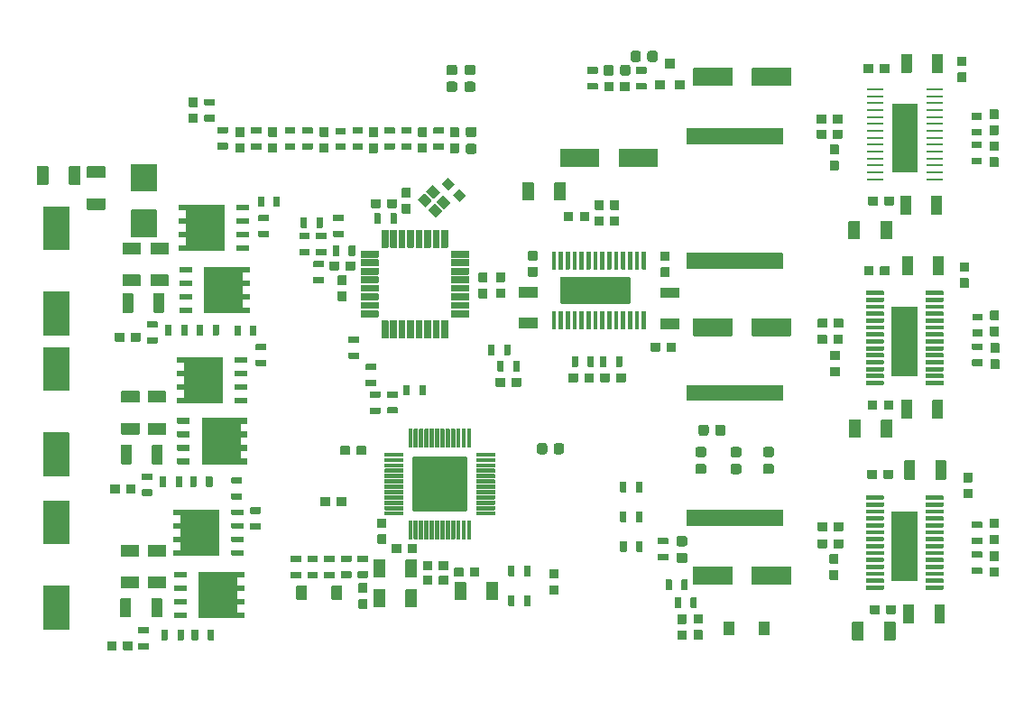
<source format=gtp>
G04 #@! TF.GenerationSoftware,KiCad,Pcbnew,(5.1.9-0-10_14)*
G04 #@! TF.CreationDate,2021-05-28T13:58:57-04:00*
G04 #@! TF.ProjectId,GrBLDC,4772424c-4443-42e6-9b69-6361645f7063,rev?*
G04 #@! TF.SameCoordinates,PX5a7646cPY8128a60*
G04 #@! TF.FileFunction,Paste,Top*
G04 #@! TF.FilePolarity,Positive*
%FSLAX46Y46*%
G04 Gerber Fmt 4.6, Leading zero omitted, Abs format (unit mm)*
G04 Created by KiCad (PCBNEW (5.1.9-0-10_14)) date 2021-05-28 13:58:57*
%MOMM*%
%LPD*%
G01*
G04 APERTURE LIST*
%ADD10R,1.549200X0.249200*%
%ADD11R,2.349200X6.409200*%
G04 APERTURE END LIST*
G36*
G01*
X89530900Y29974400D02*
X87930900Y29974400D01*
G75*
G02*
X87880100Y30025200I0J50800D01*
G01*
X87880100Y30325200D01*
G75*
G02*
X87930900Y30376000I50800J0D01*
G01*
X89530900Y30376000D01*
G75*
G02*
X89581700Y30325200I0J-50800D01*
G01*
X89581700Y30025200D01*
G75*
G02*
X89530900Y29974400I-50800J0D01*
G01*
G37*
G36*
G01*
X89530900Y30624400D02*
X87930900Y30624400D01*
G75*
G02*
X87880100Y30675200I0J50800D01*
G01*
X87880100Y30975200D01*
G75*
G02*
X87930900Y31026000I50800J0D01*
G01*
X89530900Y31026000D01*
G75*
G02*
X89581700Y30975200I0J-50800D01*
G01*
X89581700Y30675200D01*
G75*
G02*
X89530900Y30624400I-50800J0D01*
G01*
G37*
G36*
G01*
X89530900Y31274400D02*
X87930900Y31274400D01*
G75*
G02*
X87880100Y31325200I0J50800D01*
G01*
X87880100Y31625200D01*
G75*
G02*
X87930900Y31676000I50800J0D01*
G01*
X89530900Y31676000D01*
G75*
G02*
X89581700Y31625200I0J-50800D01*
G01*
X89581700Y31325200D01*
G75*
G02*
X89530900Y31274400I-50800J0D01*
G01*
G37*
G36*
G01*
X89530900Y31924400D02*
X87930900Y31924400D01*
G75*
G02*
X87880100Y31975200I0J50800D01*
G01*
X87880100Y32275200D01*
G75*
G02*
X87930900Y32326000I50800J0D01*
G01*
X89530900Y32326000D01*
G75*
G02*
X89581700Y32275200I0J-50800D01*
G01*
X89581700Y31975200D01*
G75*
G02*
X89530900Y31924400I-50800J0D01*
G01*
G37*
G36*
G01*
X83930900Y28024400D02*
X82330900Y28024400D01*
G75*
G02*
X82280100Y28075200I0J50800D01*
G01*
X82280100Y28375200D01*
G75*
G02*
X82330900Y28426000I50800J0D01*
G01*
X83930900Y28426000D01*
G75*
G02*
X83981700Y28375200I0J-50800D01*
G01*
X83981700Y28075200D01*
G75*
G02*
X83930900Y28024400I-50800J0D01*
G01*
G37*
G36*
G01*
X89530900Y28024400D02*
X87930900Y28024400D01*
G75*
G02*
X87880100Y28075200I0J50800D01*
G01*
X87880100Y28375200D01*
G75*
G02*
X87930900Y28426000I50800J0D01*
G01*
X89530900Y28426000D01*
G75*
G02*
X89581700Y28375200I0J-50800D01*
G01*
X89581700Y28075200D01*
G75*
G02*
X89530900Y28024400I-50800J0D01*
G01*
G37*
G36*
G01*
X89530900Y28674400D02*
X87930900Y28674400D01*
G75*
G02*
X87880100Y28725200I0J50800D01*
G01*
X87880100Y29025200D01*
G75*
G02*
X87930900Y29076000I50800J0D01*
G01*
X89530900Y29076000D01*
G75*
G02*
X89581700Y29025200I0J-50800D01*
G01*
X89581700Y28725200D01*
G75*
G02*
X89530900Y28674400I-50800J0D01*
G01*
G37*
G36*
G01*
X89530900Y29324400D02*
X87930900Y29324400D01*
G75*
G02*
X87880100Y29375200I0J50800D01*
G01*
X87880100Y29675200D01*
G75*
G02*
X87930900Y29726000I50800J0D01*
G01*
X89530900Y29726000D01*
G75*
G02*
X89581700Y29675200I0J-50800D01*
G01*
X89581700Y29375200D01*
G75*
G02*
X89530900Y29324400I-50800J0D01*
G01*
G37*
G36*
G01*
X83930900Y32574400D02*
X82330900Y32574400D01*
G75*
G02*
X82280100Y32625200I0J50800D01*
G01*
X82280100Y32925200D01*
G75*
G02*
X82330900Y32976000I50800J0D01*
G01*
X83930900Y32976000D01*
G75*
G02*
X83981700Y32925200I0J-50800D01*
G01*
X83981700Y32625200D01*
G75*
G02*
X83930900Y32574400I-50800J0D01*
G01*
G37*
G36*
G01*
X83930900Y31924400D02*
X82330900Y31924400D01*
G75*
G02*
X82280100Y31975200I0J50800D01*
G01*
X82280100Y32275200D01*
G75*
G02*
X82330900Y32326000I50800J0D01*
G01*
X83930900Y32326000D01*
G75*
G02*
X83981700Y32275200I0J-50800D01*
G01*
X83981700Y31975200D01*
G75*
G02*
X83930900Y31924400I-50800J0D01*
G01*
G37*
G36*
G01*
X83930900Y31274400D02*
X82330900Y31274400D01*
G75*
G02*
X82280100Y31325200I0J50800D01*
G01*
X82280100Y31625200D01*
G75*
G02*
X82330900Y31676000I50800J0D01*
G01*
X83930900Y31676000D01*
G75*
G02*
X83981700Y31625200I0J-50800D01*
G01*
X83981700Y31325200D01*
G75*
G02*
X83930900Y31274400I-50800J0D01*
G01*
G37*
G36*
G01*
X83930900Y30624400D02*
X82330900Y30624400D01*
G75*
G02*
X82280100Y30675200I0J50800D01*
G01*
X82280100Y30975200D01*
G75*
G02*
X82330900Y31026000I50800J0D01*
G01*
X83930900Y31026000D01*
G75*
G02*
X83981700Y30975200I0J-50800D01*
G01*
X83981700Y30675200D01*
G75*
G02*
X83930900Y30624400I-50800J0D01*
G01*
G37*
G36*
G01*
X83930900Y29974400D02*
X82330900Y29974400D01*
G75*
G02*
X82280100Y30025200I0J50800D01*
G01*
X82280100Y30325200D01*
G75*
G02*
X82330900Y30376000I50800J0D01*
G01*
X83930900Y30376000D01*
G75*
G02*
X83981700Y30325200I0J-50800D01*
G01*
X83981700Y30025200D01*
G75*
G02*
X83930900Y29974400I-50800J0D01*
G01*
G37*
G36*
G01*
X83930900Y29324400D02*
X82330900Y29324400D01*
G75*
G02*
X82280100Y29375200I0J50800D01*
G01*
X82280100Y29675200D01*
G75*
G02*
X82330900Y29726000I50800J0D01*
G01*
X83930900Y29726000D01*
G75*
G02*
X83981700Y29675200I0J-50800D01*
G01*
X83981700Y29375200D01*
G75*
G02*
X83930900Y29324400I-50800J0D01*
G01*
G37*
G36*
G01*
X89530900Y32574400D02*
X87930900Y32574400D01*
G75*
G02*
X87880100Y32625200I0J50800D01*
G01*
X87880100Y32925200D01*
G75*
G02*
X87930900Y32976000I50800J0D01*
G01*
X89530900Y32976000D01*
G75*
G02*
X89581700Y32925200I0J-50800D01*
G01*
X89581700Y32625200D01*
G75*
G02*
X89530900Y32574400I-50800J0D01*
G01*
G37*
G36*
G01*
X83930900Y28674400D02*
X82330900Y28674400D01*
G75*
G02*
X82280100Y28725200I0J50800D01*
G01*
X82280100Y29025200D01*
G75*
G02*
X82330900Y29076000I50800J0D01*
G01*
X83930900Y29076000D01*
G75*
G02*
X83981700Y29025200I0J-50800D01*
G01*
X83981700Y28725200D01*
G75*
G02*
X83930900Y28674400I-50800J0D01*
G01*
G37*
G36*
G01*
X89530900Y27374400D02*
X87930900Y27374400D01*
G75*
G02*
X87880100Y27425200I0J50800D01*
G01*
X87880100Y27725200D01*
G75*
G02*
X87930900Y27776000I50800J0D01*
G01*
X89530900Y27776000D01*
G75*
G02*
X89581700Y27725200I0J-50800D01*
G01*
X89581700Y27425200D01*
G75*
G02*
X89530900Y27374400I-50800J0D01*
G01*
G37*
G36*
G01*
X89530900Y33224400D02*
X87930900Y33224400D01*
G75*
G02*
X87880100Y33275200I0J50800D01*
G01*
X87880100Y33575200D01*
G75*
G02*
X87930900Y33626000I50800J0D01*
G01*
X89530900Y33626000D01*
G75*
G02*
X89581700Y33575200I0J-50800D01*
G01*
X89581700Y33275200D01*
G75*
G02*
X89530900Y33224400I-50800J0D01*
G01*
G37*
G36*
G01*
X83930900Y33224400D02*
X82330900Y33224400D01*
G75*
G02*
X82280100Y33275200I0J50800D01*
G01*
X82280100Y33575200D01*
G75*
G02*
X82330900Y33626000I50800J0D01*
G01*
X83930900Y33626000D01*
G75*
G02*
X83981700Y33575200I0J-50800D01*
G01*
X83981700Y33275200D01*
G75*
G02*
X83930900Y33224400I-50800J0D01*
G01*
G37*
G36*
G01*
X83930900Y27374400D02*
X82330900Y27374400D01*
G75*
G02*
X82280100Y27425200I0J50800D01*
G01*
X82280100Y27725200D01*
G75*
G02*
X82330900Y27776000I50800J0D01*
G01*
X83930900Y27776000D01*
G75*
G02*
X83981700Y27725200I0J-50800D01*
G01*
X83981700Y27425200D01*
G75*
G02*
X83930900Y27374400I-50800J0D01*
G01*
G37*
G36*
G01*
X89530900Y26724400D02*
X87930900Y26724400D01*
G75*
G02*
X87880100Y26775200I0J50800D01*
G01*
X87880100Y27075200D01*
G75*
G02*
X87930900Y27126000I50800J0D01*
G01*
X89530900Y27126000D01*
G75*
G02*
X89581700Y27075200I0J-50800D01*
G01*
X89581700Y26775200D01*
G75*
G02*
X89530900Y26724400I-50800J0D01*
G01*
G37*
G36*
G01*
X89530900Y33874400D02*
X87930900Y33874400D01*
G75*
G02*
X87880100Y33925200I0J50800D01*
G01*
X87880100Y34225200D01*
G75*
G02*
X87930900Y34276000I50800J0D01*
G01*
X89530900Y34276000D01*
G75*
G02*
X89581700Y34225200I0J-50800D01*
G01*
X89581700Y33925200D01*
G75*
G02*
X89530900Y33874400I-50800J0D01*
G01*
G37*
G36*
G01*
X83930900Y33874400D02*
X82330900Y33874400D01*
G75*
G02*
X82280100Y33925200I0J50800D01*
G01*
X82280100Y34225200D01*
G75*
G02*
X82330900Y34276000I50800J0D01*
G01*
X83930900Y34276000D01*
G75*
G02*
X83981700Y34225200I0J-50800D01*
G01*
X83981700Y33925200D01*
G75*
G02*
X83930900Y33874400I-50800J0D01*
G01*
G37*
G36*
G01*
X83930900Y26724400D02*
X82330900Y26724400D01*
G75*
G02*
X82280100Y26775200I0J50800D01*
G01*
X82280100Y27075200D01*
G75*
G02*
X82330900Y27126000I50800J0D01*
G01*
X83930900Y27126000D01*
G75*
G02*
X83981700Y27075200I0J-50800D01*
G01*
X83981700Y26775200D01*
G75*
G02*
X83930900Y26724400I-50800J0D01*
G01*
G37*
G36*
G01*
X89530900Y26074400D02*
X87930900Y26074400D01*
G75*
G02*
X87880100Y26125200I0J50800D01*
G01*
X87880100Y26425200D01*
G75*
G02*
X87930900Y26476000I50800J0D01*
G01*
X89530900Y26476000D01*
G75*
G02*
X89581700Y26425200I0J-50800D01*
G01*
X89581700Y26125200D01*
G75*
G02*
X89530900Y26074400I-50800J0D01*
G01*
G37*
G36*
G01*
X89530900Y34524400D02*
X87930900Y34524400D01*
G75*
G02*
X87880100Y34575200I0J50800D01*
G01*
X87880100Y34875200D01*
G75*
G02*
X87930900Y34926000I50800J0D01*
G01*
X89530900Y34926000D01*
G75*
G02*
X89581700Y34875200I0J-50800D01*
G01*
X89581700Y34575200D01*
G75*
G02*
X89530900Y34524400I-50800J0D01*
G01*
G37*
G36*
G01*
X83930900Y34524400D02*
X82330900Y34524400D01*
G75*
G02*
X82280100Y34575200I0J50800D01*
G01*
X82280100Y34875200D01*
G75*
G02*
X82330900Y34926000I50800J0D01*
G01*
X83930900Y34926000D01*
G75*
G02*
X83981700Y34875200I0J-50800D01*
G01*
X83981700Y34575200D01*
G75*
G02*
X83930900Y34524400I-50800J0D01*
G01*
G37*
G36*
G01*
X83930900Y26074400D02*
X82330900Y26074400D01*
G75*
G02*
X82280100Y26125200I0J50800D01*
G01*
X82280100Y26425200D01*
G75*
G02*
X82330900Y26476000I50800J0D01*
G01*
X83930900Y26476000D01*
G75*
G02*
X83981700Y26425200I0J-50800D01*
G01*
X83981700Y26125200D01*
G75*
G02*
X83930900Y26074400I-50800J0D01*
G01*
G37*
G36*
G01*
X87181700Y33405200D02*
X87181700Y26945200D01*
G75*
G02*
X87130900Y26894400I-50800J0D01*
G01*
X84730900Y26894400D01*
G75*
G02*
X84680100Y26945200I0J50800D01*
G01*
X84680100Y33405200D01*
G75*
G02*
X84730900Y33456000I50800J0D01*
G01*
X87130900Y33456000D01*
G75*
G02*
X87181700Y33405200I0J-50800D01*
G01*
G37*
G36*
G01*
X43313000Y50248200D02*
X44063000Y50248200D01*
G75*
G02*
X44113800Y50197400I0J-50800D01*
G01*
X44113800Y49397400D01*
G75*
G02*
X44063000Y49346600I-50800J0D01*
G01*
X43313000Y49346600D01*
G75*
G02*
X43262200Y49397400I0J50800D01*
G01*
X43262200Y50197400D01*
G75*
G02*
X43313000Y50248200I50800J0D01*
G01*
G37*
G36*
G01*
X43313000Y48748200D02*
X44063000Y48748200D01*
G75*
G02*
X44113800Y48697400I0J-50800D01*
G01*
X44113800Y47897400D01*
G75*
G02*
X44063000Y47846600I-50800J0D01*
G01*
X43313000Y47846600D01*
G75*
G02*
X43262200Y47897400I0J50800D01*
G01*
X43262200Y48697400D01*
G75*
G02*
X43313000Y48748200I50800J0D01*
G01*
G37*
G36*
G01*
X74476500Y24598700D02*
X65476500Y24598700D01*
G75*
G02*
X65425700Y24649500I0J50800D01*
G01*
X65425700Y26049500D01*
G75*
G02*
X65476500Y26100300I50800J0D01*
G01*
X74476500Y26100300D01*
G75*
G02*
X74527300Y26049500I0J-50800D01*
G01*
X74527300Y24649500D01*
G75*
G02*
X74476500Y24598700I-50800J0D01*
G01*
G37*
G36*
G01*
X74476500Y12888700D02*
X65476500Y12888700D01*
G75*
G02*
X65425700Y12939500I0J50800D01*
G01*
X65425700Y14339500D01*
G75*
G02*
X65476500Y14390300I50800J0D01*
G01*
X74476500Y14390300D01*
G75*
G02*
X74527300Y14339500I0J-50800D01*
G01*
X74527300Y12939500D01*
G75*
G02*
X74476500Y12888700I-50800J0D01*
G01*
G37*
G36*
G01*
X53405000Y7909200D02*
X52655000Y7909200D01*
G75*
G02*
X52604200Y7960000I0J50800D01*
G01*
X52604200Y8760000D01*
G75*
G02*
X52655000Y8810800I50800J0D01*
G01*
X53405000Y8810800D01*
G75*
G02*
X53455800Y8760000I0J-50800D01*
G01*
X53455800Y7960000D01*
G75*
G02*
X53405000Y7909200I-50800J0D01*
G01*
G37*
G36*
G01*
X53405000Y6409200D02*
X52655000Y6409200D01*
G75*
G02*
X52604200Y6460000I0J50800D01*
G01*
X52604200Y7260000D01*
G75*
G02*
X52655000Y7310800I50800J0D01*
G01*
X53405000Y7310800D01*
G75*
G02*
X53455800Y7260000I0J-50800D01*
G01*
X53455800Y6460000D01*
G75*
G02*
X53405000Y6409200I-50800J0D01*
G01*
G37*
G36*
G01*
X73433650Y19304700D02*
X72870350Y19304700D01*
G75*
G02*
X72626200Y19548850I0J244150D01*
G01*
X72626200Y20037150D01*
G75*
G02*
X72870350Y20281300I244150J0D01*
G01*
X73433650Y20281300D01*
G75*
G02*
X73677800Y20037150I0J-244150D01*
G01*
X73677800Y19548850D01*
G75*
G02*
X73433650Y19304700I-244150J0D01*
G01*
G37*
G36*
G01*
X73433650Y17729700D02*
X72870350Y17729700D01*
G75*
G02*
X72626200Y17973850I0J244150D01*
G01*
X72626200Y18462150D01*
G75*
G02*
X72870350Y18706300I244150J0D01*
G01*
X73433650Y18706300D01*
G75*
G02*
X73677800Y18462150I0J-244150D01*
G01*
X73677800Y17973850D01*
G75*
G02*
X73433650Y17729700I-244150J0D01*
G01*
G37*
G36*
G01*
X70385650Y19297200D02*
X69822350Y19297200D01*
G75*
G02*
X69578200Y19541350I0J244150D01*
G01*
X69578200Y20029650D01*
G75*
G02*
X69822350Y20273800I244150J0D01*
G01*
X70385650Y20273800D01*
G75*
G02*
X70629800Y20029650I0J-244150D01*
G01*
X70629800Y19541350D01*
G75*
G02*
X70385650Y19297200I-244150J0D01*
G01*
G37*
G36*
G01*
X70385650Y17722200D02*
X69822350Y17722200D01*
G75*
G02*
X69578200Y17966350I0J244150D01*
G01*
X69578200Y18454650D01*
G75*
G02*
X69822350Y18698800I244150J0D01*
G01*
X70385650Y18698800D01*
G75*
G02*
X70629800Y18454650I0J-244150D01*
G01*
X70629800Y17966350D01*
G75*
G02*
X70385650Y17722200I-244150J0D01*
G01*
G37*
G36*
G01*
X67083650Y17729700D02*
X66520350Y17729700D01*
G75*
G02*
X66276200Y17973850I0J244150D01*
G01*
X66276200Y18462150D01*
G75*
G02*
X66520350Y18706300I244150J0D01*
G01*
X67083650Y18706300D01*
G75*
G02*
X67327800Y18462150I0J-244150D01*
G01*
X67327800Y17973850D01*
G75*
G02*
X67083650Y17729700I-244150J0D01*
G01*
G37*
G36*
G01*
X67083650Y19304700D02*
X66520350Y19304700D01*
G75*
G02*
X66276200Y19548850I0J244150D01*
G01*
X66276200Y20037150D01*
G75*
G02*
X66520350Y20281300I244150J0D01*
G01*
X67083650Y20281300D01*
G75*
G02*
X67327800Y20037150I0J-244150D01*
G01*
X67327800Y19548850D01*
G75*
G02*
X67083650Y19304700I-244150J0D01*
G01*
G37*
G36*
G01*
X35485000Y5089200D02*
X34735000Y5089200D01*
G75*
G02*
X34684200Y5140000I0J50800D01*
G01*
X34684200Y5940000D01*
G75*
G02*
X34735000Y5990800I50800J0D01*
G01*
X35485000Y5990800D01*
G75*
G02*
X35535800Y5940000I0J-50800D01*
G01*
X35535800Y5140000D01*
G75*
G02*
X35485000Y5089200I-50800J0D01*
G01*
G37*
G36*
G01*
X35485000Y6589200D02*
X34735000Y6589200D01*
G75*
G02*
X34684200Y6640000I0J50800D01*
G01*
X34684200Y7440000D01*
G75*
G02*
X34735000Y7490800I50800J0D01*
G01*
X35485000Y7490800D01*
G75*
G02*
X35535800Y7440000I0J-50800D01*
G01*
X35535800Y6640000D01*
G75*
G02*
X35485000Y6589200I-50800J0D01*
G01*
G37*
G36*
G01*
X12471500Y25520400D02*
X14071500Y25520400D01*
G75*
G02*
X14122300Y25469600I0J-50800D01*
G01*
X14122300Y24469600D01*
G75*
G02*
X14071500Y24418800I-50800J0D01*
G01*
X12471500Y24418800D01*
G75*
G02*
X12420700Y24469600I0J50800D01*
G01*
X12420700Y25469600D01*
G75*
G02*
X12471500Y25520400I50800J0D01*
G01*
G37*
G36*
G01*
X12471500Y22520400D02*
X14071500Y22520400D01*
G75*
G02*
X14122300Y22469600I0J-50800D01*
G01*
X14122300Y21469600D01*
G75*
G02*
X14071500Y21418800I-50800J0D01*
G01*
X12471500Y21418800D01*
G75*
G02*
X12420700Y21469600I0J50800D01*
G01*
X12420700Y22469600D01*
G75*
G02*
X12471500Y22520400I50800J0D01*
G01*
G37*
G36*
G01*
X40709200Y7372000D02*
X40709200Y8122000D01*
G75*
G02*
X40760000Y8172800I50800J0D01*
G01*
X41560000Y8172800D01*
G75*
G02*
X41610800Y8122000I0J-50800D01*
G01*
X41610800Y7372000D01*
G75*
G02*
X41560000Y7321200I-50800J0D01*
G01*
X40760000Y7321200D01*
G75*
G02*
X40709200Y7372000I0J50800D01*
G01*
G37*
G36*
G01*
X42209200Y7372000D02*
X42209200Y8122000D01*
G75*
G02*
X42260000Y8172800I50800J0D01*
G01*
X43060000Y8172800D01*
G75*
G02*
X43110800Y8122000I0J-50800D01*
G01*
X43110800Y7372000D01*
G75*
G02*
X43060000Y7321200I-50800J0D01*
G01*
X42260000Y7321200D01*
G75*
G02*
X42209200Y7372000I0J50800D01*
G01*
G37*
G36*
G01*
X49950800Y26715000D02*
X49950800Y25965000D01*
G75*
G02*
X49900000Y25914200I-50800J0D01*
G01*
X49100000Y25914200D01*
G75*
G02*
X49049200Y25965000I0J50800D01*
G01*
X49049200Y26715000D01*
G75*
G02*
X49100000Y26765800I50800J0D01*
G01*
X49900000Y26765800D01*
G75*
G02*
X49950800Y26715000I0J-50800D01*
G01*
G37*
G36*
G01*
X48450800Y26715000D02*
X48450800Y25965000D01*
G75*
G02*
X48400000Y25914200I-50800J0D01*
G01*
X47600000Y25914200D01*
G75*
G02*
X47549200Y25965000I0J50800D01*
G01*
X47549200Y26715000D01*
G75*
G02*
X47600000Y26765800I50800J0D01*
G01*
X48400000Y26765800D01*
G75*
G02*
X48450800Y26715000I0J-50800D01*
G01*
G37*
G36*
G01*
X91675300Y54501400D02*
X90925300Y54501400D01*
G75*
G02*
X90874500Y54552200I0J50800D01*
G01*
X90874500Y55352200D01*
G75*
G02*
X90925300Y55403000I50800J0D01*
G01*
X91675300Y55403000D01*
G75*
G02*
X91726100Y55352200I0J-50800D01*
G01*
X91726100Y54552200D01*
G75*
G02*
X91675300Y54501400I-50800J0D01*
G01*
G37*
G36*
G01*
X91675300Y56001400D02*
X90925300Y56001400D01*
G75*
G02*
X90874500Y56052200I0J50800D01*
G01*
X90874500Y56852200D01*
G75*
G02*
X90925300Y56903000I50800J0D01*
G01*
X91675300Y56903000D01*
G75*
G02*
X91726100Y56852200I0J-50800D01*
G01*
X91726100Y56052200D01*
G75*
G02*
X91675300Y56001400I-50800J0D01*
G01*
G37*
G36*
G01*
X91903900Y35210100D02*
X91153900Y35210100D01*
G75*
G02*
X91103100Y35260900I0J50800D01*
G01*
X91103100Y36060900D01*
G75*
G02*
X91153900Y36111700I50800J0D01*
G01*
X91903900Y36111700D01*
G75*
G02*
X91954700Y36060900I0J-50800D01*
G01*
X91954700Y35260900D01*
G75*
G02*
X91903900Y35210100I-50800J0D01*
G01*
G37*
G36*
G01*
X91903900Y36710100D02*
X91153900Y36710100D01*
G75*
G02*
X91103100Y36760900I0J50800D01*
G01*
X91103100Y37560900D01*
G75*
G02*
X91153900Y37611700I50800J0D01*
G01*
X91903900Y37611700D01*
G75*
G02*
X91954700Y37560900I0J-50800D01*
G01*
X91954700Y36760900D01*
G75*
G02*
X91903900Y36710100I-50800J0D01*
G01*
G37*
G36*
G01*
X92246800Y15461600D02*
X91496800Y15461600D01*
G75*
G02*
X91446000Y15512400I0J50800D01*
G01*
X91446000Y16312400D01*
G75*
G02*
X91496800Y16363200I50800J0D01*
G01*
X92246800Y16363200D01*
G75*
G02*
X92297600Y16312400I0J-50800D01*
G01*
X92297600Y15512400D01*
G75*
G02*
X92246800Y15461600I-50800J0D01*
G01*
G37*
G36*
G01*
X92246800Y16961600D02*
X91496800Y16961600D01*
G75*
G02*
X91446000Y17012400I0J50800D01*
G01*
X91446000Y17812400D01*
G75*
G02*
X91496800Y17863200I50800J0D01*
G01*
X92246800Y17863200D01*
G75*
G02*
X92297600Y17812400I0J-50800D01*
G01*
X92297600Y17012400D01*
G75*
G02*
X92246800Y16961600I-50800J0D01*
G01*
G37*
G36*
G01*
X62088380Y29279500D02*
X62088380Y30029500D01*
G75*
G02*
X62139180Y30080300I50800J0D01*
G01*
X62939180Y30080300D01*
G75*
G02*
X62989980Y30029500I0J-50800D01*
G01*
X62989980Y29279500D01*
G75*
G02*
X62939180Y29228700I-50800J0D01*
G01*
X62139180Y29228700D01*
G75*
G02*
X62088380Y29279500I0J50800D01*
G01*
G37*
G36*
G01*
X63588380Y29279500D02*
X63588380Y30029500D01*
G75*
G02*
X63639180Y30080300I50800J0D01*
G01*
X64439180Y30080300D01*
G75*
G02*
X64489980Y30029500I0J-50800D01*
G01*
X64489980Y29279500D01*
G75*
G02*
X64439180Y29228700I-50800J0D01*
G01*
X63639180Y29228700D01*
G75*
G02*
X63588380Y29279500I0J50800D01*
G01*
G37*
G36*
G01*
X94690280Y46548660D02*
X93940280Y46548660D01*
G75*
G02*
X93889480Y46599460I0J50800D01*
G01*
X93889480Y47399460D01*
G75*
G02*
X93940280Y47450260I50800J0D01*
G01*
X94690280Y47450260D01*
G75*
G02*
X94741080Y47399460I0J-50800D01*
G01*
X94741080Y46599460D01*
G75*
G02*
X94690280Y46548660I-50800J0D01*
G01*
G37*
G36*
G01*
X94690280Y48048660D02*
X93940280Y48048660D01*
G75*
G02*
X93889480Y48099460I0J50800D01*
G01*
X93889480Y48899460D01*
G75*
G02*
X93940280Y48950260I50800J0D01*
G01*
X94690280Y48950260D01*
G75*
G02*
X94741080Y48899460I0J-50800D01*
G01*
X94741080Y48099460D01*
G75*
G02*
X94690280Y48048660I-50800J0D01*
G01*
G37*
G36*
G01*
X94779180Y27602800D02*
X94029180Y27602800D01*
G75*
G02*
X93978380Y27653600I0J50800D01*
G01*
X93978380Y28453600D01*
G75*
G02*
X94029180Y28504400I50800J0D01*
G01*
X94779180Y28504400D01*
G75*
G02*
X94829980Y28453600I0J-50800D01*
G01*
X94829980Y27653600D01*
G75*
G02*
X94779180Y27602800I-50800J0D01*
G01*
G37*
G36*
G01*
X94779180Y29102800D02*
X94029180Y29102800D01*
G75*
G02*
X93978380Y29153600I0J50800D01*
G01*
X93978380Y29953600D01*
G75*
G02*
X94029180Y30004400I50800J0D01*
G01*
X94779180Y30004400D01*
G75*
G02*
X94829980Y29953600I0J-50800D01*
G01*
X94829980Y29153600D01*
G75*
G02*
X94779180Y29102800I-50800J0D01*
G01*
G37*
G36*
G01*
X94713140Y8090520D02*
X93963140Y8090520D01*
G75*
G02*
X93912340Y8141320I0J50800D01*
G01*
X93912340Y8941320D01*
G75*
G02*
X93963140Y8992120I50800J0D01*
G01*
X94713140Y8992120D01*
G75*
G02*
X94763940Y8941320I0J-50800D01*
G01*
X94763940Y8141320D01*
G75*
G02*
X94713140Y8090520I-50800J0D01*
G01*
G37*
G36*
G01*
X94713140Y9590520D02*
X93963140Y9590520D01*
G75*
G02*
X93912340Y9641320I0J50800D01*
G01*
X93912340Y10441320D01*
G75*
G02*
X93963140Y10492120I50800J0D01*
G01*
X94713140Y10492120D01*
G75*
G02*
X94763940Y10441320I0J-50800D01*
G01*
X94763940Y9641320D01*
G75*
G02*
X94713140Y9590520I-50800J0D01*
G01*
G37*
G36*
G01*
X54379480Y26396600D02*
X54379480Y27146600D01*
G75*
G02*
X54430280Y27197400I50800J0D01*
G01*
X55230280Y27197400D01*
G75*
G02*
X55281080Y27146600I0J-50800D01*
G01*
X55281080Y26396600D01*
G75*
G02*
X55230280Y26345800I-50800J0D01*
G01*
X54430280Y26345800D01*
G75*
G02*
X54379480Y26396600I0J50800D01*
G01*
G37*
G36*
G01*
X55879480Y26396600D02*
X55879480Y27146600D01*
G75*
G02*
X55930280Y27197400I50800J0D01*
G01*
X56730280Y27197400D01*
G75*
G02*
X56781080Y27146600I0J-50800D01*
G01*
X56781080Y26396600D01*
G75*
G02*
X56730280Y26345800I-50800J0D01*
G01*
X55930280Y26345800D01*
G75*
G02*
X55879480Y26396600I0J50800D01*
G01*
G37*
G36*
G01*
X93940280Y51947460D02*
X94690280Y51947460D01*
G75*
G02*
X94741080Y51896660I0J-50800D01*
G01*
X94741080Y51096660D01*
G75*
G02*
X94690280Y51045860I-50800J0D01*
G01*
X93940280Y51045860D01*
G75*
G02*
X93889480Y51096660I0J50800D01*
G01*
X93889480Y51896660D01*
G75*
G02*
X93940280Y51947460I50800J0D01*
G01*
G37*
G36*
G01*
X93940280Y50447460D02*
X94690280Y50447460D01*
G75*
G02*
X94741080Y50396660I0J-50800D01*
G01*
X94741080Y49596660D01*
G75*
G02*
X94690280Y49545860I-50800J0D01*
G01*
X93940280Y49545860D01*
G75*
G02*
X93889480Y49596660I0J50800D01*
G01*
X93889480Y50396660D01*
G75*
G02*
X93940280Y50447460I50800J0D01*
G01*
G37*
G36*
G01*
X94003780Y33077800D02*
X94753780Y33077800D01*
G75*
G02*
X94804580Y33027000I0J-50800D01*
G01*
X94804580Y32227000D01*
G75*
G02*
X94753780Y32176200I-50800J0D01*
G01*
X94003780Y32176200D01*
G75*
G02*
X93952980Y32227000I0J50800D01*
G01*
X93952980Y33027000D01*
G75*
G02*
X94003780Y33077800I50800J0D01*
G01*
G37*
G36*
G01*
X94003780Y31577800D02*
X94753780Y31577800D01*
G75*
G02*
X94804580Y31527000I0J-50800D01*
G01*
X94804580Y30727000D01*
G75*
G02*
X94753780Y30676200I-50800J0D01*
G01*
X94003780Y30676200D01*
G75*
G02*
X93952980Y30727000I0J50800D01*
G01*
X93952980Y31527000D01*
G75*
G02*
X94003780Y31577800I50800J0D01*
G01*
G37*
G36*
G01*
X93963140Y13552820D02*
X94713140Y13552820D01*
G75*
G02*
X94763940Y13502020I0J-50800D01*
G01*
X94763940Y12702020D01*
G75*
G02*
X94713140Y12651220I-50800J0D01*
G01*
X93963140Y12651220D01*
G75*
G02*
X93912340Y12702020I0J50800D01*
G01*
X93912340Y13502020D01*
G75*
G02*
X93963140Y13552820I50800J0D01*
G01*
G37*
G36*
G01*
X93963140Y12052820D02*
X94713140Y12052820D01*
G75*
G02*
X94763940Y12002020I0J-50800D01*
G01*
X94763940Y11202020D01*
G75*
G02*
X94713140Y11151220I-50800J0D01*
G01*
X93963140Y11151220D01*
G75*
G02*
X93912340Y11202020I0J50800D01*
G01*
X93912340Y12002020D01*
G75*
G02*
X93963140Y12052820I50800J0D01*
G01*
G37*
G36*
G01*
X59752880Y27146600D02*
X59752880Y26396600D01*
G75*
G02*
X59702080Y26345800I-50800J0D01*
G01*
X58902080Y26345800D01*
G75*
G02*
X58851280Y26396600I0J50800D01*
G01*
X58851280Y27146600D01*
G75*
G02*
X58902080Y27197400I50800J0D01*
G01*
X59702080Y27197400D01*
G75*
G02*
X59752880Y27146600I0J-50800D01*
G01*
G37*
G36*
G01*
X58252880Y27146600D02*
X58252880Y26396600D01*
G75*
G02*
X58202080Y26345800I-50800J0D01*
G01*
X57402080Y26345800D01*
G75*
G02*
X57351280Y26396600I0J50800D01*
G01*
X57351280Y27146600D01*
G75*
G02*
X57402080Y27197400I50800J0D01*
G01*
X58202080Y27197400D01*
G75*
G02*
X58252880Y27146600I0J-50800D01*
G01*
G37*
G36*
G01*
X80080500Y51416300D02*
X80080500Y50666300D01*
G75*
G02*
X80029700Y50615500I-50800J0D01*
G01*
X79229700Y50615500D01*
G75*
G02*
X79178900Y50666300I0J50800D01*
G01*
X79178900Y51416300D01*
G75*
G02*
X79229700Y51467100I50800J0D01*
G01*
X80029700Y51467100D01*
G75*
G02*
X80080500Y51416300I0J-50800D01*
G01*
G37*
G36*
G01*
X78580500Y51416300D02*
X78580500Y50666300D01*
G75*
G02*
X78529700Y50615500I-50800J0D01*
G01*
X77729700Y50615500D01*
G75*
G02*
X77678900Y50666300I0J50800D01*
G01*
X77678900Y51416300D01*
G75*
G02*
X77729700Y51467100I50800J0D01*
G01*
X78529700Y51467100D01*
G75*
G02*
X78580500Y51416300I0J-50800D01*
G01*
G37*
G36*
G01*
X80164320Y32259620D02*
X80164320Y31509620D01*
G75*
G02*
X80113520Y31458820I-50800J0D01*
G01*
X79313520Y31458820D01*
G75*
G02*
X79262720Y31509620I0J50800D01*
G01*
X79262720Y32259620D01*
G75*
G02*
X79313520Y32310420I50800J0D01*
G01*
X80113520Y32310420D01*
G75*
G02*
X80164320Y32259620I0J-50800D01*
G01*
G37*
G36*
G01*
X78664320Y32259620D02*
X78664320Y31509620D01*
G75*
G02*
X78613520Y31458820I-50800J0D01*
G01*
X77813520Y31458820D01*
G75*
G02*
X77762720Y31509620I0J50800D01*
G01*
X77762720Y32259620D01*
G75*
G02*
X77813520Y32310420I50800J0D01*
G01*
X78613520Y32310420D01*
G75*
G02*
X78664320Y32259620I0J-50800D01*
G01*
G37*
G36*
G01*
X80171940Y13161360D02*
X80171940Y12411360D01*
G75*
G02*
X80121140Y12360560I-50800J0D01*
G01*
X79321140Y12360560D01*
G75*
G02*
X79270340Y12411360I0J50800D01*
G01*
X79270340Y13161360D01*
G75*
G02*
X79321140Y13212160I50800J0D01*
G01*
X80121140Y13212160D01*
G75*
G02*
X80171940Y13161360I0J-50800D01*
G01*
G37*
G36*
G01*
X78671940Y13161360D02*
X78671940Y12411360D01*
G75*
G02*
X78621140Y12360560I-50800J0D01*
G01*
X77821140Y12360560D01*
G75*
G02*
X77770340Y12411360I0J50800D01*
G01*
X77770340Y13161360D01*
G75*
G02*
X77821140Y13212160I50800J0D01*
G01*
X78621140Y13212160D01*
G75*
G02*
X78671940Y13161360I0J-50800D01*
G01*
G37*
G36*
G01*
X59092180Y41026700D02*
X58342180Y41026700D01*
G75*
G02*
X58291380Y41077500I0J50800D01*
G01*
X58291380Y41877500D01*
G75*
G02*
X58342180Y41928300I50800J0D01*
G01*
X59092180Y41928300D01*
G75*
G02*
X59142980Y41877500I0J-50800D01*
G01*
X59142980Y41077500D01*
G75*
G02*
X59092180Y41026700I-50800J0D01*
G01*
G37*
G36*
G01*
X59092180Y42526700D02*
X58342180Y42526700D01*
G75*
G02*
X58291380Y42577500I0J50800D01*
G01*
X58291380Y43377500D01*
G75*
G02*
X58342180Y43428300I50800J0D01*
G01*
X59092180Y43428300D01*
G75*
G02*
X59142980Y43377500I0J-50800D01*
G01*
X59142980Y42577500D01*
G75*
G02*
X59092180Y42526700I-50800J0D01*
G01*
G37*
G36*
G01*
X80093200Y49993900D02*
X80093200Y49243900D01*
G75*
G02*
X80042400Y49193100I-50800J0D01*
G01*
X79242400Y49193100D01*
G75*
G02*
X79191600Y49243900I0J50800D01*
G01*
X79191600Y49993900D01*
G75*
G02*
X79242400Y50044700I50800J0D01*
G01*
X80042400Y50044700D01*
G75*
G02*
X80093200Y49993900I0J-50800D01*
G01*
G37*
G36*
G01*
X78593200Y49993900D02*
X78593200Y49243900D01*
G75*
G02*
X78542400Y49193100I-50800J0D01*
G01*
X77742400Y49193100D01*
G75*
G02*
X77691600Y49243900I0J50800D01*
G01*
X77691600Y49993900D01*
G75*
G02*
X77742400Y50044700I50800J0D01*
G01*
X78542400Y50044700D01*
G75*
G02*
X78593200Y49993900I0J-50800D01*
G01*
G37*
G36*
G01*
X78949200Y48635300D02*
X79699200Y48635300D01*
G75*
G02*
X79750000Y48584500I0J-50800D01*
G01*
X79750000Y47784500D01*
G75*
G02*
X79699200Y47733700I-50800J0D01*
G01*
X78949200Y47733700D01*
G75*
G02*
X78898400Y47784500I0J50800D01*
G01*
X78898400Y48584500D01*
G75*
G02*
X78949200Y48635300I50800J0D01*
G01*
G37*
G36*
G01*
X78949200Y47135300D02*
X79699200Y47135300D01*
G75*
G02*
X79750000Y47084500I0J-50800D01*
G01*
X79750000Y46284500D01*
G75*
G02*
X79699200Y46233700I-50800J0D01*
G01*
X78949200Y46233700D01*
G75*
G02*
X78898400Y46284500I0J50800D01*
G01*
X78898400Y47084500D01*
G75*
G02*
X78949200Y47135300I50800J0D01*
G01*
G37*
G36*
G01*
X80151620Y30735620D02*
X80151620Y29985620D01*
G75*
G02*
X80100820Y29934820I-50800J0D01*
G01*
X79300820Y29934820D01*
G75*
G02*
X79250020Y29985620I0J50800D01*
G01*
X79250020Y30735620D01*
G75*
G02*
X79300820Y30786420I50800J0D01*
G01*
X80100820Y30786420D01*
G75*
G02*
X80151620Y30735620I0J-50800D01*
G01*
G37*
G36*
G01*
X78651620Y30735620D02*
X78651620Y29985620D01*
G75*
G02*
X78600820Y29934820I-50800J0D01*
G01*
X77800820Y29934820D01*
G75*
G02*
X77750020Y29985620I0J50800D01*
G01*
X77750020Y30735620D01*
G75*
G02*
X77800820Y30786420I50800J0D01*
G01*
X78600820Y30786420D01*
G75*
G02*
X78651620Y30735620I0J-50800D01*
G01*
G37*
G36*
G01*
X79020320Y29300820D02*
X79770320Y29300820D01*
G75*
G02*
X79821120Y29250020I0J-50800D01*
G01*
X79821120Y28450020D01*
G75*
G02*
X79770320Y28399220I-50800J0D01*
G01*
X79020320Y28399220D01*
G75*
G02*
X78969520Y28450020I0J50800D01*
G01*
X78969520Y29250020D01*
G75*
G02*
X79020320Y29300820I50800J0D01*
G01*
G37*
G36*
G01*
X79020320Y27800820D02*
X79770320Y27800820D01*
G75*
G02*
X79821120Y27750020I0J-50800D01*
G01*
X79821120Y26950020D01*
G75*
G02*
X79770320Y26899220I-50800J0D01*
G01*
X79020320Y26899220D01*
G75*
G02*
X78969520Y26950020I0J50800D01*
G01*
X78969520Y27750020D01*
G75*
G02*
X79020320Y27800820I50800J0D01*
G01*
G37*
G36*
G01*
X80159240Y11573860D02*
X80159240Y10823860D01*
G75*
G02*
X80108440Y10773060I-50800J0D01*
G01*
X79308440Y10773060D01*
G75*
G02*
X79257640Y10823860I0J50800D01*
G01*
X79257640Y11573860D01*
G75*
G02*
X79308440Y11624660I50800J0D01*
G01*
X80108440Y11624660D01*
G75*
G02*
X80159240Y11573860I0J-50800D01*
G01*
G37*
G36*
G01*
X78659240Y11573860D02*
X78659240Y10823860D01*
G75*
G02*
X78608440Y10773060I-50800J0D01*
G01*
X77808440Y10773060D01*
G75*
G02*
X77757640Y10823860I0J50800D01*
G01*
X77757640Y11573860D01*
G75*
G02*
X77808440Y11624660I50800J0D01*
G01*
X78608440Y11624660D01*
G75*
G02*
X78659240Y11573860I0J-50800D01*
G01*
G37*
G36*
G01*
X78916180Y10217800D02*
X79666180Y10217800D01*
G75*
G02*
X79716980Y10167000I0J-50800D01*
G01*
X79716980Y9367000D01*
G75*
G02*
X79666180Y9316200I-50800J0D01*
G01*
X78916180Y9316200D01*
G75*
G02*
X78865380Y9367000I0J50800D01*
G01*
X78865380Y10167000D01*
G75*
G02*
X78916180Y10217800I50800J0D01*
G01*
G37*
G36*
G01*
X78916180Y8717800D02*
X79666180Y8717800D01*
G75*
G02*
X79716980Y8667000I0J-50800D01*
G01*
X79716980Y7867000D01*
G75*
G02*
X79666180Y7816200I-50800J0D01*
G01*
X78916180Y7816200D01*
G75*
G02*
X78865380Y7867000I0J50800D01*
G01*
X78865380Y8667000D01*
G75*
G02*
X78916180Y8717800I50800J0D01*
G01*
G37*
G36*
G01*
X57644380Y41026700D02*
X56894380Y41026700D01*
G75*
G02*
X56843580Y41077500I0J50800D01*
G01*
X56843580Y41877500D01*
G75*
G02*
X56894380Y41928300I50800J0D01*
G01*
X57644380Y41928300D01*
G75*
G02*
X57695180Y41877500I0J-50800D01*
G01*
X57695180Y41077500D01*
G75*
G02*
X57644380Y41026700I-50800J0D01*
G01*
G37*
G36*
G01*
X57644380Y42526700D02*
X56894380Y42526700D01*
G75*
G02*
X56843580Y42577500I0J50800D01*
G01*
X56843580Y43377500D01*
G75*
G02*
X56894380Y43428300I50800J0D01*
G01*
X57644380Y43428300D01*
G75*
G02*
X57695180Y43377500I0J-50800D01*
G01*
X57695180Y42577500D01*
G75*
G02*
X57644380Y42526700I-50800J0D01*
G01*
G37*
G36*
G01*
X56336580Y42246900D02*
X56336580Y41496900D01*
G75*
G02*
X56285780Y41446100I-50800J0D01*
G01*
X55485780Y41446100D01*
G75*
G02*
X55434980Y41496900I0J50800D01*
G01*
X55434980Y42246900D01*
G75*
G02*
X55485780Y42297700I50800J0D01*
G01*
X56285780Y42297700D01*
G75*
G02*
X56336580Y42246900I0J-50800D01*
G01*
G37*
G36*
G01*
X54836580Y42246900D02*
X54836580Y41496900D01*
G75*
G02*
X54785780Y41446100I-50800J0D01*
G01*
X53985780Y41446100D01*
G75*
G02*
X53934980Y41496900I0J50800D01*
G01*
X53934980Y42246900D01*
G75*
G02*
X53985780Y42297700I50800J0D01*
G01*
X54785780Y42297700D01*
G75*
G02*
X54836580Y42246900I0J-50800D01*
G01*
G37*
G36*
G01*
X82085800Y55403400D02*
X82085800Y56153400D01*
G75*
G02*
X82136600Y56204200I50800J0D01*
G01*
X82936600Y56204200D01*
G75*
G02*
X82987400Y56153400I0J-50800D01*
G01*
X82987400Y55403400D01*
G75*
G02*
X82936600Y55352600I-50800J0D01*
G01*
X82136600Y55352600D01*
G75*
G02*
X82085800Y55403400I0J50800D01*
G01*
G37*
G36*
G01*
X83585800Y55403400D02*
X83585800Y56153400D01*
G75*
G02*
X83636600Y56204200I50800J0D01*
G01*
X84436600Y56204200D01*
G75*
G02*
X84487400Y56153400I0J-50800D01*
G01*
X84487400Y55403400D01*
G75*
G02*
X84436600Y55352600I-50800J0D01*
G01*
X83636600Y55352600D01*
G75*
G02*
X83585800Y55403400I0J50800D01*
G01*
G37*
G36*
G01*
X82469340Y23843900D02*
X82469340Y24593900D01*
G75*
G02*
X82520140Y24644700I50800J0D01*
G01*
X83320140Y24644700D01*
G75*
G02*
X83370940Y24593900I0J-50800D01*
G01*
X83370940Y23843900D01*
G75*
G02*
X83320140Y23793100I-50800J0D01*
G01*
X82520140Y23793100D01*
G75*
G02*
X82469340Y23843900I0J50800D01*
G01*
G37*
G36*
G01*
X83969340Y23843900D02*
X83969340Y24593900D01*
G75*
G02*
X84020140Y24644700I50800J0D01*
G01*
X84820140Y24644700D01*
G75*
G02*
X84870940Y24593900I0J-50800D01*
G01*
X84870940Y23843900D01*
G75*
G02*
X84820140Y23793100I-50800J0D01*
G01*
X84020140Y23793100D01*
G75*
G02*
X83969340Y23843900I0J50800D01*
G01*
G37*
G36*
G01*
X82441400Y17341500D02*
X82441400Y18091500D01*
G75*
G02*
X82492200Y18142300I50800J0D01*
G01*
X83292200Y18142300D01*
G75*
G02*
X83343000Y18091500I0J-50800D01*
G01*
X83343000Y17341500D01*
G75*
G02*
X83292200Y17290700I-50800J0D01*
G01*
X82492200Y17290700D01*
G75*
G02*
X82441400Y17341500I0J50800D01*
G01*
G37*
G36*
G01*
X83941400Y17341500D02*
X83941400Y18091500D01*
G75*
G02*
X83992200Y18142300I50800J0D01*
G01*
X84792200Y18142300D01*
G75*
G02*
X84843000Y18091500I0J-50800D01*
G01*
X84843000Y17341500D01*
G75*
G02*
X84792200Y17290700I-50800J0D01*
G01*
X83992200Y17290700D01*
G75*
G02*
X83941400Y17341500I0J50800D01*
G01*
G37*
G36*
G01*
X50658680Y38665800D02*
X51408680Y38665800D01*
G75*
G02*
X51459480Y38615000I0J-50800D01*
G01*
X51459480Y37815000D01*
G75*
G02*
X51408680Y37764200I-50800J0D01*
G01*
X50658680Y37764200D01*
G75*
G02*
X50607880Y37815000I0J50800D01*
G01*
X50607880Y38615000D01*
G75*
G02*
X50658680Y38665800I50800J0D01*
G01*
G37*
G36*
G01*
X50658680Y37165800D02*
X51408680Y37165800D01*
G75*
G02*
X51459480Y37115000I0J-50800D01*
G01*
X51459480Y36315000D01*
G75*
G02*
X51408680Y36264200I-50800J0D01*
G01*
X50658680Y36264200D01*
G75*
G02*
X50607880Y36315000I0J50800D01*
G01*
X50607880Y37115000D01*
G75*
G02*
X50658680Y37165800I50800J0D01*
G01*
G37*
G36*
G01*
X35705700Y50260900D02*
X36455700Y50260900D01*
G75*
G02*
X36506500Y50210100I0J-50800D01*
G01*
X36506500Y49410100D01*
G75*
G02*
X36455700Y49359300I-50800J0D01*
G01*
X35705700Y49359300D01*
G75*
G02*
X35654900Y49410100I0J50800D01*
G01*
X35654900Y50210100D01*
G75*
G02*
X35705700Y50260900I50800J0D01*
G01*
G37*
G36*
G01*
X35705700Y48760900D02*
X36455700Y48760900D01*
G75*
G02*
X36506500Y48710100I0J-50800D01*
G01*
X36506500Y47910100D01*
G75*
G02*
X36455700Y47859300I-50800J0D01*
G01*
X35705700Y47859300D01*
G75*
G02*
X35654900Y47910100I0J50800D01*
G01*
X35654900Y48710100D01*
G75*
G02*
X35705700Y48760900I50800J0D01*
G01*
G37*
G36*
G01*
X26256900Y50273600D02*
X27006900Y50273600D01*
G75*
G02*
X27057700Y50222800I0J-50800D01*
G01*
X27057700Y49422800D01*
G75*
G02*
X27006900Y49372000I-50800J0D01*
G01*
X26256900Y49372000D01*
G75*
G02*
X26206100Y49422800I0J50800D01*
G01*
X26206100Y50222800D01*
G75*
G02*
X26256900Y50273600I50800J0D01*
G01*
G37*
G36*
G01*
X26256900Y48773600D02*
X27006900Y48773600D01*
G75*
G02*
X27057700Y48722800I0J-50800D01*
G01*
X27057700Y47922800D01*
G75*
G02*
X27006900Y47872000I-50800J0D01*
G01*
X26256900Y47872000D01*
G75*
G02*
X26206100Y47922800I0J50800D01*
G01*
X26206100Y48722800D01*
G75*
G02*
X26256900Y48773600I50800J0D01*
G01*
G37*
G36*
G01*
X40315800Y50273600D02*
X41065800Y50273600D01*
G75*
G02*
X41116600Y50222800I0J-50800D01*
G01*
X41116600Y49422800D01*
G75*
G02*
X41065800Y49372000I-50800J0D01*
G01*
X40315800Y49372000D01*
G75*
G02*
X40265000Y49422800I0J50800D01*
G01*
X40265000Y50222800D01*
G75*
G02*
X40315800Y50273600I50800J0D01*
G01*
G37*
G36*
G01*
X40315800Y48773600D02*
X41065800Y48773600D01*
G75*
G02*
X41116600Y48722800I0J-50800D01*
G01*
X41116600Y47922800D01*
G75*
G02*
X41065800Y47872000I-50800J0D01*
G01*
X40315800Y47872000D01*
G75*
G02*
X40265000Y47922800I0J50800D01*
G01*
X40265000Y48722800D01*
G75*
G02*
X40315800Y48773600I50800J0D01*
G01*
G37*
G36*
G01*
X31075000Y50270800D02*
X31825000Y50270800D01*
G75*
G02*
X31875800Y50220000I0J-50800D01*
G01*
X31875800Y49420000D01*
G75*
G02*
X31825000Y49369200I-50800J0D01*
G01*
X31075000Y49369200D01*
G75*
G02*
X31024200Y49420000I0J50800D01*
G01*
X31024200Y50220000D01*
G75*
G02*
X31075000Y50270800I50800J0D01*
G01*
G37*
G36*
G01*
X31075000Y48770800D02*
X31825000Y48770800D01*
G75*
G02*
X31875800Y48720000I0J-50800D01*
G01*
X31875800Y47920000D01*
G75*
G02*
X31825000Y47869200I-50800J0D01*
G01*
X31075000Y47869200D01*
G75*
G02*
X31024200Y47920000I0J50800D01*
G01*
X31024200Y48720000D01*
G75*
G02*
X31075000Y48770800I50800J0D01*
G01*
G37*
G36*
G01*
X23933500Y47872000D02*
X23183500Y47872000D01*
G75*
G02*
X23132700Y47922800I0J50800D01*
G01*
X23132700Y48722800D01*
G75*
G02*
X23183500Y48773600I50800J0D01*
G01*
X23933500Y48773600D01*
G75*
G02*
X23984300Y48722800I0J-50800D01*
G01*
X23984300Y47922800D01*
G75*
G02*
X23933500Y47872000I-50800J0D01*
G01*
G37*
G36*
G01*
X23933500Y49372000D02*
X23183500Y49372000D01*
G75*
G02*
X23132700Y49422800I0J50800D01*
G01*
X23132700Y50222800D01*
G75*
G02*
X23183500Y50273600I50800J0D01*
G01*
X23933500Y50273600D01*
G75*
G02*
X23984300Y50222800I0J-50800D01*
G01*
X23984300Y49422800D01*
G75*
G02*
X23933500Y49372000I-50800J0D01*
G01*
G37*
G36*
G01*
X82123900Y36429600D02*
X82123900Y37179600D01*
G75*
G02*
X82174700Y37230400I50800J0D01*
G01*
X82974700Y37230400D01*
G75*
G02*
X83025500Y37179600I0J-50800D01*
G01*
X83025500Y36429600D01*
G75*
G02*
X82974700Y36378800I-50800J0D01*
G01*
X82174700Y36378800D01*
G75*
G02*
X82123900Y36429600I0J50800D01*
G01*
G37*
G36*
G01*
X83623900Y36429600D02*
X83623900Y37179600D01*
G75*
G02*
X83674700Y37230400I50800J0D01*
G01*
X84474700Y37230400D01*
G75*
G02*
X84525500Y37179600I0J-50800D01*
G01*
X84525500Y36429600D01*
G75*
G02*
X84474700Y36378800I-50800J0D01*
G01*
X83674700Y36378800D01*
G75*
G02*
X83623900Y36429600I0J50800D01*
G01*
G37*
G36*
G01*
X82695400Y4641500D02*
X82695400Y5391500D01*
G75*
G02*
X82746200Y5442300I50800J0D01*
G01*
X83546200Y5442300D01*
G75*
G02*
X83597000Y5391500I0J-50800D01*
G01*
X83597000Y4641500D01*
G75*
G02*
X83546200Y4590700I-50800J0D01*
G01*
X82746200Y4590700D01*
G75*
G02*
X82695400Y4641500I0J50800D01*
G01*
G37*
G36*
G01*
X84195400Y4641500D02*
X84195400Y5391500D01*
G75*
G02*
X84246200Y5442300I50800J0D01*
G01*
X85046200Y5442300D01*
G75*
G02*
X85097000Y5391500I0J-50800D01*
G01*
X85097000Y4641500D01*
G75*
G02*
X85046200Y4590700I-50800J0D01*
G01*
X84246200Y4590700D01*
G75*
G02*
X84195400Y4641500I0J50800D01*
G01*
G37*
G36*
G01*
X63091980Y38627700D02*
X63841980Y38627700D01*
G75*
G02*
X63892780Y38576900I0J-50800D01*
G01*
X63892780Y37776900D01*
G75*
G02*
X63841980Y37726100I-50800J0D01*
G01*
X63091980Y37726100D01*
G75*
G02*
X63041180Y37776900I0J50800D01*
G01*
X63041180Y38576900D01*
G75*
G02*
X63091980Y38627700I50800J0D01*
G01*
G37*
G36*
G01*
X63091980Y37127700D02*
X63841980Y37127700D01*
G75*
G02*
X63892780Y37076900I0J-50800D01*
G01*
X63892780Y36276900D01*
G75*
G02*
X63841980Y36226100I-50800J0D01*
G01*
X63091980Y36226100D01*
G75*
G02*
X63041180Y36276900I0J50800D01*
G01*
X63041180Y37076900D01*
G75*
G02*
X63091980Y37127700I50800J0D01*
G01*
G37*
G36*
G01*
X40192340Y11124280D02*
X40192340Y10374280D01*
G75*
G02*
X40141540Y10323480I-50800J0D01*
G01*
X39341540Y10323480D01*
G75*
G02*
X39290740Y10374280I0J50800D01*
G01*
X39290740Y11124280D01*
G75*
G02*
X39341540Y11175080I50800J0D01*
G01*
X40141540Y11175080D01*
G75*
G02*
X40192340Y11124280I0J-50800D01*
G01*
G37*
G36*
G01*
X38692340Y11124280D02*
X38692340Y10374280D01*
G75*
G02*
X38641540Y10323480I-50800J0D01*
G01*
X37841540Y10323480D01*
G75*
G02*
X37790740Y10374280I0J50800D01*
G01*
X37790740Y11124280D01*
G75*
G02*
X37841540Y11175080I50800J0D01*
G01*
X38641540Y11175080D01*
G75*
G02*
X38692340Y11124280I0J-50800D01*
G01*
G37*
G36*
G01*
X40188900Y9659520D02*
X40188900Y8059520D01*
G75*
G02*
X40138100Y8008720I-50800J0D01*
G01*
X39138100Y8008720D01*
G75*
G02*
X39087300Y8059520I0J50800D01*
G01*
X39087300Y9659520D01*
G75*
G02*
X39138100Y9710320I50800J0D01*
G01*
X40138100Y9710320D01*
G75*
G02*
X40188900Y9659520I0J-50800D01*
G01*
G37*
G36*
G01*
X37188900Y9659520D02*
X37188900Y8059520D01*
G75*
G02*
X37138100Y8008720I-50800J0D01*
G01*
X36138100Y8008720D01*
G75*
G02*
X36087300Y8059520I0J50800D01*
G01*
X36087300Y9659520D01*
G75*
G02*
X36138100Y9710320I50800J0D01*
G01*
X37138100Y9710320D01*
G75*
G02*
X37188900Y9659520I0J-50800D01*
G01*
G37*
G36*
G01*
X36515000Y13570800D02*
X37265000Y13570800D01*
G75*
G02*
X37315800Y13520000I0J-50800D01*
G01*
X37315800Y12720000D01*
G75*
G02*
X37265000Y12669200I-50800J0D01*
G01*
X36515000Y12669200D01*
G75*
G02*
X36464200Y12720000I0J50800D01*
G01*
X36464200Y13520000D01*
G75*
G02*
X36515000Y13570800I50800J0D01*
G01*
G37*
G36*
G01*
X36515000Y12070800D02*
X37265000Y12070800D01*
G75*
G02*
X37315800Y12020000I0J-50800D01*
G01*
X37315800Y11220000D01*
G75*
G02*
X37265000Y11169200I-50800J0D01*
G01*
X36515000Y11169200D01*
G75*
G02*
X36464200Y11220000I0J50800D01*
G01*
X36464200Y12020000D01*
G75*
G02*
X36515000Y12070800I50800J0D01*
G01*
G37*
G36*
G01*
X32979200Y19555000D02*
X32979200Y20305000D01*
G75*
G02*
X33030000Y20355800I50800J0D01*
G01*
X33830000Y20355800D01*
G75*
G02*
X33880800Y20305000I0J-50800D01*
G01*
X33880800Y19555000D01*
G75*
G02*
X33830000Y19504200I-50800J0D01*
G01*
X33030000Y19504200D01*
G75*
G02*
X32979200Y19555000I0J50800D01*
G01*
G37*
G36*
G01*
X34479200Y19555000D02*
X34479200Y20305000D01*
G75*
G02*
X34530000Y20355800I50800J0D01*
G01*
X35330000Y20355800D01*
G75*
G02*
X35380800Y20305000I0J-50800D01*
G01*
X35380800Y19555000D01*
G75*
G02*
X35330000Y19504200I-50800J0D01*
G01*
X34530000Y19504200D01*
G75*
G02*
X34479200Y19555000I0J50800D01*
G01*
G37*
G36*
G01*
X33520800Y15525000D02*
X33520800Y14775000D01*
G75*
G02*
X33470000Y14724200I-50800J0D01*
G01*
X32670000Y14724200D01*
G75*
G02*
X32619200Y14775000I0J50800D01*
G01*
X32619200Y15525000D01*
G75*
G02*
X32670000Y15575800I50800J0D01*
G01*
X33470000Y15575800D01*
G75*
G02*
X33520800Y15525000I0J-50800D01*
G01*
G37*
G36*
G01*
X32020800Y15525000D02*
X32020800Y14775000D01*
G75*
G02*
X31970000Y14724200I-50800J0D01*
G01*
X31170000Y14724200D01*
G75*
G02*
X31119200Y14775000I0J50800D01*
G01*
X31119200Y15525000D01*
G75*
G02*
X31170000Y15575800I50800J0D01*
G01*
X31970000Y15575800D01*
G75*
G02*
X32020800Y15525000I0J-50800D01*
G01*
G37*
G36*
G01*
X65395000Y2169200D02*
X64645000Y2169200D01*
G75*
G02*
X64594200Y2220000I0J50800D01*
G01*
X64594200Y3020000D01*
G75*
G02*
X64645000Y3070800I50800J0D01*
G01*
X65395000Y3070800D01*
G75*
G02*
X65445800Y3020000I0J-50800D01*
G01*
X65445800Y2220000D01*
G75*
G02*
X65395000Y2169200I-50800J0D01*
G01*
G37*
G36*
G01*
X65395000Y3669200D02*
X64645000Y3669200D01*
G75*
G02*
X64594200Y3720000I0J50800D01*
G01*
X64594200Y4520000D01*
G75*
G02*
X64645000Y4570800I50800J0D01*
G01*
X65395000Y4570800D01*
G75*
G02*
X65445800Y4520000I0J-50800D01*
G01*
X65445800Y3720000D01*
G75*
G02*
X65395000Y3669200I-50800J0D01*
G01*
G37*
G36*
G01*
X36089200Y5250000D02*
X36089200Y6850000D01*
G75*
G02*
X36140000Y6900800I50800J0D01*
G01*
X37140000Y6900800D01*
G75*
G02*
X37190800Y6850000I0J-50800D01*
G01*
X37190800Y5250000D01*
G75*
G02*
X37140000Y5199200I-50800J0D01*
G01*
X36140000Y5199200D01*
G75*
G02*
X36089200Y5250000I0J50800D01*
G01*
G37*
G36*
G01*
X39089200Y5250000D02*
X39089200Y6850000D01*
G75*
G02*
X39140000Y6900800I50800J0D01*
G01*
X40140000Y6900800D01*
G75*
G02*
X40190800Y6850000I0J-50800D01*
G01*
X40190800Y5250000D01*
G75*
G02*
X40140000Y5199200I-50800J0D01*
G01*
X39140000Y5199200D01*
G75*
G02*
X39089200Y5250000I0J50800D01*
G01*
G37*
G36*
G01*
X66935000Y2179200D02*
X66185000Y2179200D01*
G75*
G02*
X66134200Y2230000I0J50800D01*
G01*
X66134200Y3030000D01*
G75*
G02*
X66185000Y3080800I50800J0D01*
G01*
X66935000Y3080800D01*
G75*
G02*
X66985800Y3030000I0J-50800D01*
G01*
X66985800Y2230000D01*
G75*
G02*
X66935000Y2179200I-50800J0D01*
G01*
G37*
G36*
G01*
X66935000Y3679200D02*
X66185000Y3679200D01*
G75*
G02*
X66134200Y3730000I0J50800D01*
G01*
X66134200Y4530000D01*
G75*
G02*
X66185000Y4580800I50800J0D01*
G01*
X66935000Y4580800D01*
G75*
G02*
X66985800Y4530000I0J-50800D01*
G01*
X66985800Y3730000D01*
G75*
G02*
X66935000Y3679200I-50800J0D01*
G01*
G37*
G36*
G01*
X7510151Y38749450D02*
X5109849Y38749450D01*
G75*
G02*
X5059050Y38800249I0J50799D01*
G01*
X5059050Y42800751D01*
G75*
G02*
X5109849Y42851550I50799J0D01*
G01*
X7510151Y42851550D01*
G75*
G02*
X7560950Y42800751I0J-50799D01*
G01*
X7560950Y38800249D01*
G75*
G02*
X7510151Y38749450I-50799J0D01*
G01*
G37*
G36*
G01*
X7510151Y30748450D02*
X5109849Y30748450D01*
G75*
G02*
X5059050Y30799249I0J50799D01*
G01*
X5059050Y34799751D01*
G75*
G02*
X5109849Y34850550I50799J0D01*
G01*
X7510151Y34850550D01*
G75*
G02*
X7560950Y34799751I0J-50799D01*
G01*
X7560950Y30799249D01*
G75*
G02*
X7510151Y30748450I-50799J0D01*
G01*
G37*
G36*
G01*
X80707480Y21196400D02*
X80707480Y22796400D01*
G75*
G02*
X80758280Y22847200I50800J0D01*
G01*
X81758280Y22847200D01*
G75*
G02*
X81809080Y22796400I0J-50800D01*
G01*
X81809080Y21196400D01*
G75*
G02*
X81758280Y21145600I-50800J0D01*
G01*
X80758280Y21145600D01*
G75*
G02*
X80707480Y21196400I0J50800D01*
G01*
G37*
G36*
G01*
X83707480Y21196400D02*
X83707480Y22796400D01*
G75*
G02*
X83758280Y22847200I50800J0D01*
G01*
X84758280Y22847200D01*
G75*
G02*
X84809080Y22796400I0J-50800D01*
G01*
X84809080Y21196400D01*
G75*
G02*
X84758280Y21145600I-50800J0D01*
G01*
X83758280Y21145600D01*
G75*
G02*
X83707480Y21196400I0J50800D01*
G01*
G37*
G36*
G01*
X14960700Y25520400D02*
X16560700Y25520400D01*
G75*
G02*
X16611500Y25469600I0J-50800D01*
G01*
X16611500Y24469600D01*
G75*
G02*
X16560700Y24418800I-50800J0D01*
G01*
X14960700Y24418800D01*
G75*
G02*
X14909900Y24469600I0J50800D01*
G01*
X14909900Y25469600D01*
G75*
G02*
X14960700Y25520400I50800J0D01*
G01*
G37*
G36*
G01*
X14960700Y22520400D02*
X16560700Y22520400D01*
G75*
G02*
X16611500Y22469600I0J-50800D01*
G01*
X16611500Y21469600D01*
G75*
G02*
X16560700Y21418800I-50800J0D01*
G01*
X14960700Y21418800D01*
G75*
G02*
X14909900Y21469600I0J50800D01*
G01*
X14909900Y22469600D01*
G75*
G02*
X14960700Y22520400I50800J0D01*
G01*
G37*
G36*
G01*
X12420700Y11093200D02*
X14020700Y11093200D01*
G75*
G02*
X14071500Y11042400I0J-50800D01*
G01*
X14071500Y10042400D01*
G75*
G02*
X14020700Y9991600I-50800J0D01*
G01*
X12420700Y9991600D01*
G75*
G02*
X12369900Y10042400I0J50800D01*
G01*
X12369900Y11042400D01*
G75*
G02*
X12420700Y11093200I50800J0D01*
G01*
G37*
G36*
G01*
X12420700Y8093200D02*
X14020700Y8093200D01*
G75*
G02*
X14071500Y8042400I0J-50800D01*
G01*
X14071500Y7042400D01*
G75*
G02*
X14020700Y6991600I-50800J0D01*
G01*
X12420700Y6991600D01*
G75*
G02*
X12369900Y7042400I0J50800D01*
G01*
X12369900Y8042400D01*
G75*
G02*
X12420700Y8093200I50800J0D01*
G01*
G37*
G36*
G01*
X7512051Y25520650D02*
X5111749Y25520650D01*
G75*
G02*
X5060950Y25571449I0J50799D01*
G01*
X5060950Y29571951D01*
G75*
G02*
X5111749Y29622750I50799J0D01*
G01*
X7512051Y29622750D01*
G75*
G02*
X7562850Y29571951I0J-50799D01*
G01*
X7562850Y25571449D01*
G75*
G02*
X7512051Y25520650I-50799J0D01*
G01*
G37*
G36*
G01*
X7512051Y17519650D02*
X5111749Y17519650D01*
G75*
G02*
X5060950Y17570449I0J50799D01*
G01*
X5060950Y21570951D01*
G75*
G02*
X5111749Y21621750I50799J0D01*
G01*
X7512051Y21621750D01*
G75*
G02*
X7562850Y21570951I0J-50799D01*
G01*
X7562850Y17570449D01*
G75*
G02*
X7512051Y17519650I-50799J0D01*
G01*
G37*
G36*
G01*
X15200000Y39450800D02*
X16800000Y39450800D01*
G75*
G02*
X16850800Y39400000I0J-50800D01*
G01*
X16850800Y38400000D01*
G75*
G02*
X16800000Y38349200I-50800J0D01*
G01*
X15200000Y38349200D01*
G75*
G02*
X15149200Y38400000I0J50800D01*
G01*
X15149200Y39400000D01*
G75*
G02*
X15200000Y39450800I50800J0D01*
G01*
G37*
G36*
G01*
X15200000Y36450800D02*
X16800000Y36450800D01*
G75*
G02*
X16850800Y36400000I0J-50800D01*
G01*
X16850800Y35400000D01*
G75*
G02*
X16800000Y35349200I-50800J0D01*
G01*
X15200000Y35349200D01*
G75*
G02*
X15149200Y35400000I0J50800D01*
G01*
X15149200Y36400000D01*
G75*
G02*
X15200000Y36450800I50800J0D01*
G01*
G37*
G36*
G01*
X12573100Y39450800D02*
X14173100Y39450800D01*
G75*
G02*
X14223900Y39400000I0J-50800D01*
G01*
X14223900Y38400000D01*
G75*
G02*
X14173100Y38349200I-50800J0D01*
G01*
X12573100Y38349200D01*
G75*
G02*
X12522300Y38400000I0J50800D01*
G01*
X12522300Y39400000D01*
G75*
G02*
X12573100Y39450800I50800J0D01*
G01*
G37*
G36*
G01*
X12573100Y36450800D02*
X14173100Y36450800D01*
G75*
G02*
X14223900Y36400000I0J-50800D01*
G01*
X14223900Y35400000D01*
G75*
G02*
X14173100Y35349200I-50800J0D01*
G01*
X12573100Y35349200D01*
G75*
G02*
X12522300Y35400000I0J50800D01*
G01*
X12522300Y36400000D01*
G75*
G02*
X12573100Y36450800I50800J0D01*
G01*
G37*
G36*
G01*
X7512051Y11144250D02*
X5111749Y11144250D01*
G75*
G02*
X5060950Y11195049I0J50799D01*
G01*
X5060950Y15195551D01*
G75*
G02*
X5111749Y15246350I50799J0D01*
G01*
X7512051Y15246350D01*
G75*
G02*
X7562850Y15195551I0J-50799D01*
G01*
X7562850Y11195049D01*
G75*
G02*
X7512051Y11144250I-50799J0D01*
G01*
G37*
G36*
G01*
X7512051Y3143250D02*
X5111749Y3143250D01*
G75*
G02*
X5060950Y3194049I0J50799D01*
G01*
X5060950Y7194551D01*
G75*
G02*
X5111749Y7245350I50799J0D01*
G01*
X7512051Y7245350D01*
G75*
G02*
X7562850Y7194551I0J-50799D01*
G01*
X7562850Y3194049D01*
G75*
G02*
X7512051Y3143250I-50799J0D01*
G01*
G37*
G36*
G01*
X50036980Y43434100D02*
X50036980Y45034100D01*
G75*
G02*
X50087780Y45084900I50800J0D01*
G01*
X51087780Y45084900D01*
G75*
G02*
X51138580Y45034100I0J-50800D01*
G01*
X51138580Y43434100D01*
G75*
G02*
X51087780Y43383300I-50800J0D01*
G01*
X50087780Y43383300D01*
G75*
G02*
X50036980Y43434100I0J50800D01*
G01*
G37*
G36*
G01*
X53036980Y43434100D02*
X53036980Y45034100D01*
G75*
G02*
X53087780Y45084900I50800J0D01*
G01*
X54087780Y45084900D01*
G75*
G02*
X54138580Y45034100I0J-50800D01*
G01*
X54138580Y43434100D01*
G75*
G02*
X54087780Y43383300I-50800J0D01*
G01*
X53087780Y43383300D01*
G75*
G02*
X53036980Y43434100I0J50800D01*
G01*
G37*
G36*
G01*
X14960700Y11093200D02*
X16560700Y11093200D01*
G75*
G02*
X16611500Y11042400I0J-50800D01*
G01*
X16611500Y10042400D01*
G75*
G02*
X16560700Y9991600I-50800J0D01*
G01*
X14960700Y9991600D01*
G75*
G02*
X14909900Y10042400I0J50800D01*
G01*
X14909900Y11042400D01*
G75*
G02*
X14960700Y11093200I50800J0D01*
G01*
G37*
G36*
G01*
X14960700Y8093200D02*
X16560700Y8093200D01*
G75*
G02*
X16611500Y8042400I0J-50800D01*
G01*
X16611500Y7042400D01*
G75*
G02*
X16560700Y6991600I-50800J0D01*
G01*
X14960700Y6991600D01*
G75*
G02*
X14909900Y7042400I0J50800D01*
G01*
X14909900Y8042400D01*
G75*
G02*
X14960700Y8093200I50800J0D01*
G01*
G37*
G36*
G01*
X82517600Y42995500D02*
X82517600Y43745500D01*
G75*
G02*
X82568400Y43796300I50800J0D01*
G01*
X83368400Y43796300D01*
G75*
G02*
X83419200Y43745500I0J-50800D01*
G01*
X83419200Y42995500D01*
G75*
G02*
X83368400Y42944700I-50800J0D01*
G01*
X82568400Y42944700D01*
G75*
G02*
X82517600Y42995500I0J50800D01*
G01*
G37*
G36*
G01*
X84017600Y42995500D02*
X84017600Y43745500D01*
G75*
G02*
X84068400Y43796300I50800J0D01*
G01*
X84868400Y43796300D01*
G75*
G02*
X84919200Y43745500I0J-50800D01*
G01*
X84919200Y42995500D01*
G75*
G02*
X84868400Y42944700I-50800J0D01*
G01*
X84068400Y42944700D01*
G75*
G02*
X84017600Y42995500I0J50800D01*
G01*
G37*
G36*
G01*
X60128800Y54477000D02*
X60128800Y53727000D01*
G75*
G02*
X60078000Y53676200I-50800J0D01*
G01*
X59278000Y53676200D01*
G75*
G02*
X59227200Y53727000I0J50800D01*
G01*
X59227200Y54477000D01*
G75*
G02*
X59278000Y54527800I50800J0D01*
G01*
X60078000Y54527800D01*
G75*
G02*
X60128800Y54477000I0J-50800D01*
G01*
G37*
G36*
G01*
X58628800Y54477000D02*
X58628800Y53727000D01*
G75*
G02*
X58578000Y53676200I-50800J0D01*
G01*
X57778000Y53676200D01*
G75*
G02*
X57727200Y53727000I0J50800D01*
G01*
X57727200Y54477000D01*
G75*
G02*
X57778000Y54527800I50800J0D01*
G01*
X58578000Y54527800D01*
G75*
G02*
X58628800Y54477000I0J-50800D01*
G01*
G37*
G36*
G01*
X40709200Y8769000D02*
X40709200Y9519000D01*
G75*
G02*
X40760000Y9569800I50800J0D01*
G01*
X41560000Y9569800D01*
G75*
G02*
X41610800Y9519000I0J-50800D01*
G01*
X41610800Y8769000D01*
G75*
G02*
X41560000Y8718200I-50800J0D01*
G01*
X40760000Y8718200D01*
G75*
G02*
X40709200Y8769000I0J50800D01*
G01*
G37*
G36*
G01*
X42209200Y8769000D02*
X42209200Y9519000D01*
G75*
G02*
X42260000Y9569800I50800J0D01*
G01*
X43060000Y9569800D01*
G75*
G02*
X43110800Y9519000I0J-50800D01*
G01*
X43110800Y8769000D01*
G75*
G02*
X43060000Y8718200I-50800J0D01*
G01*
X42260000Y8718200D01*
G75*
G02*
X42209200Y8769000I0J50800D01*
G01*
G37*
G36*
G01*
X46839200Y28939999D02*
X46839200Y29840001D01*
G75*
G02*
X46889999Y29890800I50799J0D01*
G01*
X47390001Y29890800D01*
G75*
G02*
X47440800Y29840001I0J-50799D01*
G01*
X47440800Y28939999D01*
G75*
G02*
X47390001Y28889200I-50799J0D01*
G01*
X46889999Y28889200D01*
G75*
G02*
X46839200Y28939999I0J50799D01*
G01*
G37*
G36*
G01*
X48339200Y28939999D02*
X48339200Y29840001D01*
G75*
G02*
X48389999Y29890800I50799J0D01*
G01*
X48890001Y29890800D01*
G75*
G02*
X48940800Y29840001I0J-50799D01*
G01*
X48940800Y28939999D01*
G75*
G02*
X48890001Y28889200I-50799J0D01*
G01*
X48389999Y28889200D01*
G75*
G02*
X48339200Y28939999I0J50799D01*
G01*
G37*
G36*
G01*
X49810800Y28300001D02*
X49810800Y27399999D01*
G75*
G02*
X49760001Y27349200I-50799J0D01*
G01*
X49259999Y27349200D01*
G75*
G02*
X49209200Y27399999I0J50799D01*
G01*
X49209200Y28300001D01*
G75*
G02*
X49259999Y28350800I50799J0D01*
G01*
X49760001Y28350800D01*
G75*
G02*
X49810800Y28300001I0J-50799D01*
G01*
G37*
G36*
G01*
X48310800Y28300001D02*
X48310800Y27399999D01*
G75*
G02*
X48260001Y27349200I-50799J0D01*
G01*
X47759999Y27349200D01*
G75*
G02*
X47709200Y27399999I0J50799D01*
G01*
X47709200Y28300001D01*
G75*
G02*
X47759999Y28350800I50799J0D01*
G01*
X48260001Y28350800D01*
G75*
G02*
X48310800Y28300001I0J-50799D01*
G01*
G37*
G36*
G01*
X93142221Y46840900D02*
X92242219Y46840900D01*
G75*
G02*
X92191420Y46891699I0J50799D01*
G01*
X92191420Y47391701D01*
G75*
G02*
X92242219Y47442500I50799J0D01*
G01*
X93142221Y47442500D01*
G75*
G02*
X93193020Y47391701I0J-50799D01*
G01*
X93193020Y46891699D01*
G75*
G02*
X93142221Y46840900I-50799J0D01*
G01*
G37*
G36*
G01*
X93142221Y48340900D02*
X92242219Y48340900D01*
G75*
G02*
X92191420Y48391699I0J50799D01*
G01*
X92191420Y48891701D01*
G75*
G02*
X92242219Y48942500I50799J0D01*
G01*
X93142221Y48942500D01*
G75*
G02*
X93193020Y48891701I0J-50799D01*
G01*
X93193020Y48391699D01*
G75*
G02*
X93142221Y48340900I-50799J0D01*
G01*
G37*
G36*
G01*
X93203181Y27879800D02*
X92303179Y27879800D01*
G75*
G02*
X92252380Y27930599I0J50799D01*
G01*
X92252380Y28430601D01*
G75*
G02*
X92303179Y28481400I50799J0D01*
G01*
X93203181Y28481400D01*
G75*
G02*
X93253980Y28430601I0J-50799D01*
G01*
X93253980Y27930599D01*
G75*
G02*
X93203181Y27879800I-50799J0D01*
G01*
G37*
G36*
G01*
X93203181Y29379800D02*
X92303179Y29379800D01*
G75*
G02*
X92252380Y29430599I0J50799D01*
G01*
X92252380Y29930601D01*
G75*
G02*
X92303179Y29981400I50799J0D01*
G01*
X93203181Y29981400D01*
G75*
G02*
X93253980Y29930601I0J-50799D01*
G01*
X93253980Y29430599D01*
G75*
G02*
X93203181Y29379800I-50799J0D01*
G01*
G37*
G36*
G01*
X93160001Y8354820D02*
X92259999Y8354820D01*
G75*
G02*
X92209200Y8405619I0J50799D01*
G01*
X92209200Y8905621D01*
G75*
G02*
X92259999Y8956420I50799J0D01*
G01*
X93160001Y8956420D01*
G75*
G02*
X93210800Y8905621I0J-50799D01*
G01*
X93210800Y8405619D01*
G75*
G02*
X93160001Y8354820I-50799J0D01*
G01*
G37*
G36*
G01*
X93160001Y9854820D02*
X92259999Y9854820D01*
G75*
G02*
X92209200Y9905619I0J50799D01*
G01*
X92209200Y10405621D01*
G75*
G02*
X92259999Y10456420I50799J0D01*
G01*
X93160001Y10456420D01*
G75*
G02*
X93210800Y10405621I0J-50799D01*
G01*
X93210800Y9905619D01*
G75*
G02*
X93160001Y9854820I-50799J0D01*
G01*
G37*
G36*
G01*
X54675530Y27851949D02*
X54675530Y28751951D01*
G75*
G02*
X54726329Y28802750I50799J0D01*
G01*
X55226331Y28802750D01*
G75*
G02*
X55277130Y28751951I0J-50799D01*
G01*
X55277130Y27851949D01*
G75*
G02*
X55226331Y27801150I-50799J0D01*
G01*
X54726329Y27801150D01*
G75*
G02*
X54675530Y27851949I0J50799D01*
G01*
G37*
G36*
G01*
X56175530Y27851949D02*
X56175530Y28751951D01*
G75*
G02*
X56226329Y28802750I50799J0D01*
G01*
X56726331Y28802750D01*
G75*
G02*
X56777130Y28751951I0J-50799D01*
G01*
X56777130Y27851949D01*
G75*
G02*
X56726331Y27801150I-50799J0D01*
G01*
X56226329Y27801150D01*
G75*
G02*
X56175530Y27851949I0J50799D01*
G01*
G37*
G36*
G01*
X92242219Y51596800D02*
X93142221Y51596800D01*
G75*
G02*
X93193020Y51546001I0J-50799D01*
G01*
X93193020Y51045999D01*
G75*
G02*
X93142221Y50995200I-50799J0D01*
G01*
X92242219Y50995200D01*
G75*
G02*
X92191420Y51045999I0J50799D01*
G01*
X92191420Y51546001D01*
G75*
G02*
X92242219Y51596800I50799J0D01*
G01*
G37*
G36*
G01*
X92242219Y50096800D02*
X93142221Y50096800D01*
G75*
G02*
X93193020Y50046001I0J-50799D01*
G01*
X93193020Y49545999D01*
G75*
G02*
X93142221Y49495200I-50799J0D01*
G01*
X92242219Y49495200D01*
G75*
G02*
X92191420Y49545999I0J50799D01*
G01*
X92191420Y50046001D01*
G75*
G02*
X92242219Y50096800I50799J0D01*
G01*
G37*
G36*
G01*
X92315879Y32775400D02*
X93215881Y32775400D01*
G75*
G02*
X93266680Y32724601I0J-50799D01*
G01*
X93266680Y32224599D01*
G75*
G02*
X93215881Y32173800I-50799J0D01*
G01*
X92315879Y32173800D01*
G75*
G02*
X92265080Y32224599I0J50799D01*
G01*
X92265080Y32724601D01*
G75*
G02*
X92315879Y32775400I50799J0D01*
G01*
G37*
G36*
G01*
X92315879Y31275400D02*
X93215881Y31275400D01*
G75*
G02*
X93266680Y31224601I0J-50799D01*
G01*
X93266680Y30724599D01*
G75*
G02*
X93215881Y30673800I-50799J0D01*
G01*
X92315879Y30673800D01*
G75*
G02*
X92265080Y30724599I0J50799D01*
G01*
X92265080Y31224601D01*
G75*
G02*
X92315879Y31275400I50799J0D01*
G01*
G37*
G36*
G01*
X92259999Y13260580D02*
X93160001Y13260580D01*
G75*
G02*
X93210800Y13209781I0J-50799D01*
G01*
X93210800Y12709779D01*
G75*
G02*
X93160001Y12658980I-50799J0D01*
G01*
X92259999Y12658980D01*
G75*
G02*
X92209200Y12709779I0J50799D01*
G01*
X92209200Y13209781D01*
G75*
G02*
X92259999Y13260580I50799J0D01*
G01*
G37*
G36*
G01*
X92259999Y11760580D02*
X93160001Y11760580D01*
G75*
G02*
X93210800Y11709781I0J-50799D01*
G01*
X93210800Y11209779D01*
G75*
G02*
X93160001Y11158980I-50799J0D01*
G01*
X92259999Y11158980D01*
G75*
G02*
X92209200Y11209779I0J50799D01*
G01*
X92209200Y11709781D01*
G75*
G02*
X92259999Y11760580I50799J0D01*
G01*
G37*
G36*
G01*
X59437780Y28732901D02*
X59437780Y27832899D01*
G75*
G02*
X59386981Y27782100I-50799J0D01*
G01*
X58886979Y27782100D01*
G75*
G02*
X58836180Y27832899I0J50799D01*
G01*
X58836180Y28732901D01*
G75*
G02*
X58886979Y28783700I50799J0D01*
G01*
X59386981Y28783700D01*
G75*
G02*
X59437780Y28732901I0J-50799D01*
G01*
G37*
G36*
G01*
X57937780Y28732901D02*
X57937780Y27832899D01*
G75*
G02*
X57886981Y27782100I-50799J0D01*
G01*
X57386979Y27782100D01*
G75*
G02*
X57336180Y27832899I0J50799D01*
G01*
X57336180Y28732901D01*
G75*
G02*
X57386979Y28783700I50799J0D01*
G01*
X57886981Y28783700D01*
G75*
G02*
X57937780Y28732901I0J-50799D01*
G01*
G37*
G36*
G01*
X61664001Y53813200D02*
X60763999Y53813200D01*
G75*
G02*
X60713200Y53863999I0J50799D01*
G01*
X60713200Y54364001D01*
G75*
G02*
X60763999Y54414800I50799J0D01*
G01*
X61664001Y54414800D01*
G75*
G02*
X61714800Y54364001I0J-50799D01*
G01*
X61714800Y53863999D01*
G75*
G02*
X61664001Y53813200I-50799J0D01*
G01*
G37*
G36*
G01*
X61664001Y55313200D02*
X60763999Y55313200D01*
G75*
G02*
X60713200Y55363999I0J50799D01*
G01*
X60713200Y55864001D01*
G75*
G02*
X60763999Y55914800I50799J0D01*
G01*
X61664001Y55914800D01*
G75*
G02*
X61714800Y55864001I0J-50799D01*
G01*
X61714800Y55363999D01*
G75*
G02*
X61664001Y55313200I-50799J0D01*
G01*
G37*
G36*
G01*
X56191999Y55914800D02*
X57092001Y55914800D01*
G75*
G02*
X57142800Y55864001I0J-50799D01*
G01*
X57142800Y55363999D01*
G75*
G02*
X57092001Y55313200I-50799J0D01*
G01*
X56191999Y55313200D01*
G75*
G02*
X56141200Y55363999I0J50799D01*
G01*
X56141200Y55864001D01*
G75*
G02*
X56191999Y55914800I50799J0D01*
G01*
G37*
G36*
G01*
X56191999Y54414800D02*
X57092001Y54414800D01*
G75*
G02*
X57142800Y54364001I0J-50799D01*
G01*
X57142800Y53863999D01*
G75*
G02*
X57092001Y53813200I-50799J0D01*
G01*
X56191999Y53813200D01*
G75*
G02*
X56141200Y53863999I0J50799D01*
G01*
X56141200Y54364001D01*
G75*
G02*
X56191999Y54414800I50799J0D01*
G01*
G37*
G36*
G01*
X33444601Y48136300D02*
X32544599Y48136300D01*
G75*
G02*
X32493800Y48187099I0J50799D01*
G01*
X32493800Y48687101D01*
G75*
G02*
X32544599Y48737900I50799J0D01*
G01*
X33444601Y48737900D01*
G75*
G02*
X33495400Y48687101I0J-50799D01*
G01*
X33495400Y48187099D01*
G75*
G02*
X33444601Y48136300I-50799J0D01*
G01*
G37*
G36*
G01*
X33444601Y49636300D02*
X32544599Y49636300D01*
G75*
G02*
X32493800Y49687099I0J50799D01*
G01*
X32493800Y50187101D01*
G75*
G02*
X32544599Y50237900I50799J0D01*
G01*
X33444601Y50237900D01*
G75*
G02*
X33495400Y50187101I0J-50799D01*
G01*
X33495400Y49687099D01*
G75*
G02*
X33444601Y49636300I-50799J0D01*
G01*
G37*
G36*
G01*
X42652101Y48149000D02*
X41752099Y48149000D01*
G75*
G02*
X41701300Y48199799I0J50799D01*
G01*
X41701300Y48699801D01*
G75*
G02*
X41752099Y48750600I50799J0D01*
G01*
X42652101Y48750600D01*
G75*
G02*
X42702900Y48699801I0J-50799D01*
G01*
X42702900Y48199799D01*
G75*
G02*
X42652101Y48149000I-50799J0D01*
G01*
G37*
G36*
G01*
X42652101Y49649000D02*
X41752099Y49649000D01*
G75*
G02*
X41701300Y49699799I0J50799D01*
G01*
X41701300Y50199801D01*
G75*
G02*
X41752099Y50250600I50799J0D01*
G01*
X42652101Y50250600D01*
G75*
G02*
X42702900Y50199801I0J-50799D01*
G01*
X42702900Y49699799D01*
G75*
G02*
X42652101Y49649000I-50799J0D01*
G01*
G37*
G36*
G01*
X35057501Y48149000D02*
X34157499Y48149000D01*
G75*
G02*
X34106700Y48199799I0J50799D01*
G01*
X34106700Y48699801D01*
G75*
G02*
X34157499Y48750600I50799J0D01*
G01*
X35057501Y48750600D01*
G75*
G02*
X35108300Y48699801I0J-50799D01*
G01*
X35108300Y48199799D01*
G75*
G02*
X35057501Y48149000I-50799J0D01*
G01*
G37*
G36*
G01*
X35057501Y49649000D02*
X34157499Y49649000D01*
G75*
G02*
X34106700Y49699799I0J50799D01*
G01*
X34106700Y50199801D01*
G75*
G02*
X34157499Y50250600I50799J0D01*
G01*
X35057501Y50250600D01*
G75*
G02*
X35108300Y50199801I0J-50799D01*
G01*
X35108300Y49699799D01*
G75*
G02*
X35057501Y49649000I-50799J0D01*
G01*
G37*
G36*
G01*
X25532501Y48174400D02*
X24632499Y48174400D01*
G75*
G02*
X24581700Y48225199I0J50799D01*
G01*
X24581700Y48725201D01*
G75*
G02*
X24632499Y48776000I50799J0D01*
G01*
X25532501Y48776000D01*
G75*
G02*
X25583300Y48725201I0J-50799D01*
G01*
X25583300Y48225199D01*
G75*
G02*
X25532501Y48174400I-50799J0D01*
G01*
G37*
G36*
G01*
X25532501Y49674400D02*
X24632499Y49674400D01*
G75*
G02*
X24581700Y49725199I0J50799D01*
G01*
X24581700Y50225201D01*
G75*
G02*
X24632499Y50276000I50799J0D01*
G01*
X25532501Y50276000D01*
G75*
G02*
X25583300Y50225201I0J-50799D01*
G01*
X25583300Y49725199D01*
G75*
G02*
X25532501Y49674400I-50799J0D01*
G01*
G37*
G36*
G01*
X61320800Y16970001D02*
X61320800Y16069999D01*
G75*
G02*
X61270001Y16019200I-50799J0D01*
G01*
X60769999Y16019200D01*
G75*
G02*
X60719200Y16069999I0J50799D01*
G01*
X60719200Y16970001D01*
G75*
G02*
X60769999Y17020800I50799J0D01*
G01*
X61270001Y17020800D01*
G75*
G02*
X61320800Y16970001I0J-50799D01*
G01*
G37*
G36*
G01*
X59820800Y16970001D02*
X59820800Y16069999D01*
G75*
G02*
X59770001Y16019200I-50799J0D01*
G01*
X59269999Y16019200D01*
G75*
G02*
X59219200Y16069999I0J50799D01*
G01*
X59219200Y16970001D01*
G75*
G02*
X59269999Y17020800I50799J0D01*
G01*
X59770001Y17020800D01*
G75*
G02*
X59820800Y16970001I0J-50799D01*
G01*
G37*
G36*
G01*
X38729499Y50276000D02*
X39629501Y50276000D01*
G75*
G02*
X39680300Y50225201I0J-50799D01*
G01*
X39680300Y49725199D01*
G75*
G02*
X39629501Y49674400I-50799J0D01*
G01*
X38729499Y49674400D01*
G75*
G02*
X38678700Y49725199I0J50799D01*
G01*
X38678700Y50225201D01*
G75*
G02*
X38729499Y50276000I50799J0D01*
G01*
G37*
G36*
G01*
X38729499Y48776000D02*
X39629501Y48776000D01*
G75*
G02*
X39680300Y48725201I0J-50799D01*
G01*
X39680300Y48225199D01*
G75*
G02*
X39629501Y48174400I-50799J0D01*
G01*
X38729499Y48174400D01*
G75*
G02*
X38678700Y48225199I0J50799D01*
G01*
X38678700Y48725201D01*
G75*
G02*
X38729499Y48776000I50799J0D01*
G01*
G37*
G36*
G01*
X29433099Y50276000D02*
X30333101Y50276000D01*
G75*
G02*
X30383900Y50225201I0J-50799D01*
G01*
X30383900Y49725199D01*
G75*
G02*
X30333101Y49674400I-50799J0D01*
G01*
X29433099Y49674400D01*
G75*
G02*
X29382300Y49725199I0J50799D01*
G01*
X29382300Y50225201D01*
G75*
G02*
X29433099Y50276000I50799J0D01*
G01*
G37*
G36*
G01*
X29433099Y48776000D02*
X30333101Y48776000D01*
G75*
G02*
X30383900Y48725201I0J-50799D01*
G01*
X30383900Y48225199D01*
G75*
G02*
X30333101Y48174400I-50799J0D01*
G01*
X29433099Y48174400D01*
G75*
G02*
X29382300Y48225199I0J50799D01*
G01*
X29382300Y48725201D01*
G75*
G02*
X29433099Y48776000I50799J0D01*
G01*
G37*
G36*
G01*
X21482899Y50301400D02*
X22382901Y50301400D01*
G75*
G02*
X22433700Y50250601I0J-50799D01*
G01*
X22433700Y49750599D01*
G75*
G02*
X22382901Y49699800I-50799J0D01*
G01*
X21482899Y49699800D01*
G75*
G02*
X21432100Y49750599I0J50799D01*
G01*
X21432100Y50250601D01*
G75*
G02*
X21482899Y50301400I50799J0D01*
G01*
G37*
G36*
G01*
X21482899Y48801400D02*
X22382901Y48801400D01*
G75*
G02*
X22433700Y48750601I0J-50799D01*
G01*
X22433700Y48250599D01*
G75*
G02*
X22382901Y48199800I-50799J0D01*
G01*
X21482899Y48199800D01*
G75*
G02*
X21432100Y48250599I0J50799D01*
G01*
X21432100Y48750601D01*
G75*
G02*
X21482899Y48801400I50799J0D01*
G01*
G37*
G36*
G01*
X61332800Y14176001D02*
X61332800Y13275999D01*
G75*
G02*
X61282001Y13225200I-50799J0D01*
G01*
X60781999Y13225200D01*
G75*
G02*
X60731200Y13275999I0J50799D01*
G01*
X60731200Y14176001D01*
G75*
G02*
X60781999Y14226800I50799J0D01*
G01*
X61282001Y14226800D01*
G75*
G02*
X61332800Y14176001I0J-50799D01*
G01*
G37*
G36*
G01*
X59832800Y14176001D02*
X59832800Y13275999D01*
G75*
G02*
X59782001Y13225200I-50799J0D01*
G01*
X59281999Y13225200D01*
G75*
G02*
X59231200Y13275999I0J50799D01*
G01*
X59231200Y14176001D01*
G75*
G02*
X59281999Y14226800I50799J0D01*
G01*
X59782001Y14226800D01*
G75*
G02*
X59832800Y14176001I0J-50799D01*
G01*
G37*
G36*
G01*
X61344800Y11382001D02*
X61344800Y10481999D01*
G75*
G02*
X61294001Y10431200I-50799J0D01*
G01*
X60793999Y10431200D01*
G75*
G02*
X60743200Y10481999I0J50799D01*
G01*
X60743200Y11382001D01*
G75*
G02*
X60793999Y11432800I50799J0D01*
G01*
X61294001Y11432800D01*
G75*
G02*
X61344800Y11382001I0J-50799D01*
G01*
G37*
G36*
G01*
X59844800Y11382001D02*
X59844800Y10481999D01*
G75*
G02*
X59794001Y10431200I-50799J0D01*
G01*
X59293999Y10431200D01*
G75*
G02*
X59243200Y10481999I0J50799D01*
G01*
X59243200Y11382001D01*
G75*
G02*
X59293999Y11432800I50799J0D01*
G01*
X59794001Y11432800D01*
G75*
G02*
X59844800Y11382001I0J-50799D01*
G01*
G37*
G36*
G01*
X37129299Y50276000D02*
X38029301Y50276000D01*
G75*
G02*
X38080100Y50225201I0J-50799D01*
G01*
X38080100Y49725199D01*
G75*
G02*
X38029301Y49674400I-50799J0D01*
G01*
X37129299Y49674400D01*
G75*
G02*
X37078500Y49725199I0J50799D01*
G01*
X37078500Y50225201D01*
G75*
G02*
X37129299Y50276000I50799J0D01*
G01*
G37*
G36*
G01*
X37129299Y48776000D02*
X38029301Y48776000D01*
G75*
G02*
X38080100Y48725201I0J-50799D01*
G01*
X38080100Y48225199D01*
G75*
G02*
X38029301Y48174400I-50799J0D01*
G01*
X37129299Y48174400D01*
G75*
G02*
X37078500Y48225199I0J50799D01*
G01*
X37078500Y48725201D01*
G75*
G02*
X37129299Y48776000I50799J0D01*
G01*
G37*
G36*
G01*
X27807499Y50276000D02*
X28707501Y50276000D01*
G75*
G02*
X28758300Y50225201I0J-50799D01*
G01*
X28758300Y49725199D01*
G75*
G02*
X28707501Y49674400I-50799J0D01*
G01*
X27807499Y49674400D01*
G75*
G02*
X27756700Y49725199I0J50799D01*
G01*
X27756700Y50225201D01*
G75*
G02*
X27807499Y50276000I50799J0D01*
G01*
G37*
G36*
G01*
X27807499Y48776000D02*
X28707501Y48776000D01*
G75*
G02*
X28758300Y48725201I0J-50799D01*
G01*
X28758300Y48225199D01*
G75*
G02*
X28707501Y48174400I-50799J0D01*
G01*
X27807499Y48174400D01*
G75*
G02*
X27756700Y48225199I0J50799D01*
G01*
X27756700Y48725201D01*
G75*
G02*
X27807499Y48776000I50799J0D01*
G01*
G37*
G36*
G01*
X21150001Y50829200D02*
X20249999Y50829200D01*
G75*
G02*
X20199200Y50879999I0J50799D01*
G01*
X20199200Y51380001D01*
G75*
G02*
X20249999Y51430800I50799J0D01*
G01*
X21150001Y51430800D01*
G75*
G02*
X21200800Y51380001I0J-50799D01*
G01*
X21200800Y50879999D01*
G75*
G02*
X21150001Y50829200I-50799J0D01*
G01*
G37*
G36*
G01*
X21150001Y52329200D02*
X20249999Y52329200D01*
G75*
G02*
X20199200Y52379999I0J50799D01*
G01*
X20199200Y52880001D01*
G75*
G02*
X20249999Y52930800I50799J0D01*
G01*
X21150001Y52930800D01*
G75*
G02*
X21200800Y52880001I0J-50799D01*
G01*
X21200800Y52379999D01*
G75*
G02*
X21150001Y52329200I-50799J0D01*
G01*
G37*
G36*
G01*
X22803699Y17433800D02*
X23703701Y17433800D01*
G75*
G02*
X23754500Y17383001I0J-50799D01*
G01*
X23754500Y16882999D01*
G75*
G02*
X23703701Y16832200I-50799J0D01*
G01*
X22803699Y16832200D01*
G75*
G02*
X22752900Y16882999I0J50799D01*
G01*
X22752900Y17383001D01*
G75*
G02*
X22803699Y17433800I50799J0D01*
G01*
G37*
G36*
G01*
X22803699Y15933800D02*
X23703701Y15933800D01*
G75*
G02*
X23754500Y15883001I0J-50799D01*
G01*
X23754500Y15382999D01*
G75*
G02*
X23703701Y15332200I-50799J0D01*
G01*
X22803699Y15332200D01*
G75*
G02*
X22752900Y15382999I0J50799D01*
G01*
X22752900Y15883001D01*
G75*
G02*
X22803699Y15933800I50799J0D01*
G01*
G37*
G36*
G01*
X25460001Y12499200D02*
X24559999Y12499200D01*
G75*
G02*
X24509200Y12549999I0J50799D01*
G01*
X24509200Y13050001D01*
G75*
G02*
X24559999Y13100800I50799J0D01*
G01*
X25460001Y13100800D01*
G75*
G02*
X25510800Y13050001I0J-50799D01*
G01*
X25510800Y12549999D01*
G75*
G02*
X25460001Y12499200I-50799J0D01*
G01*
G37*
G36*
G01*
X25460001Y13999200D02*
X24559999Y13999200D01*
G75*
G02*
X24509200Y14049999I0J50799D01*
G01*
X24509200Y14550001D01*
G75*
G02*
X24559999Y14600800I50799J0D01*
G01*
X25460001Y14600800D01*
G75*
G02*
X25510800Y14550001I0J-50799D01*
G01*
X25510800Y14049999D01*
G75*
G02*
X25460001Y13999200I-50799J0D01*
G01*
G37*
G36*
G01*
X21129500Y3091601D02*
X21129500Y2191599D01*
G75*
G02*
X21078701Y2140800I-50799J0D01*
G01*
X20578699Y2140800D01*
G75*
G02*
X20527900Y2191599I0J50799D01*
G01*
X20527900Y3091601D01*
G75*
G02*
X20578699Y3142400I50799J0D01*
G01*
X21078701Y3142400D01*
G75*
G02*
X21129500Y3091601I0J-50799D01*
G01*
G37*
G36*
G01*
X19629500Y3091601D02*
X19629500Y2191599D01*
G75*
G02*
X19578701Y2140800I-50799J0D01*
G01*
X19078699Y2140800D01*
G75*
G02*
X19027900Y2191599I0J50799D01*
G01*
X19027900Y3091601D01*
G75*
G02*
X19078699Y3142400I50799J0D01*
G01*
X19578701Y3142400D01*
G75*
G02*
X19629500Y3091601I0J-50799D01*
G01*
G37*
G36*
G01*
X64339200Y5209999D02*
X64339200Y6110001D01*
G75*
G02*
X64389999Y6160800I50799J0D01*
G01*
X64890001Y6160800D01*
G75*
G02*
X64940800Y6110001I0J-50799D01*
G01*
X64940800Y5209999D01*
G75*
G02*
X64890001Y5159200I-50799J0D01*
G01*
X64389999Y5159200D01*
G75*
G02*
X64339200Y5209999I0J50799D01*
G01*
G37*
G36*
G01*
X65839200Y5209999D02*
X65839200Y6110001D01*
G75*
G02*
X65889999Y6160800I50799J0D01*
G01*
X66390001Y6160800D01*
G75*
G02*
X66440800Y6110001I0J-50799D01*
G01*
X66440800Y5209999D01*
G75*
G02*
X66390001Y5159200I-50799J0D01*
G01*
X65889999Y5159200D01*
G75*
G02*
X65839200Y5209999I0J50799D01*
G01*
G37*
G36*
G01*
X18284700Y3091601D02*
X18284700Y2191599D01*
G75*
G02*
X18233901Y2140800I-50799J0D01*
G01*
X17733899Y2140800D01*
G75*
G02*
X17683100Y2191599I0J50799D01*
G01*
X17683100Y3091601D01*
G75*
G02*
X17733899Y3142400I50799J0D01*
G01*
X18233901Y3142400D01*
G75*
G02*
X18284700Y3091601I0J-50799D01*
G01*
G37*
G36*
G01*
X16784700Y3091601D02*
X16784700Y2191599D01*
G75*
G02*
X16733901Y2140800I-50799J0D01*
G01*
X16233899Y2140800D01*
G75*
G02*
X16183100Y2191599I0J50799D01*
G01*
X16183100Y3091601D01*
G75*
G02*
X16233899Y3142400I50799J0D01*
G01*
X16733901Y3142400D01*
G75*
G02*
X16784700Y3091601I0J-50799D01*
G01*
G37*
G36*
G01*
X23015700Y30741199D02*
X23015700Y31641201D01*
G75*
G02*
X23066499Y31692000I50799J0D01*
G01*
X23566501Y31692000D01*
G75*
G02*
X23617300Y31641201I0J-50799D01*
G01*
X23617300Y30741199D01*
G75*
G02*
X23566501Y30690400I-50799J0D01*
G01*
X23066499Y30690400D01*
G75*
G02*
X23015700Y30741199I0J50799D01*
G01*
G37*
G36*
G01*
X24515700Y30741199D02*
X24515700Y31641201D01*
G75*
G02*
X24566499Y31692000I50799J0D01*
G01*
X25066501Y31692000D01*
G75*
G02*
X25117300Y31641201I0J-50799D01*
G01*
X25117300Y30741199D01*
G75*
G02*
X25066501Y30690400I-50799J0D01*
G01*
X24566499Y30690400D01*
G75*
G02*
X24515700Y30741199I0J50799D01*
G01*
G37*
G36*
G01*
X25989701Y27854400D02*
X25089699Y27854400D01*
G75*
G02*
X25038900Y27905199I0J50799D01*
G01*
X25038900Y28405201D01*
G75*
G02*
X25089699Y28456000I50799J0D01*
G01*
X25989701Y28456000D01*
G75*
G02*
X26040500Y28405201I0J-50799D01*
G01*
X26040500Y27905199D01*
G75*
G02*
X25989701Y27854400I-50799J0D01*
G01*
G37*
G36*
G01*
X25989701Y29354400D02*
X25089699Y29354400D01*
G75*
G02*
X25038900Y29405199I0J50799D01*
G01*
X25038900Y29905201D01*
G75*
G02*
X25089699Y29956000I50799J0D01*
G01*
X25989701Y29956000D01*
G75*
G02*
X26040500Y29905201I0J-50799D01*
G01*
X26040500Y29405199D01*
G75*
G02*
X25989701Y29354400I-50799J0D01*
G01*
G37*
G36*
G01*
X20977100Y17468001D02*
X20977100Y16567999D01*
G75*
G02*
X20926301Y16517200I-50799J0D01*
G01*
X20426299Y16517200D01*
G75*
G02*
X20375500Y16567999I0J50799D01*
G01*
X20375500Y17468001D01*
G75*
G02*
X20426299Y17518800I50799J0D01*
G01*
X20926301Y17518800D01*
G75*
G02*
X20977100Y17468001I0J-50799D01*
G01*
G37*
G36*
G01*
X19477100Y17468001D02*
X19477100Y16567999D01*
G75*
G02*
X19426301Y16517200I-50799J0D01*
G01*
X18926299Y16517200D01*
G75*
G02*
X18875500Y16567999I0J50799D01*
G01*
X18875500Y17468001D01*
G75*
G02*
X18926299Y17518800I50799J0D01*
G01*
X19426301Y17518800D01*
G75*
G02*
X19477100Y17468001I0J-50799D01*
G01*
G37*
G36*
G01*
X21586700Y31692001D02*
X21586700Y30791999D01*
G75*
G02*
X21535901Y30741200I-50799J0D01*
G01*
X21035899Y30741200D01*
G75*
G02*
X20985100Y30791999I0J50799D01*
G01*
X20985100Y31692001D01*
G75*
G02*
X21035899Y31742800I50799J0D01*
G01*
X21535901Y31742800D01*
G75*
G02*
X21586700Y31692001I0J-50799D01*
G01*
G37*
G36*
G01*
X20086700Y31692001D02*
X20086700Y30791999D01*
G75*
G02*
X20035901Y30741200I-50799J0D01*
G01*
X19535899Y30741200D01*
G75*
G02*
X19485100Y30791999I0J50799D01*
G01*
X19485100Y31692001D01*
G75*
G02*
X19535899Y31742800I50799J0D01*
G01*
X20035901Y31742800D01*
G75*
G02*
X20086700Y31692001I0J-50799D01*
G01*
G37*
G36*
G01*
X27314400Y43744301D02*
X27314400Y42844299D01*
G75*
G02*
X27263601Y42793500I-50799J0D01*
G01*
X26763599Y42793500D01*
G75*
G02*
X26712800Y42844299I0J50799D01*
G01*
X26712800Y43744301D01*
G75*
G02*
X26763599Y43795100I50799J0D01*
G01*
X27263601Y43795100D01*
G75*
G02*
X27314400Y43744301I0J-50799D01*
G01*
G37*
G36*
G01*
X25814400Y43744301D02*
X25814400Y42844299D01*
G75*
G02*
X25763601Y42793500I-50799J0D01*
G01*
X25263599Y42793500D01*
G75*
G02*
X25212800Y42844299I0J50799D01*
G01*
X25212800Y43744301D01*
G75*
G02*
X25263599Y43795100I50799J0D01*
G01*
X25763601Y43795100D01*
G75*
G02*
X25814400Y43744301I0J-50799D01*
G01*
G37*
G36*
G01*
X26243701Y39957500D02*
X25343699Y39957500D01*
G75*
G02*
X25292900Y40008299I0J50799D01*
G01*
X25292900Y40508301D01*
G75*
G02*
X25343699Y40559100I50799J0D01*
G01*
X26243701Y40559100D01*
G75*
G02*
X26294500Y40508301I0J-50799D01*
G01*
X26294500Y40008299D01*
G75*
G02*
X26243701Y39957500I-50799J0D01*
G01*
G37*
G36*
G01*
X26243701Y41457500D02*
X25343699Y41457500D01*
G75*
G02*
X25292900Y41508299I0J50799D01*
G01*
X25292900Y42008301D01*
G75*
G02*
X25343699Y42059100I50799J0D01*
G01*
X26243701Y42059100D01*
G75*
G02*
X26294500Y42008301I0J-50799D01*
G01*
X26294500Y41508299D01*
G75*
G02*
X26243701Y41457500I-50799J0D01*
G01*
G37*
G36*
G01*
X18132300Y17468001D02*
X18132300Y16567999D01*
G75*
G02*
X18081501Y16517200I-50799J0D01*
G01*
X17581499Y16517200D01*
G75*
G02*
X17530700Y16567999I0J50799D01*
G01*
X17530700Y17468001D01*
G75*
G02*
X17581499Y17518800I50799J0D01*
G01*
X18081501Y17518800D01*
G75*
G02*
X18132300Y17468001I0J-50799D01*
G01*
G37*
G36*
G01*
X16632300Y17468001D02*
X16632300Y16567999D01*
G75*
G02*
X16581501Y16517200I-50799J0D01*
G01*
X16081499Y16517200D01*
G75*
G02*
X16030700Y16567999I0J50799D01*
G01*
X16030700Y17468001D01*
G75*
G02*
X16081499Y17518800I50799J0D01*
G01*
X16581501Y17518800D01*
G75*
G02*
X16632300Y17468001I0J-50799D01*
G01*
G37*
G36*
G01*
X18640300Y31692001D02*
X18640300Y30791999D01*
G75*
G02*
X18589501Y30741200I-50799J0D01*
G01*
X18089499Y30741200D01*
G75*
G02*
X18038700Y30791999I0J50799D01*
G01*
X18038700Y31692001D01*
G75*
G02*
X18089499Y31742800I50799J0D01*
G01*
X18589501Y31742800D01*
G75*
G02*
X18640300Y31692001I0J-50799D01*
G01*
G37*
G36*
G01*
X17140300Y31692001D02*
X17140300Y30791999D01*
G75*
G02*
X17089501Y30741200I-50799J0D01*
G01*
X16589499Y30741200D01*
G75*
G02*
X16538700Y30791999I0J50799D01*
G01*
X16538700Y31692001D01*
G75*
G02*
X16589499Y31742800I50799J0D01*
G01*
X17089501Y31742800D01*
G75*
G02*
X17140300Y31692001I0J-50799D01*
G01*
G37*
G36*
G01*
X65590800Y7790001D02*
X65590800Y6889999D01*
G75*
G02*
X65540001Y6839200I-50799J0D01*
G01*
X65039999Y6839200D01*
G75*
G02*
X64989200Y6889999I0J50799D01*
G01*
X64989200Y7790001D01*
G75*
G02*
X65039999Y7840800I50799J0D01*
G01*
X65540001Y7840800D01*
G75*
G02*
X65590800Y7790001I0J-50799D01*
G01*
G37*
G36*
G01*
X64090800Y7790001D02*
X64090800Y6889999D01*
G75*
G02*
X64040001Y6839200I-50799J0D01*
G01*
X63539999Y6839200D01*
G75*
G02*
X63489200Y6889999I0J50799D01*
G01*
X63489200Y7790001D01*
G75*
G02*
X63539999Y7840800I50799J0D01*
G01*
X64040001Y7840800D01*
G75*
G02*
X64090800Y7790001I0J-50799D01*
G01*
G37*
G36*
G01*
X63696001Y9629200D02*
X62795999Y9629200D01*
G75*
G02*
X62745200Y9679999I0J50799D01*
G01*
X62745200Y10180001D01*
G75*
G02*
X62795999Y10230800I50799J0D01*
G01*
X63696001Y10230800D01*
G75*
G02*
X63746800Y10180001I0J-50799D01*
G01*
X63746800Y9679999D01*
G75*
G02*
X63696001Y9629200I-50799J0D01*
G01*
G37*
G36*
G01*
X63696001Y11129200D02*
X62795999Y11129200D01*
G75*
G02*
X62745200Y11179999I0J50799D01*
G01*
X62745200Y11680001D01*
G75*
G02*
X62795999Y11730800I50799J0D01*
G01*
X63696001Y11730800D01*
G75*
G02*
X63746800Y11680001I0J-50799D01*
G01*
X63746800Y11179999D01*
G75*
G02*
X63696001Y11129200I-50799J0D01*
G01*
G37*
D10*
X88728200Y49301400D03*
X88728200Y49951400D03*
X88728200Y50601400D03*
X88728200Y51251400D03*
X83128200Y47351400D03*
X88728200Y47351400D03*
X88728200Y48001400D03*
X88728200Y48651400D03*
X83128200Y51901400D03*
X83128200Y51251400D03*
X83128200Y50601400D03*
X83128200Y49951400D03*
X83128200Y49301400D03*
X83128200Y48651400D03*
X88728200Y51901400D03*
X83128200Y48001400D03*
X88728200Y46701400D03*
X88728200Y52551400D03*
X83128200Y52551400D03*
X83128200Y46701400D03*
X88728200Y46051400D03*
X88728200Y53201400D03*
X83128200Y53201400D03*
X83128200Y46051400D03*
X88728200Y45401400D03*
X88728200Y53851400D03*
X83128200Y53851400D03*
X83128200Y45401400D03*
D11*
X85928200Y49301400D03*
G36*
G01*
X89525800Y10772000D02*
X87925800Y10772000D01*
G75*
G02*
X87875000Y10822800I0J50800D01*
G01*
X87875000Y11122800D01*
G75*
G02*
X87925800Y11173600I50800J0D01*
G01*
X89525800Y11173600D01*
G75*
G02*
X89576600Y11122800I0J-50800D01*
G01*
X89576600Y10822800D01*
G75*
G02*
X89525800Y10772000I-50800J0D01*
G01*
G37*
G36*
G01*
X89525800Y11422000D02*
X87925800Y11422000D01*
G75*
G02*
X87875000Y11472800I0J50800D01*
G01*
X87875000Y11772800D01*
G75*
G02*
X87925800Y11823600I50800J0D01*
G01*
X89525800Y11823600D01*
G75*
G02*
X89576600Y11772800I0J-50800D01*
G01*
X89576600Y11472800D01*
G75*
G02*
X89525800Y11422000I-50800J0D01*
G01*
G37*
G36*
G01*
X89525800Y12072000D02*
X87925800Y12072000D01*
G75*
G02*
X87875000Y12122800I0J50800D01*
G01*
X87875000Y12422800D01*
G75*
G02*
X87925800Y12473600I50800J0D01*
G01*
X89525800Y12473600D01*
G75*
G02*
X89576600Y12422800I0J-50800D01*
G01*
X89576600Y12122800D01*
G75*
G02*
X89525800Y12072000I-50800J0D01*
G01*
G37*
G36*
G01*
X89525800Y12722000D02*
X87925800Y12722000D01*
G75*
G02*
X87875000Y12772800I0J50800D01*
G01*
X87875000Y13072800D01*
G75*
G02*
X87925800Y13123600I50800J0D01*
G01*
X89525800Y13123600D01*
G75*
G02*
X89576600Y13072800I0J-50800D01*
G01*
X89576600Y12772800D01*
G75*
G02*
X89525800Y12722000I-50800J0D01*
G01*
G37*
G36*
G01*
X83925800Y8822000D02*
X82325800Y8822000D01*
G75*
G02*
X82275000Y8872800I0J50800D01*
G01*
X82275000Y9172800D01*
G75*
G02*
X82325800Y9223600I50800J0D01*
G01*
X83925800Y9223600D01*
G75*
G02*
X83976600Y9172800I0J-50800D01*
G01*
X83976600Y8872800D01*
G75*
G02*
X83925800Y8822000I-50800J0D01*
G01*
G37*
G36*
G01*
X89525800Y8822000D02*
X87925800Y8822000D01*
G75*
G02*
X87875000Y8872800I0J50800D01*
G01*
X87875000Y9172800D01*
G75*
G02*
X87925800Y9223600I50800J0D01*
G01*
X89525800Y9223600D01*
G75*
G02*
X89576600Y9172800I0J-50800D01*
G01*
X89576600Y8872800D01*
G75*
G02*
X89525800Y8822000I-50800J0D01*
G01*
G37*
G36*
G01*
X89525800Y9472000D02*
X87925800Y9472000D01*
G75*
G02*
X87875000Y9522800I0J50800D01*
G01*
X87875000Y9822800D01*
G75*
G02*
X87925800Y9873600I50800J0D01*
G01*
X89525800Y9873600D01*
G75*
G02*
X89576600Y9822800I0J-50800D01*
G01*
X89576600Y9522800D01*
G75*
G02*
X89525800Y9472000I-50800J0D01*
G01*
G37*
G36*
G01*
X89525800Y10122000D02*
X87925800Y10122000D01*
G75*
G02*
X87875000Y10172800I0J50800D01*
G01*
X87875000Y10472800D01*
G75*
G02*
X87925800Y10523600I50800J0D01*
G01*
X89525800Y10523600D01*
G75*
G02*
X89576600Y10472800I0J-50800D01*
G01*
X89576600Y10172800D01*
G75*
G02*
X89525800Y10122000I-50800J0D01*
G01*
G37*
G36*
G01*
X83925800Y13372000D02*
X82325800Y13372000D01*
G75*
G02*
X82275000Y13422800I0J50800D01*
G01*
X82275000Y13722800D01*
G75*
G02*
X82325800Y13773600I50800J0D01*
G01*
X83925800Y13773600D01*
G75*
G02*
X83976600Y13722800I0J-50800D01*
G01*
X83976600Y13422800D01*
G75*
G02*
X83925800Y13372000I-50800J0D01*
G01*
G37*
G36*
G01*
X83925800Y12722000D02*
X82325800Y12722000D01*
G75*
G02*
X82275000Y12772800I0J50800D01*
G01*
X82275000Y13072800D01*
G75*
G02*
X82325800Y13123600I50800J0D01*
G01*
X83925800Y13123600D01*
G75*
G02*
X83976600Y13072800I0J-50800D01*
G01*
X83976600Y12772800D01*
G75*
G02*
X83925800Y12722000I-50800J0D01*
G01*
G37*
G36*
G01*
X83925800Y12072000D02*
X82325800Y12072000D01*
G75*
G02*
X82275000Y12122800I0J50800D01*
G01*
X82275000Y12422800D01*
G75*
G02*
X82325800Y12473600I50800J0D01*
G01*
X83925800Y12473600D01*
G75*
G02*
X83976600Y12422800I0J-50800D01*
G01*
X83976600Y12122800D01*
G75*
G02*
X83925800Y12072000I-50800J0D01*
G01*
G37*
G36*
G01*
X83925800Y11422000D02*
X82325800Y11422000D01*
G75*
G02*
X82275000Y11472800I0J50800D01*
G01*
X82275000Y11772800D01*
G75*
G02*
X82325800Y11823600I50800J0D01*
G01*
X83925800Y11823600D01*
G75*
G02*
X83976600Y11772800I0J-50800D01*
G01*
X83976600Y11472800D01*
G75*
G02*
X83925800Y11422000I-50800J0D01*
G01*
G37*
G36*
G01*
X83925800Y10772000D02*
X82325800Y10772000D01*
G75*
G02*
X82275000Y10822800I0J50800D01*
G01*
X82275000Y11122800D01*
G75*
G02*
X82325800Y11173600I50800J0D01*
G01*
X83925800Y11173600D01*
G75*
G02*
X83976600Y11122800I0J-50800D01*
G01*
X83976600Y10822800D01*
G75*
G02*
X83925800Y10772000I-50800J0D01*
G01*
G37*
G36*
G01*
X83925800Y10122000D02*
X82325800Y10122000D01*
G75*
G02*
X82275000Y10172800I0J50800D01*
G01*
X82275000Y10472800D01*
G75*
G02*
X82325800Y10523600I50800J0D01*
G01*
X83925800Y10523600D01*
G75*
G02*
X83976600Y10472800I0J-50800D01*
G01*
X83976600Y10172800D01*
G75*
G02*
X83925800Y10122000I-50800J0D01*
G01*
G37*
G36*
G01*
X89525800Y13372000D02*
X87925800Y13372000D01*
G75*
G02*
X87875000Y13422800I0J50800D01*
G01*
X87875000Y13722800D01*
G75*
G02*
X87925800Y13773600I50800J0D01*
G01*
X89525800Y13773600D01*
G75*
G02*
X89576600Y13722800I0J-50800D01*
G01*
X89576600Y13422800D01*
G75*
G02*
X89525800Y13372000I-50800J0D01*
G01*
G37*
G36*
G01*
X83925800Y9472000D02*
X82325800Y9472000D01*
G75*
G02*
X82275000Y9522800I0J50800D01*
G01*
X82275000Y9822800D01*
G75*
G02*
X82325800Y9873600I50800J0D01*
G01*
X83925800Y9873600D01*
G75*
G02*
X83976600Y9822800I0J-50800D01*
G01*
X83976600Y9522800D01*
G75*
G02*
X83925800Y9472000I-50800J0D01*
G01*
G37*
G36*
G01*
X89525800Y8172000D02*
X87925800Y8172000D01*
G75*
G02*
X87875000Y8222800I0J50800D01*
G01*
X87875000Y8522800D01*
G75*
G02*
X87925800Y8573600I50800J0D01*
G01*
X89525800Y8573600D01*
G75*
G02*
X89576600Y8522800I0J-50800D01*
G01*
X89576600Y8222800D01*
G75*
G02*
X89525800Y8172000I-50800J0D01*
G01*
G37*
G36*
G01*
X89525800Y14022000D02*
X87925800Y14022000D01*
G75*
G02*
X87875000Y14072800I0J50800D01*
G01*
X87875000Y14372800D01*
G75*
G02*
X87925800Y14423600I50800J0D01*
G01*
X89525800Y14423600D01*
G75*
G02*
X89576600Y14372800I0J-50800D01*
G01*
X89576600Y14072800D01*
G75*
G02*
X89525800Y14022000I-50800J0D01*
G01*
G37*
G36*
G01*
X83925800Y14022000D02*
X82325800Y14022000D01*
G75*
G02*
X82275000Y14072800I0J50800D01*
G01*
X82275000Y14372800D01*
G75*
G02*
X82325800Y14423600I50800J0D01*
G01*
X83925800Y14423600D01*
G75*
G02*
X83976600Y14372800I0J-50800D01*
G01*
X83976600Y14072800D01*
G75*
G02*
X83925800Y14022000I-50800J0D01*
G01*
G37*
G36*
G01*
X83925800Y8172000D02*
X82325800Y8172000D01*
G75*
G02*
X82275000Y8222800I0J50800D01*
G01*
X82275000Y8522800D01*
G75*
G02*
X82325800Y8573600I50800J0D01*
G01*
X83925800Y8573600D01*
G75*
G02*
X83976600Y8522800I0J-50800D01*
G01*
X83976600Y8222800D01*
G75*
G02*
X83925800Y8172000I-50800J0D01*
G01*
G37*
G36*
G01*
X89525800Y7522000D02*
X87925800Y7522000D01*
G75*
G02*
X87875000Y7572800I0J50800D01*
G01*
X87875000Y7872800D01*
G75*
G02*
X87925800Y7923600I50800J0D01*
G01*
X89525800Y7923600D01*
G75*
G02*
X89576600Y7872800I0J-50800D01*
G01*
X89576600Y7572800D01*
G75*
G02*
X89525800Y7522000I-50800J0D01*
G01*
G37*
G36*
G01*
X89525800Y14672000D02*
X87925800Y14672000D01*
G75*
G02*
X87875000Y14722800I0J50800D01*
G01*
X87875000Y15022800D01*
G75*
G02*
X87925800Y15073600I50800J0D01*
G01*
X89525800Y15073600D01*
G75*
G02*
X89576600Y15022800I0J-50800D01*
G01*
X89576600Y14722800D01*
G75*
G02*
X89525800Y14672000I-50800J0D01*
G01*
G37*
G36*
G01*
X83925800Y14672000D02*
X82325800Y14672000D01*
G75*
G02*
X82275000Y14722800I0J50800D01*
G01*
X82275000Y15022800D01*
G75*
G02*
X82325800Y15073600I50800J0D01*
G01*
X83925800Y15073600D01*
G75*
G02*
X83976600Y15022800I0J-50800D01*
G01*
X83976600Y14722800D01*
G75*
G02*
X83925800Y14672000I-50800J0D01*
G01*
G37*
G36*
G01*
X83925800Y7522000D02*
X82325800Y7522000D01*
G75*
G02*
X82275000Y7572800I0J50800D01*
G01*
X82275000Y7872800D01*
G75*
G02*
X82325800Y7923600I50800J0D01*
G01*
X83925800Y7923600D01*
G75*
G02*
X83976600Y7872800I0J-50800D01*
G01*
X83976600Y7572800D01*
G75*
G02*
X83925800Y7522000I-50800J0D01*
G01*
G37*
G36*
G01*
X89525800Y6872000D02*
X87925800Y6872000D01*
G75*
G02*
X87875000Y6922800I0J50800D01*
G01*
X87875000Y7222800D01*
G75*
G02*
X87925800Y7273600I50800J0D01*
G01*
X89525800Y7273600D01*
G75*
G02*
X89576600Y7222800I0J-50800D01*
G01*
X89576600Y6922800D01*
G75*
G02*
X89525800Y6872000I-50800J0D01*
G01*
G37*
G36*
G01*
X89525800Y15322000D02*
X87925800Y15322000D01*
G75*
G02*
X87875000Y15372800I0J50800D01*
G01*
X87875000Y15672800D01*
G75*
G02*
X87925800Y15723600I50800J0D01*
G01*
X89525800Y15723600D01*
G75*
G02*
X89576600Y15672800I0J-50800D01*
G01*
X89576600Y15372800D01*
G75*
G02*
X89525800Y15322000I-50800J0D01*
G01*
G37*
G36*
G01*
X83925800Y15322000D02*
X82325800Y15322000D01*
G75*
G02*
X82275000Y15372800I0J50800D01*
G01*
X82275000Y15672800D01*
G75*
G02*
X82325800Y15723600I50800J0D01*
G01*
X83925800Y15723600D01*
G75*
G02*
X83976600Y15672800I0J-50800D01*
G01*
X83976600Y15372800D01*
G75*
G02*
X83925800Y15322000I-50800J0D01*
G01*
G37*
G36*
G01*
X83925800Y6872000D02*
X82325800Y6872000D01*
G75*
G02*
X82275000Y6922800I0J50800D01*
G01*
X82275000Y7222800D01*
G75*
G02*
X82325800Y7273600I50800J0D01*
G01*
X83925800Y7273600D01*
G75*
G02*
X83976600Y7222800I0J-50800D01*
G01*
X83976600Y6922800D01*
G75*
G02*
X83925800Y6872000I-50800J0D01*
G01*
G37*
G36*
G01*
X87176600Y14202800D02*
X87176600Y7742800D01*
G75*
G02*
X87125800Y7692000I-50800J0D01*
G01*
X84725800Y7692000D01*
G75*
G02*
X84675000Y7742800I0J50800D01*
G01*
X84675000Y14202800D01*
G75*
G02*
X84725800Y14253600I50800J0D01*
G01*
X87125800Y14253600D01*
G75*
G02*
X87176600Y14202800I0J-50800D01*
G01*
G37*
G36*
G01*
X56712980Y31363100D02*
X56712980Y32963100D01*
G75*
G02*
X56763780Y33013900I50800J0D01*
G01*
X57063780Y33013900D01*
G75*
G02*
X57114580Y32963100I0J-50800D01*
G01*
X57114580Y31363100D01*
G75*
G02*
X57063780Y31312300I-50800J0D01*
G01*
X56763780Y31312300D01*
G75*
G02*
X56712980Y31363100I0J50800D01*
G01*
G37*
G36*
G01*
X57362980Y31363100D02*
X57362980Y32963100D01*
G75*
G02*
X57413780Y33013900I50800J0D01*
G01*
X57713780Y33013900D01*
G75*
G02*
X57764580Y32963100I0J-50800D01*
G01*
X57764580Y31363100D01*
G75*
G02*
X57713780Y31312300I-50800J0D01*
G01*
X57413780Y31312300D01*
G75*
G02*
X57362980Y31363100I0J50800D01*
G01*
G37*
G36*
G01*
X58012980Y31363100D02*
X58012980Y32963100D01*
G75*
G02*
X58063780Y33013900I50800J0D01*
G01*
X58363780Y33013900D01*
G75*
G02*
X58414580Y32963100I0J-50800D01*
G01*
X58414580Y31363100D01*
G75*
G02*
X58363780Y31312300I-50800J0D01*
G01*
X58063780Y31312300D01*
G75*
G02*
X58012980Y31363100I0J50800D01*
G01*
G37*
G36*
G01*
X58662980Y31363100D02*
X58662980Y32963100D01*
G75*
G02*
X58713780Y33013900I50800J0D01*
G01*
X59013780Y33013900D01*
G75*
G02*
X59064580Y32963100I0J-50800D01*
G01*
X59064580Y31363100D01*
G75*
G02*
X59013780Y31312300I-50800J0D01*
G01*
X58713780Y31312300D01*
G75*
G02*
X58662980Y31363100I0J50800D01*
G01*
G37*
G36*
G01*
X54762980Y36963100D02*
X54762980Y38563100D01*
G75*
G02*
X54813780Y38613900I50800J0D01*
G01*
X55113780Y38613900D01*
G75*
G02*
X55164580Y38563100I0J-50800D01*
G01*
X55164580Y36963100D01*
G75*
G02*
X55113780Y36912300I-50800J0D01*
G01*
X54813780Y36912300D01*
G75*
G02*
X54762980Y36963100I0J50800D01*
G01*
G37*
G36*
G01*
X54762980Y31363100D02*
X54762980Y32963100D01*
G75*
G02*
X54813780Y33013900I50800J0D01*
G01*
X55113780Y33013900D01*
G75*
G02*
X55164580Y32963100I0J-50800D01*
G01*
X55164580Y31363100D01*
G75*
G02*
X55113780Y31312300I-50800J0D01*
G01*
X54813780Y31312300D01*
G75*
G02*
X54762980Y31363100I0J50800D01*
G01*
G37*
G36*
G01*
X55412980Y31363100D02*
X55412980Y32963100D01*
G75*
G02*
X55463780Y33013900I50800J0D01*
G01*
X55763780Y33013900D01*
G75*
G02*
X55814580Y32963100I0J-50800D01*
G01*
X55814580Y31363100D01*
G75*
G02*
X55763780Y31312300I-50800J0D01*
G01*
X55463780Y31312300D01*
G75*
G02*
X55412980Y31363100I0J50800D01*
G01*
G37*
G36*
G01*
X56062980Y31363100D02*
X56062980Y32963100D01*
G75*
G02*
X56113780Y33013900I50800J0D01*
G01*
X56413780Y33013900D01*
G75*
G02*
X56464580Y32963100I0J-50800D01*
G01*
X56464580Y31363100D01*
G75*
G02*
X56413780Y31312300I-50800J0D01*
G01*
X56113780Y31312300D01*
G75*
G02*
X56062980Y31363100I0J50800D01*
G01*
G37*
G36*
G01*
X59312980Y36963100D02*
X59312980Y38563100D01*
G75*
G02*
X59363780Y38613900I50800J0D01*
G01*
X59663780Y38613900D01*
G75*
G02*
X59714580Y38563100I0J-50800D01*
G01*
X59714580Y36963100D01*
G75*
G02*
X59663780Y36912300I-50800J0D01*
G01*
X59363780Y36912300D01*
G75*
G02*
X59312980Y36963100I0J50800D01*
G01*
G37*
G36*
G01*
X58662980Y36963100D02*
X58662980Y38563100D01*
G75*
G02*
X58713780Y38613900I50800J0D01*
G01*
X59013780Y38613900D01*
G75*
G02*
X59064580Y38563100I0J-50800D01*
G01*
X59064580Y36963100D01*
G75*
G02*
X59013780Y36912300I-50800J0D01*
G01*
X58713780Y36912300D01*
G75*
G02*
X58662980Y36963100I0J50800D01*
G01*
G37*
G36*
G01*
X58012980Y36963100D02*
X58012980Y38563100D01*
G75*
G02*
X58063780Y38613900I50800J0D01*
G01*
X58363780Y38613900D01*
G75*
G02*
X58414580Y38563100I0J-50800D01*
G01*
X58414580Y36963100D01*
G75*
G02*
X58363780Y36912300I-50800J0D01*
G01*
X58063780Y36912300D01*
G75*
G02*
X58012980Y36963100I0J50800D01*
G01*
G37*
G36*
G01*
X57362980Y36963100D02*
X57362980Y38563100D01*
G75*
G02*
X57413780Y38613900I50800J0D01*
G01*
X57713780Y38613900D01*
G75*
G02*
X57764580Y38563100I0J-50800D01*
G01*
X57764580Y36963100D01*
G75*
G02*
X57713780Y36912300I-50800J0D01*
G01*
X57413780Y36912300D01*
G75*
G02*
X57362980Y36963100I0J50800D01*
G01*
G37*
G36*
G01*
X56712980Y36963100D02*
X56712980Y38563100D01*
G75*
G02*
X56763780Y38613900I50800J0D01*
G01*
X57063780Y38613900D01*
G75*
G02*
X57114580Y38563100I0J-50800D01*
G01*
X57114580Y36963100D01*
G75*
G02*
X57063780Y36912300I-50800J0D01*
G01*
X56763780Y36912300D01*
G75*
G02*
X56712980Y36963100I0J50800D01*
G01*
G37*
G36*
G01*
X56062980Y36963100D02*
X56062980Y38563100D01*
G75*
G02*
X56113780Y38613900I50800J0D01*
G01*
X56413780Y38613900D01*
G75*
G02*
X56464580Y38563100I0J-50800D01*
G01*
X56464580Y36963100D01*
G75*
G02*
X56413780Y36912300I-50800J0D01*
G01*
X56113780Y36912300D01*
G75*
G02*
X56062980Y36963100I0J50800D01*
G01*
G37*
G36*
G01*
X59312980Y31363100D02*
X59312980Y32963100D01*
G75*
G02*
X59363780Y33013900I50800J0D01*
G01*
X59663780Y33013900D01*
G75*
G02*
X59714580Y32963100I0J-50800D01*
G01*
X59714580Y31363100D01*
G75*
G02*
X59663780Y31312300I-50800J0D01*
G01*
X59363780Y31312300D01*
G75*
G02*
X59312980Y31363100I0J50800D01*
G01*
G37*
G36*
G01*
X55412980Y36963100D02*
X55412980Y38563100D01*
G75*
G02*
X55463780Y38613900I50800J0D01*
G01*
X55763780Y38613900D01*
G75*
G02*
X55814580Y38563100I0J-50800D01*
G01*
X55814580Y36963100D01*
G75*
G02*
X55763780Y36912300I-50800J0D01*
G01*
X55463780Y36912300D01*
G75*
G02*
X55412980Y36963100I0J50800D01*
G01*
G37*
G36*
G01*
X54112980Y31363100D02*
X54112980Y32963100D01*
G75*
G02*
X54163780Y33013900I50800J0D01*
G01*
X54463780Y33013900D01*
G75*
G02*
X54514580Y32963100I0J-50800D01*
G01*
X54514580Y31363100D01*
G75*
G02*
X54463780Y31312300I-50800J0D01*
G01*
X54163780Y31312300D01*
G75*
G02*
X54112980Y31363100I0J50800D01*
G01*
G37*
G36*
G01*
X59962980Y31363100D02*
X59962980Y32963100D01*
G75*
G02*
X60013780Y33013900I50800J0D01*
G01*
X60313780Y33013900D01*
G75*
G02*
X60364580Y32963100I0J-50800D01*
G01*
X60364580Y31363100D01*
G75*
G02*
X60313780Y31312300I-50800J0D01*
G01*
X60013780Y31312300D01*
G75*
G02*
X59962980Y31363100I0J50800D01*
G01*
G37*
G36*
G01*
X59962980Y36963100D02*
X59962980Y38563100D01*
G75*
G02*
X60013780Y38613900I50800J0D01*
G01*
X60313780Y38613900D01*
G75*
G02*
X60364580Y38563100I0J-50800D01*
G01*
X60364580Y36963100D01*
G75*
G02*
X60313780Y36912300I-50800J0D01*
G01*
X60013780Y36912300D01*
G75*
G02*
X59962980Y36963100I0J50800D01*
G01*
G37*
G36*
G01*
X54112980Y36963100D02*
X54112980Y38563100D01*
G75*
G02*
X54163780Y38613900I50800J0D01*
G01*
X54463780Y38613900D01*
G75*
G02*
X54514580Y38563100I0J-50800D01*
G01*
X54514580Y36963100D01*
G75*
G02*
X54463780Y36912300I-50800J0D01*
G01*
X54163780Y36912300D01*
G75*
G02*
X54112980Y36963100I0J50800D01*
G01*
G37*
G36*
G01*
X53462980Y31363100D02*
X53462980Y32963100D01*
G75*
G02*
X53513780Y33013900I50800J0D01*
G01*
X53813780Y33013900D01*
G75*
G02*
X53864580Y32963100I0J-50800D01*
G01*
X53864580Y31363100D01*
G75*
G02*
X53813780Y31312300I-50800J0D01*
G01*
X53513780Y31312300D01*
G75*
G02*
X53462980Y31363100I0J50800D01*
G01*
G37*
G36*
G01*
X60612980Y31363100D02*
X60612980Y32963100D01*
G75*
G02*
X60663780Y33013900I50800J0D01*
G01*
X60963780Y33013900D01*
G75*
G02*
X61014580Y32963100I0J-50800D01*
G01*
X61014580Y31363100D01*
G75*
G02*
X60963780Y31312300I-50800J0D01*
G01*
X60663780Y31312300D01*
G75*
G02*
X60612980Y31363100I0J50800D01*
G01*
G37*
G36*
G01*
X60612980Y36963100D02*
X60612980Y38563100D01*
G75*
G02*
X60663780Y38613900I50800J0D01*
G01*
X60963780Y38613900D01*
G75*
G02*
X61014580Y38563100I0J-50800D01*
G01*
X61014580Y36963100D01*
G75*
G02*
X60963780Y36912300I-50800J0D01*
G01*
X60663780Y36912300D01*
G75*
G02*
X60612980Y36963100I0J50800D01*
G01*
G37*
G36*
G01*
X53462980Y36963100D02*
X53462980Y38563100D01*
G75*
G02*
X53513780Y38613900I50800J0D01*
G01*
X53813780Y38613900D01*
G75*
G02*
X53864580Y38563100I0J-50800D01*
G01*
X53864580Y36963100D01*
G75*
G02*
X53813780Y36912300I-50800J0D01*
G01*
X53513780Y36912300D01*
G75*
G02*
X53462980Y36963100I0J50800D01*
G01*
G37*
G36*
G01*
X52812980Y31363100D02*
X52812980Y32963100D01*
G75*
G02*
X52863780Y33013900I50800J0D01*
G01*
X53163780Y33013900D01*
G75*
G02*
X53214580Y32963100I0J-50800D01*
G01*
X53214580Y31363100D01*
G75*
G02*
X53163780Y31312300I-50800J0D01*
G01*
X52863780Y31312300D01*
G75*
G02*
X52812980Y31363100I0J50800D01*
G01*
G37*
G36*
G01*
X61262980Y31363100D02*
X61262980Y32963100D01*
G75*
G02*
X61313780Y33013900I50800J0D01*
G01*
X61613780Y33013900D01*
G75*
G02*
X61664580Y32963100I0J-50800D01*
G01*
X61664580Y31363100D01*
G75*
G02*
X61613780Y31312300I-50800J0D01*
G01*
X61313780Y31312300D01*
G75*
G02*
X61262980Y31363100I0J50800D01*
G01*
G37*
G36*
G01*
X61262980Y36963100D02*
X61262980Y38563100D01*
G75*
G02*
X61313780Y38613900I50800J0D01*
G01*
X61613780Y38613900D01*
G75*
G02*
X61664580Y38563100I0J-50800D01*
G01*
X61664580Y36963100D01*
G75*
G02*
X61613780Y36912300I-50800J0D01*
G01*
X61313780Y36912300D01*
G75*
G02*
X61262980Y36963100I0J50800D01*
G01*
G37*
G36*
G01*
X52812980Y36963100D02*
X52812980Y38563100D01*
G75*
G02*
X52863780Y38613900I50800J0D01*
G01*
X53163780Y38613900D01*
G75*
G02*
X53214580Y38563100I0J-50800D01*
G01*
X53214580Y36963100D01*
G75*
G02*
X53163780Y36912300I-50800J0D01*
G01*
X52863780Y36912300D01*
G75*
G02*
X52812980Y36963100I0J50800D01*
G01*
G37*
G36*
G01*
X60143780Y33712300D02*
X53683780Y33712300D01*
G75*
G02*
X53632980Y33763100I0J50800D01*
G01*
X53632980Y36163100D01*
G75*
G02*
X53683780Y36213900I50800J0D01*
G01*
X60143780Y36213900D01*
G75*
G02*
X60194580Y36163100I0J-50800D01*
G01*
X60194580Y33763100D01*
G75*
G02*
X60143780Y33712300I-50800J0D01*
G01*
G37*
G36*
G01*
X23929900Y10562800D02*
X23929900Y10112800D01*
G75*
G02*
X23879100Y10062000I-50800J0D01*
G01*
X22799100Y10062000D01*
G75*
G02*
X22748300Y10112800I0J50800D01*
G01*
X22748300Y10562800D01*
G75*
G02*
X22799100Y10613600I50800J0D01*
G01*
X23879100Y10613600D01*
G75*
G02*
X23929900Y10562800I0J-50800D01*
G01*
G37*
G36*
G01*
X23929900Y11832800D02*
X23929900Y11382800D01*
G75*
G02*
X23879100Y11332000I-50800J0D01*
G01*
X22799100Y11332000D01*
G75*
G02*
X22748300Y11382800I0J50800D01*
G01*
X22748300Y11832800D01*
G75*
G02*
X22799100Y11883600I50800J0D01*
G01*
X23879100Y11883600D01*
G75*
G02*
X23929900Y11832800I0J-50800D01*
G01*
G37*
G36*
G01*
X23929900Y13102800D02*
X23929900Y12652800D01*
G75*
G02*
X23879100Y12602000I-50800J0D01*
G01*
X22799100Y12602000D01*
G75*
G02*
X22748300Y12652800I0J50800D01*
G01*
X22748300Y13102800D01*
G75*
G02*
X22799100Y13153600I50800J0D01*
G01*
X23879100Y13153600D01*
G75*
G02*
X23929900Y13102800I0J-50800D01*
G01*
G37*
G36*
G01*
X18074900Y11832800D02*
X18074900Y11382800D01*
G75*
G02*
X18024100Y11332000I-50800J0D01*
G01*
X17374100Y11332000D01*
G75*
G02*
X17323300Y11382800I0J50800D01*
G01*
X17323300Y11832800D01*
G75*
G02*
X17374100Y11883600I50800J0D01*
G01*
X18024100Y11883600D01*
G75*
G02*
X18074900Y11832800I0J-50800D01*
G01*
G37*
G36*
G01*
X18074900Y13102800D02*
X18074900Y12652800D01*
G75*
G02*
X18024100Y12602000I-50800J0D01*
G01*
X17374100Y12602000D01*
G75*
G02*
X17323300Y12652800I0J50800D01*
G01*
X17323300Y13102800D01*
G75*
G02*
X17374100Y13153600I50800J0D01*
G01*
X18024100Y13153600D01*
G75*
G02*
X18074900Y13102800I0J-50800D01*
G01*
G37*
G36*
G01*
X18074900Y14372800D02*
X18074900Y13922800D01*
G75*
G02*
X18024100Y13872000I-50800J0D01*
G01*
X17374100Y13872000D01*
G75*
G02*
X17323300Y13922800I0J50800D01*
G01*
X17323300Y14372800D01*
G75*
G02*
X17374100Y14423600I50800J0D01*
G01*
X18024100Y14423600D01*
G75*
G02*
X18074900Y14372800I0J-50800D01*
G01*
G37*
G36*
G01*
X23929900Y14372800D02*
X23929900Y13922800D01*
G75*
G02*
X23879100Y13872000I-50800J0D01*
G01*
X22799100Y13872000D01*
G75*
G02*
X22748300Y13922800I0J50800D01*
G01*
X22748300Y14372800D01*
G75*
G02*
X22799100Y14423600I50800J0D01*
G01*
X23879100Y14423600D01*
G75*
G02*
X23929900Y14372800I0J-50800D01*
G01*
G37*
G36*
G01*
X21614900Y14372800D02*
X21614900Y10112800D01*
G75*
G02*
X21564100Y10062000I-50800J0D01*
G01*
X18024100Y10062000D01*
G75*
G02*
X17973300Y10112800I0J50800D01*
G01*
X17973300Y14372800D01*
G75*
G02*
X18024100Y14423600I50800J0D01*
G01*
X21564100Y14423600D01*
G75*
G02*
X21614900Y14372800I0J-50800D01*
G01*
G37*
G36*
G01*
X18074900Y10562800D02*
X18074900Y10112800D01*
G75*
G02*
X18024100Y10062000I-50800J0D01*
G01*
X17374100Y10062000D01*
G75*
G02*
X17323300Y10112800I0J50800D01*
G01*
X17323300Y10562800D01*
G75*
G02*
X17374100Y10613600I50800J0D01*
G01*
X18024100Y10613600D01*
G75*
G02*
X18074900Y10562800I0J-50800D01*
G01*
G37*
G36*
G01*
X17345100Y8080800D02*
X17345100Y8530800D01*
G75*
G02*
X17395900Y8581600I50800J0D01*
G01*
X18475900Y8581600D01*
G75*
G02*
X18526700Y8530800I0J-50800D01*
G01*
X18526700Y8080800D01*
G75*
G02*
X18475900Y8030000I-50800J0D01*
G01*
X17395900Y8030000D01*
G75*
G02*
X17345100Y8080800I0J50800D01*
G01*
G37*
G36*
G01*
X17345100Y6810800D02*
X17345100Y7260800D01*
G75*
G02*
X17395900Y7311600I50800J0D01*
G01*
X18475900Y7311600D01*
G75*
G02*
X18526700Y7260800I0J-50800D01*
G01*
X18526700Y6810800D01*
G75*
G02*
X18475900Y6760000I-50800J0D01*
G01*
X17395900Y6760000D01*
G75*
G02*
X17345100Y6810800I0J50800D01*
G01*
G37*
G36*
G01*
X17345100Y5540800D02*
X17345100Y5990800D01*
G75*
G02*
X17395900Y6041600I50800J0D01*
G01*
X18475900Y6041600D01*
G75*
G02*
X18526700Y5990800I0J-50800D01*
G01*
X18526700Y5540800D01*
G75*
G02*
X18475900Y5490000I-50800J0D01*
G01*
X17395900Y5490000D01*
G75*
G02*
X17345100Y5540800I0J50800D01*
G01*
G37*
G36*
G01*
X23200100Y6810800D02*
X23200100Y7260800D01*
G75*
G02*
X23250900Y7311600I50800J0D01*
G01*
X23900900Y7311600D01*
G75*
G02*
X23951700Y7260800I0J-50800D01*
G01*
X23951700Y6810800D01*
G75*
G02*
X23900900Y6760000I-50800J0D01*
G01*
X23250900Y6760000D01*
G75*
G02*
X23200100Y6810800I0J50800D01*
G01*
G37*
G36*
G01*
X23200100Y5540800D02*
X23200100Y5990800D01*
G75*
G02*
X23250900Y6041600I50800J0D01*
G01*
X23900900Y6041600D01*
G75*
G02*
X23951700Y5990800I0J-50800D01*
G01*
X23951700Y5540800D01*
G75*
G02*
X23900900Y5490000I-50800J0D01*
G01*
X23250900Y5490000D01*
G75*
G02*
X23200100Y5540800I0J50800D01*
G01*
G37*
G36*
G01*
X23200100Y4270800D02*
X23200100Y4720800D01*
G75*
G02*
X23250900Y4771600I50800J0D01*
G01*
X23900900Y4771600D01*
G75*
G02*
X23951700Y4720800I0J-50800D01*
G01*
X23951700Y4270800D01*
G75*
G02*
X23900900Y4220000I-50800J0D01*
G01*
X23250900Y4220000D01*
G75*
G02*
X23200100Y4270800I0J50800D01*
G01*
G37*
G36*
G01*
X17345100Y4270800D02*
X17345100Y4720800D01*
G75*
G02*
X17395900Y4771600I50800J0D01*
G01*
X18475900Y4771600D01*
G75*
G02*
X18526700Y4720800I0J-50800D01*
G01*
X18526700Y4270800D01*
G75*
G02*
X18475900Y4220000I-50800J0D01*
G01*
X17395900Y4220000D01*
G75*
G02*
X17345100Y4270800I0J50800D01*
G01*
G37*
G36*
G01*
X19660100Y4270800D02*
X19660100Y8530800D01*
G75*
G02*
X19710900Y8581600I50800J0D01*
G01*
X23250900Y8581600D01*
G75*
G02*
X23301700Y8530800I0J-50800D01*
G01*
X23301700Y4270800D01*
G75*
G02*
X23250900Y4220000I-50800J0D01*
G01*
X19710900Y4220000D01*
G75*
G02*
X19660100Y4270800I0J50800D01*
G01*
G37*
G36*
G01*
X23200100Y8080800D02*
X23200100Y8530800D01*
G75*
G02*
X23250900Y8581600I50800J0D01*
G01*
X23900900Y8581600D01*
G75*
G02*
X23951700Y8530800I0J-50800D01*
G01*
X23951700Y8080800D01*
G75*
G02*
X23900900Y8030000I-50800J0D01*
G01*
X23250900Y8030000D01*
G75*
G02*
X23200100Y8080800I0J50800D01*
G01*
G37*
G36*
G01*
X24260100Y24837600D02*
X24260100Y24387600D01*
G75*
G02*
X24209300Y24336800I-50800J0D01*
G01*
X23129300Y24336800D01*
G75*
G02*
X23078500Y24387600I0J50800D01*
G01*
X23078500Y24837600D01*
G75*
G02*
X23129300Y24888400I50800J0D01*
G01*
X24209300Y24888400D01*
G75*
G02*
X24260100Y24837600I0J-50800D01*
G01*
G37*
G36*
G01*
X24260100Y26107600D02*
X24260100Y25657600D01*
G75*
G02*
X24209300Y25606800I-50800J0D01*
G01*
X23129300Y25606800D01*
G75*
G02*
X23078500Y25657600I0J50800D01*
G01*
X23078500Y26107600D01*
G75*
G02*
X23129300Y26158400I50800J0D01*
G01*
X24209300Y26158400D01*
G75*
G02*
X24260100Y26107600I0J-50800D01*
G01*
G37*
G36*
G01*
X24260100Y27377600D02*
X24260100Y26927600D01*
G75*
G02*
X24209300Y26876800I-50800J0D01*
G01*
X23129300Y26876800D01*
G75*
G02*
X23078500Y26927600I0J50800D01*
G01*
X23078500Y27377600D01*
G75*
G02*
X23129300Y27428400I50800J0D01*
G01*
X24209300Y27428400D01*
G75*
G02*
X24260100Y27377600I0J-50800D01*
G01*
G37*
G36*
G01*
X18405100Y26107600D02*
X18405100Y25657600D01*
G75*
G02*
X18354300Y25606800I-50800J0D01*
G01*
X17704300Y25606800D01*
G75*
G02*
X17653500Y25657600I0J50800D01*
G01*
X17653500Y26107600D01*
G75*
G02*
X17704300Y26158400I50800J0D01*
G01*
X18354300Y26158400D01*
G75*
G02*
X18405100Y26107600I0J-50800D01*
G01*
G37*
G36*
G01*
X18405100Y27377600D02*
X18405100Y26927600D01*
G75*
G02*
X18354300Y26876800I-50800J0D01*
G01*
X17704300Y26876800D01*
G75*
G02*
X17653500Y26927600I0J50800D01*
G01*
X17653500Y27377600D01*
G75*
G02*
X17704300Y27428400I50800J0D01*
G01*
X18354300Y27428400D01*
G75*
G02*
X18405100Y27377600I0J-50800D01*
G01*
G37*
G36*
G01*
X18405100Y28647600D02*
X18405100Y28197600D01*
G75*
G02*
X18354300Y28146800I-50800J0D01*
G01*
X17704300Y28146800D01*
G75*
G02*
X17653500Y28197600I0J50800D01*
G01*
X17653500Y28647600D01*
G75*
G02*
X17704300Y28698400I50800J0D01*
G01*
X18354300Y28698400D01*
G75*
G02*
X18405100Y28647600I0J-50800D01*
G01*
G37*
G36*
G01*
X24260100Y28647600D02*
X24260100Y28197600D01*
G75*
G02*
X24209300Y28146800I-50800J0D01*
G01*
X23129300Y28146800D01*
G75*
G02*
X23078500Y28197600I0J50800D01*
G01*
X23078500Y28647600D01*
G75*
G02*
X23129300Y28698400I50800J0D01*
G01*
X24209300Y28698400D01*
G75*
G02*
X24260100Y28647600I0J-50800D01*
G01*
G37*
G36*
G01*
X21945100Y28647600D02*
X21945100Y24387600D01*
G75*
G02*
X21894300Y24336800I-50800J0D01*
G01*
X18354300Y24336800D01*
G75*
G02*
X18303500Y24387600I0J50800D01*
G01*
X18303500Y28647600D01*
G75*
G02*
X18354300Y28698400I50800J0D01*
G01*
X21894300Y28698400D01*
G75*
G02*
X21945100Y28647600I0J-50800D01*
G01*
G37*
G36*
G01*
X18405100Y24837600D02*
X18405100Y24387600D01*
G75*
G02*
X18354300Y24336800I-50800J0D01*
G01*
X17704300Y24336800D01*
G75*
G02*
X17653500Y24387600I0J50800D01*
G01*
X17653500Y24837600D01*
G75*
G02*
X17704300Y24888400I50800J0D01*
G01*
X18354300Y24888400D01*
G75*
G02*
X18405100Y24837600I0J-50800D01*
G01*
G37*
G36*
G01*
X17649900Y22508000D02*
X17649900Y22958000D01*
G75*
G02*
X17700700Y23008800I50800J0D01*
G01*
X18780700Y23008800D01*
G75*
G02*
X18831500Y22958000I0J-50800D01*
G01*
X18831500Y22508000D01*
G75*
G02*
X18780700Y22457200I-50800J0D01*
G01*
X17700700Y22457200D01*
G75*
G02*
X17649900Y22508000I0J50800D01*
G01*
G37*
G36*
G01*
X17649900Y21238000D02*
X17649900Y21688000D01*
G75*
G02*
X17700700Y21738800I50800J0D01*
G01*
X18780700Y21738800D01*
G75*
G02*
X18831500Y21688000I0J-50800D01*
G01*
X18831500Y21238000D01*
G75*
G02*
X18780700Y21187200I-50800J0D01*
G01*
X17700700Y21187200D01*
G75*
G02*
X17649900Y21238000I0J50800D01*
G01*
G37*
G36*
G01*
X17649900Y19968000D02*
X17649900Y20418000D01*
G75*
G02*
X17700700Y20468800I50800J0D01*
G01*
X18780700Y20468800D01*
G75*
G02*
X18831500Y20418000I0J-50800D01*
G01*
X18831500Y19968000D01*
G75*
G02*
X18780700Y19917200I-50800J0D01*
G01*
X17700700Y19917200D01*
G75*
G02*
X17649900Y19968000I0J50800D01*
G01*
G37*
G36*
G01*
X23504900Y21238000D02*
X23504900Y21688000D01*
G75*
G02*
X23555700Y21738800I50800J0D01*
G01*
X24205700Y21738800D01*
G75*
G02*
X24256500Y21688000I0J-50800D01*
G01*
X24256500Y21238000D01*
G75*
G02*
X24205700Y21187200I-50800J0D01*
G01*
X23555700Y21187200D01*
G75*
G02*
X23504900Y21238000I0J50800D01*
G01*
G37*
G36*
G01*
X23504900Y19968000D02*
X23504900Y20418000D01*
G75*
G02*
X23555700Y20468800I50800J0D01*
G01*
X24205700Y20468800D01*
G75*
G02*
X24256500Y20418000I0J-50800D01*
G01*
X24256500Y19968000D01*
G75*
G02*
X24205700Y19917200I-50800J0D01*
G01*
X23555700Y19917200D01*
G75*
G02*
X23504900Y19968000I0J50800D01*
G01*
G37*
G36*
G01*
X23504900Y18698000D02*
X23504900Y19148000D01*
G75*
G02*
X23555700Y19198800I50800J0D01*
G01*
X24205700Y19198800D01*
G75*
G02*
X24256500Y19148000I0J-50800D01*
G01*
X24256500Y18698000D01*
G75*
G02*
X24205700Y18647200I-50800J0D01*
G01*
X23555700Y18647200D01*
G75*
G02*
X23504900Y18698000I0J50800D01*
G01*
G37*
G36*
G01*
X17649900Y18698000D02*
X17649900Y19148000D01*
G75*
G02*
X17700700Y19198800I50800J0D01*
G01*
X18780700Y19198800D01*
G75*
G02*
X18831500Y19148000I0J-50800D01*
G01*
X18831500Y18698000D01*
G75*
G02*
X18780700Y18647200I-50800J0D01*
G01*
X17700700Y18647200D01*
G75*
G02*
X17649900Y18698000I0J50800D01*
G01*
G37*
G36*
G01*
X19964900Y18698000D02*
X19964900Y22958000D01*
G75*
G02*
X20015700Y23008800I50800J0D01*
G01*
X23555700Y23008800D01*
G75*
G02*
X23606500Y22958000I0J-50800D01*
G01*
X23606500Y18698000D01*
G75*
G02*
X23555700Y18647200I-50800J0D01*
G01*
X20015700Y18647200D01*
G75*
G02*
X19964900Y18698000I0J50800D01*
G01*
G37*
G36*
G01*
X23504900Y22508000D02*
X23504900Y22958000D01*
G75*
G02*
X23555700Y23008800I50800J0D01*
G01*
X24205700Y23008800D01*
G75*
G02*
X24256500Y22958000I0J-50800D01*
G01*
X24256500Y22508000D01*
G75*
G02*
X24205700Y22457200I-50800J0D01*
G01*
X23555700Y22457200D01*
G75*
G02*
X23504900Y22508000I0J50800D01*
G01*
G37*
G36*
G01*
X24437900Y39163200D02*
X24437900Y38713200D01*
G75*
G02*
X24387100Y38662400I-50800J0D01*
G01*
X23307100Y38662400D01*
G75*
G02*
X23256300Y38713200I0J50800D01*
G01*
X23256300Y39163200D01*
G75*
G02*
X23307100Y39214000I50800J0D01*
G01*
X24387100Y39214000D01*
G75*
G02*
X24437900Y39163200I0J-50800D01*
G01*
G37*
G36*
G01*
X24437900Y40433200D02*
X24437900Y39983200D01*
G75*
G02*
X24387100Y39932400I-50800J0D01*
G01*
X23307100Y39932400D01*
G75*
G02*
X23256300Y39983200I0J50800D01*
G01*
X23256300Y40433200D01*
G75*
G02*
X23307100Y40484000I50800J0D01*
G01*
X24387100Y40484000D01*
G75*
G02*
X24437900Y40433200I0J-50800D01*
G01*
G37*
G36*
G01*
X24437900Y41703200D02*
X24437900Y41253200D01*
G75*
G02*
X24387100Y41202400I-50800J0D01*
G01*
X23307100Y41202400D01*
G75*
G02*
X23256300Y41253200I0J50800D01*
G01*
X23256300Y41703200D01*
G75*
G02*
X23307100Y41754000I50800J0D01*
G01*
X24387100Y41754000D01*
G75*
G02*
X24437900Y41703200I0J-50800D01*
G01*
G37*
G36*
G01*
X18582900Y40433200D02*
X18582900Y39983200D01*
G75*
G02*
X18532100Y39932400I-50800J0D01*
G01*
X17882100Y39932400D01*
G75*
G02*
X17831300Y39983200I0J50800D01*
G01*
X17831300Y40433200D01*
G75*
G02*
X17882100Y40484000I50800J0D01*
G01*
X18532100Y40484000D01*
G75*
G02*
X18582900Y40433200I0J-50800D01*
G01*
G37*
G36*
G01*
X18582900Y41703200D02*
X18582900Y41253200D01*
G75*
G02*
X18532100Y41202400I-50800J0D01*
G01*
X17882100Y41202400D01*
G75*
G02*
X17831300Y41253200I0J50800D01*
G01*
X17831300Y41703200D01*
G75*
G02*
X17882100Y41754000I50800J0D01*
G01*
X18532100Y41754000D01*
G75*
G02*
X18582900Y41703200I0J-50800D01*
G01*
G37*
G36*
G01*
X18582900Y42973200D02*
X18582900Y42523200D01*
G75*
G02*
X18532100Y42472400I-50800J0D01*
G01*
X17882100Y42472400D01*
G75*
G02*
X17831300Y42523200I0J50800D01*
G01*
X17831300Y42973200D01*
G75*
G02*
X17882100Y43024000I50800J0D01*
G01*
X18532100Y43024000D01*
G75*
G02*
X18582900Y42973200I0J-50800D01*
G01*
G37*
G36*
G01*
X24437900Y42973200D02*
X24437900Y42523200D01*
G75*
G02*
X24387100Y42472400I-50800J0D01*
G01*
X23307100Y42472400D01*
G75*
G02*
X23256300Y42523200I0J50800D01*
G01*
X23256300Y42973200D01*
G75*
G02*
X23307100Y43024000I50800J0D01*
G01*
X24387100Y43024000D01*
G75*
G02*
X24437900Y42973200I0J-50800D01*
G01*
G37*
G36*
G01*
X22122900Y42973200D02*
X22122900Y38713200D01*
G75*
G02*
X22072100Y38662400I-50800J0D01*
G01*
X18532100Y38662400D01*
G75*
G02*
X18481300Y38713200I0J50800D01*
G01*
X18481300Y42973200D01*
G75*
G02*
X18532100Y43024000I50800J0D01*
G01*
X22072100Y43024000D01*
G75*
G02*
X22122900Y42973200I0J-50800D01*
G01*
G37*
G36*
G01*
X18582900Y39163200D02*
X18582900Y38713200D01*
G75*
G02*
X18532100Y38662400I-50800J0D01*
G01*
X17882100Y38662400D01*
G75*
G02*
X17831300Y38713200I0J50800D01*
G01*
X17831300Y39163200D01*
G75*
G02*
X17882100Y39214000I50800J0D01*
G01*
X18532100Y39214000D01*
G75*
G02*
X18582900Y39163200I0J-50800D01*
G01*
G37*
G36*
G01*
X17853100Y36681200D02*
X17853100Y37131200D01*
G75*
G02*
X17903900Y37182000I50800J0D01*
G01*
X18983900Y37182000D01*
G75*
G02*
X19034700Y37131200I0J-50800D01*
G01*
X19034700Y36681200D01*
G75*
G02*
X18983900Y36630400I-50800J0D01*
G01*
X17903900Y36630400D01*
G75*
G02*
X17853100Y36681200I0J50800D01*
G01*
G37*
G36*
G01*
X17853100Y35411200D02*
X17853100Y35861200D01*
G75*
G02*
X17903900Y35912000I50800J0D01*
G01*
X18983900Y35912000D01*
G75*
G02*
X19034700Y35861200I0J-50800D01*
G01*
X19034700Y35411200D01*
G75*
G02*
X18983900Y35360400I-50800J0D01*
G01*
X17903900Y35360400D01*
G75*
G02*
X17853100Y35411200I0J50800D01*
G01*
G37*
G36*
G01*
X17853100Y34141200D02*
X17853100Y34591200D01*
G75*
G02*
X17903900Y34642000I50800J0D01*
G01*
X18983900Y34642000D01*
G75*
G02*
X19034700Y34591200I0J-50800D01*
G01*
X19034700Y34141200D01*
G75*
G02*
X18983900Y34090400I-50800J0D01*
G01*
X17903900Y34090400D01*
G75*
G02*
X17853100Y34141200I0J50800D01*
G01*
G37*
G36*
G01*
X23708100Y35411200D02*
X23708100Y35861200D01*
G75*
G02*
X23758900Y35912000I50800J0D01*
G01*
X24408900Y35912000D01*
G75*
G02*
X24459700Y35861200I0J-50800D01*
G01*
X24459700Y35411200D01*
G75*
G02*
X24408900Y35360400I-50800J0D01*
G01*
X23758900Y35360400D01*
G75*
G02*
X23708100Y35411200I0J50800D01*
G01*
G37*
G36*
G01*
X23708100Y34141200D02*
X23708100Y34591200D01*
G75*
G02*
X23758900Y34642000I50800J0D01*
G01*
X24408900Y34642000D01*
G75*
G02*
X24459700Y34591200I0J-50800D01*
G01*
X24459700Y34141200D01*
G75*
G02*
X24408900Y34090400I-50800J0D01*
G01*
X23758900Y34090400D01*
G75*
G02*
X23708100Y34141200I0J50800D01*
G01*
G37*
G36*
G01*
X23708100Y32871200D02*
X23708100Y33321200D01*
G75*
G02*
X23758900Y33372000I50800J0D01*
G01*
X24408900Y33372000D01*
G75*
G02*
X24459700Y33321200I0J-50800D01*
G01*
X24459700Y32871200D01*
G75*
G02*
X24408900Y32820400I-50800J0D01*
G01*
X23758900Y32820400D01*
G75*
G02*
X23708100Y32871200I0J50800D01*
G01*
G37*
G36*
G01*
X17853100Y32871200D02*
X17853100Y33321200D01*
G75*
G02*
X17903900Y33372000I50800J0D01*
G01*
X18983900Y33372000D01*
G75*
G02*
X19034700Y33321200I0J-50800D01*
G01*
X19034700Y32871200D01*
G75*
G02*
X18983900Y32820400I-50800J0D01*
G01*
X17903900Y32820400D01*
G75*
G02*
X17853100Y32871200I0J50800D01*
G01*
G37*
G36*
G01*
X20168100Y32871200D02*
X20168100Y37131200D01*
G75*
G02*
X20218900Y37182000I50800J0D01*
G01*
X23758900Y37182000D01*
G75*
G02*
X23809700Y37131200I0J-50800D01*
G01*
X23809700Y32871200D01*
G75*
G02*
X23758900Y32820400I-50800J0D01*
G01*
X20218900Y32820400D01*
G75*
G02*
X20168100Y32871200I0J50800D01*
G01*
G37*
G36*
G01*
X23708100Y36681200D02*
X23708100Y37131200D01*
G75*
G02*
X23758900Y37182000I50800J0D01*
G01*
X24408900Y37182000D01*
G75*
G02*
X24459700Y37131200I0J-50800D01*
G01*
X24459700Y36681200D01*
G75*
G02*
X24408900Y36630400I-50800J0D01*
G01*
X23758900Y36630400D01*
G75*
G02*
X23708100Y36681200I0J50800D01*
G01*
G37*
G36*
G01*
X12336700Y4331600D02*
X12336700Y6031600D01*
G75*
G02*
X12387500Y6082400I50800J0D01*
G01*
X13287500Y6082400D01*
G75*
G02*
X13338300Y6031600I0J-50800D01*
G01*
X13338300Y4331600D01*
G75*
G02*
X13287500Y4280800I-50800J0D01*
G01*
X12387500Y4280800D01*
G75*
G02*
X12336700Y4331600I0J50800D01*
G01*
G37*
G36*
G01*
X15236700Y4331600D02*
X15236700Y6031600D01*
G75*
G02*
X15287500Y6082400I50800J0D01*
G01*
X16187500Y6082400D01*
G75*
G02*
X16238300Y6031600I0J-50800D01*
G01*
X16238300Y4331600D01*
G75*
G02*
X16187500Y4280800I-50800J0D01*
G01*
X15287500Y4280800D01*
G75*
G02*
X15236700Y4331600I0J50800D01*
G01*
G37*
G36*
G01*
X12387500Y18708000D02*
X12387500Y20408000D01*
G75*
G02*
X12438300Y20458800I50800J0D01*
G01*
X13338300Y20458800D01*
G75*
G02*
X13389100Y20408000I0J-50800D01*
G01*
X13389100Y18708000D01*
G75*
G02*
X13338300Y18657200I-50800J0D01*
G01*
X12438300Y18657200D01*
G75*
G02*
X12387500Y18708000I0J50800D01*
G01*
G37*
G36*
G01*
X15287500Y18708000D02*
X15287500Y20408000D01*
G75*
G02*
X15338300Y20458800I50800J0D01*
G01*
X16238300Y20458800D01*
G75*
G02*
X16289100Y20408000I0J-50800D01*
G01*
X16289100Y18708000D01*
G75*
G02*
X16238300Y18657200I-50800J0D01*
G01*
X15338300Y18657200D01*
G75*
G02*
X15287500Y18708000I0J50800D01*
G01*
G37*
G36*
G01*
X12539900Y32932000D02*
X12539900Y34632000D01*
G75*
G02*
X12590700Y34682800I50800J0D01*
G01*
X13490700Y34682800D01*
G75*
G02*
X13541500Y34632000I0J-50800D01*
G01*
X13541500Y32932000D01*
G75*
G02*
X13490700Y32881200I-50800J0D01*
G01*
X12590700Y32881200D01*
G75*
G02*
X12539900Y32932000I0J50800D01*
G01*
G37*
G36*
G01*
X15439900Y32932000D02*
X15439900Y34632000D01*
G75*
G02*
X15490700Y34682800I50800J0D01*
G01*
X16390700Y34682800D01*
G75*
G02*
X16441500Y34632000I0J-50800D01*
G01*
X16441500Y32932000D01*
G75*
G02*
X16390700Y32881200I-50800J0D01*
G01*
X15490700Y32881200D01*
G75*
G02*
X15439900Y32932000I0J50800D01*
G01*
G37*
G36*
G01*
X4499200Y44950000D02*
X4499200Y46550000D01*
G75*
G02*
X4550000Y46600800I50800J0D01*
G01*
X5550000Y46600800D01*
G75*
G02*
X5600800Y46550000I0J-50800D01*
G01*
X5600800Y44950000D01*
G75*
G02*
X5550000Y44899200I-50800J0D01*
G01*
X4550000Y44899200D01*
G75*
G02*
X4499200Y44950000I0J50800D01*
G01*
G37*
G36*
G01*
X7499200Y44950000D02*
X7499200Y46550000D01*
G75*
G02*
X7550000Y46600800I50800J0D01*
G01*
X8550000Y46600800D01*
G75*
G02*
X8600800Y46550000I0J-50800D01*
G01*
X8600800Y44950000D01*
G75*
G02*
X8550000Y44899200I-50800J0D01*
G01*
X7550000Y44899200D01*
G75*
G02*
X7499200Y44950000I0J50800D01*
G01*
G37*
G36*
G01*
X10850000Y42499200D02*
X9250000Y42499200D01*
G75*
G02*
X9199200Y42550000I0J50800D01*
G01*
X9199200Y43550000D01*
G75*
G02*
X9250000Y43600800I50800J0D01*
G01*
X10850000Y43600800D01*
G75*
G02*
X10900800Y43550000I0J-50800D01*
G01*
X10900800Y42550000D01*
G75*
G02*
X10850000Y42499200I-50800J0D01*
G01*
G37*
G36*
G01*
X10850000Y45499200D02*
X9250000Y45499200D01*
G75*
G02*
X9199200Y45550000I0J50800D01*
G01*
X9199200Y46550000D01*
G75*
G02*
X9250000Y46600800I50800J0D01*
G01*
X10850000Y46600800D01*
G75*
G02*
X10900800Y46550000I0J-50800D01*
G01*
X10900800Y45550000D01*
G75*
G02*
X10850000Y45499200I-50800J0D01*
G01*
G37*
G36*
G01*
X71588630Y54190900D02*
X71588630Y55791100D01*
G75*
G02*
X71639430Y55841900I50800J0D01*
G01*
X75238610Y55841900D01*
G75*
G02*
X75289410Y55791100I0J-50800D01*
G01*
X75289410Y54190900D01*
G75*
G02*
X75238610Y54140100I-50800J0D01*
G01*
X71639430Y54140100D01*
G75*
G02*
X71588630Y54190900I0J50800D01*
G01*
G37*
G36*
G01*
X66086990Y54190900D02*
X66086990Y55791100D01*
G75*
G02*
X66137790Y55841900I50800J0D01*
G01*
X69736970Y55841900D01*
G75*
G02*
X69787770Y55791100I0J-50800D01*
G01*
X69787770Y54190900D01*
G75*
G02*
X69736970Y54140100I-50800J0D01*
G01*
X66137790Y54140100D01*
G75*
G02*
X66086990Y54190900I0J50800D01*
G01*
G37*
G36*
G01*
X71575930Y30721300D02*
X71575930Y32321500D01*
G75*
G02*
X71626730Y32372300I50800J0D01*
G01*
X75225910Y32372300D01*
G75*
G02*
X75276710Y32321500I0J-50800D01*
G01*
X75276710Y30721300D01*
G75*
G02*
X75225910Y30670500I-50800J0D01*
G01*
X71626730Y30670500D01*
G75*
G02*
X71575930Y30721300I0J50800D01*
G01*
G37*
G36*
G01*
X66074290Y30721300D02*
X66074290Y32321500D01*
G75*
G02*
X66125090Y32372300I50800J0D01*
G01*
X69724270Y32372300D01*
G75*
G02*
X69775070Y32321500I0J-50800D01*
G01*
X69775070Y30721300D01*
G75*
G02*
X69724270Y30670500I-50800J0D01*
G01*
X66125090Y30670500D01*
G75*
G02*
X66074290Y30721300I0J50800D01*
G01*
G37*
G36*
G01*
X71575930Y7404100D02*
X71575930Y9004300D01*
G75*
G02*
X71626730Y9055100I50800J0D01*
G01*
X75225910Y9055100D01*
G75*
G02*
X75276710Y9004300I0J-50800D01*
G01*
X75276710Y7404100D01*
G75*
G02*
X75225910Y7353300I-50800J0D01*
G01*
X71626730Y7353300D01*
G75*
G02*
X71575930Y7404100I0J50800D01*
G01*
G37*
G36*
G01*
X66074290Y7404100D02*
X66074290Y9004300D01*
G75*
G02*
X66125090Y9055100I50800J0D01*
G01*
X69724270Y9055100D01*
G75*
G02*
X69775070Y9004300I0J-50800D01*
G01*
X69775070Y7404100D01*
G75*
G02*
X69724270Y7353300I-50800J0D01*
G01*
X66125090Y7353300D01*
G75*
G02*
X66074290Y7404100I0J50800D01*
G01*
G37*
G36*
G01*
X59084210Y46634400D02*
X59084210Y48234600D01*
G75*
G02*
X59135010Y48285400I50800J0D01*
G01*
X62734190Y48285400D01*
G75*
G02*
X62784990Y48234600I0J-50800D01*
G01*
X62784990Y46634400D01*
G75*
G02*
X62734190Y46583600I-50800J0D01*
G01*
X59135010Y46583600D01*
G75*
G02*
X59084210Y46634400I0J50800D01*
G01*
G37*
G36*
G01*
X53582570Y46634400D02*
X53582570Y48234600D01*
G75*
G02*
X53633370Y48285400I50800J0D01*
G01*
X57232550Y48285400D01*
G75*
G02*
X57283350Y48234600I0J-50800D01*
G01*
X57283350Y46634400D01*
G75*
G02*
X57232550Y46583600I-50800J0D01*
G01*
X53633370Y46583600D01*
G75*
G02*
X53582570Y46634400I0J50800D01*
G01*
G37*
G36*
G01*
X74476500Y48677900D02*
X65476500Y48677900D01*
G75*
G02*
X65425700Y48728700I0J50800D01*
G01*
X65425700Y50128700D01*
G75*
G02*
X65476500Y50179500I50800J0D01*
G01*
X74476500Y50179500D01*
G75*
G02*
X74527300Y50128700I0J-50800D01*
G01*
X74527300Y48728700D01*
G75*
G02*
X74476500Y48677900I-50800J0D01*
G01*
G37*
G36*
G01*
X74476500Y36967900D02*
X65476500Y36967900D01*
G75*
G02*
X65425700Y37018700I0J50800D01*
G01*
X65425700Y38418700D01*
G75*
G02*
X65476500Y38469500I50800J0D01*
G01*
X74476500Y38469500D01*
G75*
G02*
X74527300Y38418700I0J-50800D01*
G01*
X74527300Y37018700D01*
G75*
G02*
X74476500Y36967900I-50800J0D01*
G01*
G37*
G36*
G01*
X80986880Y2197200D02*
X80986880Y3797200D01*
G75*
G02*
X81037680Y3848000I50800J0D01*
G01*
X82037680Y3848000D01*
G75*
G02*
X82088480Y3797200I0J-50800D01*
G01*
X82088480Y2197200D01*
G75*
G02*
X82037680Y2146400I-50800J0D01*
G01*
X81037680Y2146400D01*
G75*
G02*
X80986880Y2197200I0J50800D01*
G01*
G37*
G36*
G01*
X83986880Y2197200D02*
X83986880Y3797200D01*
G75*
G02*
X84037680Y3848000I50800J0D01*
G01*
X85037680Y3848000D01*
G75*
G02*
X85088480Y3797200I0J-50800D01*
G01*
X85088480Y2197200D01*
G75*
G02*
X85037680Y2146400I-50800J0D01*
G01*
X84037680Y2146400D01*
G75*
G02*
X83986880Y2197200I0J50800D01*
G01*
G37*
G36*
G01*
X80664300Y39814600D02*
X80664300Y41414600D01*
G75*
G02*
X80715100Y41465400I50800J0D01*
G01*
X81715100Y41465400D01*
G75*
G02*
X81765900Y41414600I0J-50800D01*
G01*
X81765900Y39814600D01*
G75*
G02*
X81715100Y39763800I-50800J0D01*
G01*
X80715100Y39763800D01*
G75*
G02*
X80664300Y39814600I0J50800D01*
G01*
G37*
G36*
G01*
X83664300Y39814600D02*
X83664300Y41414600D01*
G75*
G02*
X83715100Y41465400I50800J0D01*
G01*
X84715100Y41465400D01*
G75*
G02*
X84765900Y41414600I0J-50800D01*
G01*
X84765900Y39814600D01*
G75*
G02*
X84715100Y39763800I-50800J0D01*
G01*
X83715100Y39763800D01*
G75*
G02*
X83664300Y39814600I0J50800D01*
G01*
G37*
G36*
G01*
X50834800Y9086001D02*
X50834800Y8185999D01*
G75*
G02*
X50784001Y8135200I-50799J0D01*
G01*
X50283999Y8135200D01*
G75*
G02*
X50233200Y8185999I0J50799D01*
G01*
X50233200Y9086001D01*
G75*
G02*
X50283999Y9136800I50799J0D01*
G01*
X50784001Y9136800D01*
G75*
G02*
X50834800Y9086001I0J-50799D01*
G01*
G37*
G36*
G01*
X49334800Y9086001D02*
X49334800Y8185999D01*
G75*
G02*
X49284001Y8135200I-50799J0D01*
G01*
X48783999Y8135200D01*
G75*
G02*
X48733200Y8185999I0J50799D01*
G01*
X48733200Y9086001D01*
G75*
G02*
X48783999Y9136800I50799J0D01*
G01*
X49284001Y9136800D01*
G75*
G02*
X49334800Y9086001I0J-50799D01*
G01*
G37*
G36*
G01*
X50834800Y6292001D02*
X50834800Y5391999D01*
G75*
G02*
X50784001Y5341200I-50799J0D01*
G01*
X50283999Y5341200D01*
G75*
G02*
X50233200Y5391999I0J50799D01*
G01*
X50233200Y6292001D01*
G75*
G02*
X50283999Y6342800I50799J0D01*
G01*
X50784001Y6342800D01*
G75*
G02*
X50834800Y6292001I0J-50799D01*
G01*
G37*
G36*
G01*
X49334800Y6292001D02*
X49334800Y5391999D01*
G75*
G02*
X49284001Y5341200I-50799J0D01*
G01*
X48783999Y5341200D01*
G75*
G02*
X48733200Y5391999I0J50799D01*
G01*
X48733200Y6292001D01*
G75*
G02*
X48783999Y6342800I50799J0D01*
G01*
X49284001Y6342800D01*
G75*
G02*
X49334800Y6292001I0J-50799D01*
G01*
G37*
G36*
G01*
X18805000Y51570800D02*
X19555000Y51570800D01*
G75*
G02*
X19605800Y51520000I0J-50800D01*
G01*
X19605800Y50720000D01*
G75*
G02*
X19555000Y50669200I-50800J0D01*
G01*
X18805000Y50669200D01*
G75*
G02*
X18754200Y50720000I0J50800D01*
G01*
X18754200Y51520000D01*
G75*
G02*
X18805000Y51570800I50800J0D01*
G01*
G37*
G36*
G01*
X18805000Y53070800D02*
X19555000Y53070800D01*
G75*
G02*
X19605800Y53020000I0J-50800D01*
G01*
X19605800Y52220000D01*
G75*
G02*
X19555000Y52169200I-50800J0D01*
G01*
X18805000Y52169200D01*
G75*
G02*
X18754200Y52220000I0J50800D01*
G01*
X18754200Y53020000D01*
G75*
G02*
X18805000Y53070800I50800J0D01*
G01*
G37*
G36*
G01*
X45062620Y33037540D02*
X45062620Y32487540D01*
G75*
G02*
X45011820Y32436740I-50800J0D01*
G01*
X43411820Y32436740D01*
G75*
G02*
X43361020Y32487540I0J50800D01*
G01*
X43361020Y33037540D01*
G75*
G02*
X43411820Y33088340I50800J0D01*
G01*
X45011820Y33088340D01*
G75*
G02*
X45062620Y33037540I0J-50800D01*
G01*
G37*
G36*
G01*
X45062620Y33837540D02*
X45062620Y33287540D01*
G75*
G02*
X45011820Y33236740I-50800J0D01*
G01*
X43411820Y33236740D01*
G75*
G02*
X43361020Y33287540I0J50800D01*
G01*
X43361020Y33837540D01*
G75*
G02*
X43411820Y33888340I50800J0D01*
G01*
X45011820Y33888340D01*
G75*
G02*
X45062620Y33837540I0J-50800D01*
G01*
G37*
G36*
G01*
X45062620Y34637540D02*
X45062620Y34087540D01*
G75*
G02*
X45011820Y34036740I-50800J0D01*
G01*
X43411820Y34036740D01*
G75*
G02*
X43361020Y34087540I0J50800D01*
G01*
X43361020Y34637540D01*
G75*
G02*
X43411820Y34688340I50800J0D01*
G01*
X45011820Y34688340D01*
G75*
G02*
X45062620Y34637540I0J-50800D01*
G01*
G37*
G36*
G01*
X45062620Y35437540D02*
X45062620Y34887540D01*
G75*
G02*
X45011820Y34836740I-50800J0D01*
G01*
X43411820Y34836740D01*
G75*
G02*
X43361020Y34887540I0J50800D01*
G01*
X43361020Y35437540D01*
G75*
G02*
X43411820Y35488340I50800J0D01*
G01*
X45011820Y35488340D01*
G75*
G02*
X45062620Y35437540I0J-50800D01*
G01*
G37*
G36*
G01*
X45062620Y36237540D02*
X45062620Y35687540D01*
G75*
G02*
X45011820Y35636740I-50800J0D01*
G01*
X43411820Y35636740D01*
G75*
G02*
X43361020Y35687540I0J50800D01*
G01*
X43361020Y36237540D01*
G75*
G02*
X43411820Y36288340I50800J0D01*
G01*
X45011820Y36288340D01*
G75*
G02*
X45062620Y36237540I0J-50800D01*
G01*
G37*
G36*
G01*
X45062620Y37037540D02*
X45062620Y36487540D01*
G75*
G02*
X45011820Y36436740I-50800J0D01*
G01*
X43411820Y36436740D01*
G75*
G02*
X43361020Y36487540I0J50800D01*
G01*
X43361020Y37037540D01*
G75*
G02*
X43411820Y37088340I50800J0D01*
G01*
X45011820Y37088340D01*
G75*
G02*
X45062620Y37037540I0J-50800D01*
G01*
G37*
G36*
G01*
X45062620Y37837540D02*
X45062620Y37287540D01*
G75*
G02*
X45011820Y37236740I-50800J0D01*
G01*
X43411820Y37236740D01*
G75*
G02*
X43361020Y37287540I0J50800D01*
G01*
X43361020Y37837540D01*
G75*
G02*
X43411820Y37888340I50800J0D01*
G01*
X45011820Y37888340D01*
G75*
G02*
X45062620Y37837540I0J-50800D01*
G01*
G37*
G36*
G01*
X45062620Y38637540D02*
X45062620Y38087540D01*
G75*
G02*
X45011820Y38036740I-50800J0D01*
G01*
X43411820Y38036740D01*
G75*
G02*
X43361020Y38087540I0J50800D01*
G01*
X43361020Y38637540D01*
G75*
G02*
X43411820Y38688340I50800J0D01*
G01*
X45011820Y38688340D01*
G75*
G02*
X45062620Y38637540I0J-50800D01*
G01*
G37*
G36*
G01*
X42486820Y40663340D02*
X43036820Y40663340D01*
G75*
G02*
X43087620Y40612540I0J-50800D01*
G01*
X43087620Y39012540D01*
G75*
G02*
X43036820Y38961740I-50800J0D01*
G01*
X42486820Y38961740D01*
G75*
G02*
X42436020Y39012540I0J50800D01*
G01*
X42436020Y40612540D01*
G75*
G02*
X42486820Y40663340I50800J0D01*
G01*
G37*
G36*
G01*
X41686820Y40663340D02*
X42236820Y40663340D01*
G75*
G02*
X42287620Y40612540I0J-50800D01*
G01*
X42287620Y39012540D01*
G75*
G02*
X42236820Y38961740I-50800J0D01*
G01*
X41686820Y38961740D01*
G75*
G02*
X41636020Y39012540I0J50800D01*
G01*
X41636020Y40612540D01*
G75*
G02*
X41686820Y40663340I50800J0D01*
G01*
G37*
G36*
G01*
X40886820Y40663340D02*
X41436820Y40663340D01*
G75*
G02*
X41487620Y40612540I0J-50800D01*
G01*
X41487620Y39012540D01*
G75*
G02*
X41436820Y38961740I-50800J0D01*
G01*
X40886820Y38961740D01*
G75*
G02*
X40836020Y39012540I0J50800D01*
G01*
X40836020Y40612540D01*
G75*
G02*
X40886820Y40663340I50800J0D01*
G01*
G37*
G36*
G01*
X40086820Y40663340D02*
X40636820Y40663340D01*
G75*
G02*
X40687620Y40612540I0J-50800D01*
G01*
X40687620Y39012540D01*
G75*
G02*
X40636820Y38961740I-50800J0D01*
G01*
X40086820Y38961740D01*
G75*
G02*
X40036020Y39012540I0J50800D01*
G01*
X40036020Y40612540D01*
G75*
G02*
X40086820Y40663340I50800J0D01*
G01*
G37*
G36*
G01*
X39286820Y40663340D02*
X39836820Y40663340D01*
G75*
G02*
X39887620Y40612540I0J-50800D01*
G01*
X39887620Y39012540D01*
G75*
G02*
X39836820Y38961740I-50800J0D01*
G01*
X39286820Y38961740D01*
G75*
G02*
X39236020Y39012540I0J50800D01*
G01*
X39236020Y40612540D01*
G75*
G02*
X39286820Y40663340I50800J0D01*
G01*
G37*
G36*
G01*
X38486820Y40663340D02*
X39036820Y40663340D01*
G75*
G02*
X39087620Y40612540I0J-50800D01*
G01*
X39087620Y39012540D01*
G75*
G02*
X39036820Y38961740I-50800J0D01*
G01*
X38486820Y38961740D01*
G75*
G02*
X38436020Y39012540I0J50800D01*
G01*
X38436020Y40612540D01*
G75*
G02*
X38486820Y40663340I50800J0D01*
G01*
G37*
G36*
G01*
X37686820Y40663340D02*
X38236820Y40663340D01*
G75*
G02*
X38287620Y40612540I0J-50800D01*
G01*
X38287620Y39012540D01*
G75*
G02*
X38236820Y38961740I-50800J0D01*
G01*
X37686820Y38961740D01*
G75*
G02*
X37636020Y39012540I0J50800D01*
G01*
X37636020Y40612540D01*
G75*
G02*
X37686820Y40663340I50800J0D01*
G01*
G37*
G36*
G01*
X36886820Y40663340D02*
X37436820Y40663340D01*
G75*
G02*
X37487620Y40612540I0J-50800D01*
G01*
X37487620Y39012540D01*
G75*
G02*
X37436820Y38961740I-50800J0D01*
G01*
X36886820Y38961740D01*
G75*
G02*
X36836020Y39012540I0J50800D01*
G01*
X36836020Y40612540D01*
G75*
G02*
X36886820Y40663340I50800J0D01*
G01*
G37*
G36*
G01*
X36562620Y38637540D02*
X36562620Y38087540D01*
G75*
G02*
X36511820Y38036740I-50800J0D01*
G01*
X34911820Y38036740D01*
G75*
G02*
X34861020Y38087540I0J50800D01*
G01*
X34861020Y38637540D01*
G75*
G02*
X34911820Y38688340I50800J0D01*
G01*
X36511820Y38688340D01*
G75*
G02*
X36562620Y38637540I0J-50800D01*
G01*
G37*
G36*
G01*
X36562620Y37837540D02*
X36562620Y37287540D01*
G75*
G02*
X36511820Y37236740I-50800J0D01*
G01*
X34911820Y37236740D01*
G75*
G02*
X34861020Y37287540I0J50800D01*
G01*
X34861020Y37837540D01*
G75*
G02*
X34911820Y37888340I50800J0D01*
G01*
X36511820Y37888340D01*
G75*
G02*
X36562620Y37837540I0J-50800D01*
G01*
G37*
G36*
G01*
X36562620Y37037540D02*
X36562620Y36487540D01*
G75*
G02*
X36511820Y36436740I-50800J0D01*
G01*
X34911820Y36436740D01*
G75*
G02*
X34861020Y36487540I0J50800D01*
G01*
X34861020Y37037540D01*
G75*
G02*
X34911820Y37088340I50800J0D01*
G01*
X36511820Y37088340D01*
G75*
G02*
X36562620Y37037540I0J-50800D01*
G01*
G37*
G36*
G01*
X36562620Y36237540D02*
X36562620Y35687540D01*
G75*
G02*
X36511820Y35636740I-50800J0D01*
G01*
X34911820Y35636740D01*
G75*
G02*
X34861020Y35687540I0J50800D01*
G01*
X34861020Y36237540D01*
G75*
G02*
X34911820Y36288340I50800J0D01*
G01*
X36511820Y36288340D01*
G75*
G02*
X36562620Y36237540I0J-50800D01*
G01*
G37*
G36*
G01*
X36562620Y35437540D02*
X36562620Y34887540D01*
G75*
G02*
X36511820Y34836740I-50800J0D01*
G01*
X34911820Y34836740D01*
G75*
G02*
X34861020Y34887540I0J50800D01*
G01*
X34861020Y35437540D01*
G75*
G02*
X34911820Y35488340I50800J0D01*
G01*
X36511820Y35488340D01*
G75*
G02*
X36562620Y35437540I0J-50800D01*
G01*
G37*
G36*
G01*
X36562620Y34637540D02*
X36562620Y34087540D01*
G75*
G02*
X36511820Y34036740I-50800J0D01*
G01*
X34911820Y34036740D01*
G75*
G02*
X34861020Y34087540I0J50800D01*
G01*
X34861020Y34637540D01*
G75*
G02*
X34911820Y34688340I50800J0D01*
G01*
X36511820Y34688340D01*
G75*
G02*
X36562620Y34637540I0J-50800D01*
G01*
G37*
G36*
G01*
X36562620Y33837540D02*
X36562620Y33287540D01*
G75*
G02*
X36511820Y33236740I-50800J0D01*
G01*
X34911820Y33236740D01*
G75*
G02*
X34861020Y33287540I0J50800D01*
G01*
X34861020Y33837540D01*
G75*
G02*
X34911820Y33888340I50800J0D01*
G01*
X36511820Y33888340D01*
G75*
G02*
X36562620Y33837540I0J-50800D01*
G01*
G37*
G36*
G01*
X36562620Y33037540D02*
X36562620Y32487540D01*
G75*
G02*
X36511820Y32436740I-50800J0D01*
G01*
X34911820Y32436740D01*
G75*
G02*
X34861020Y32487540I0J50800D01*
G01*
X34861020Y33037540D01*
G75*
G02*
X34911820Y33088340I50800J0D01*
G01*
X36511820Y33088340D01*
G75*
G02*
X36562620Y33037540I0J-50800D01*
G01*
G37*
G36*
G01*
X36886820Y32163340D02*
X37436820Y32163340D01*
G75*
G02*
X37487620Y32112540I0J-50800D01*
G01*
X37487620Y30512540D01*
G75*
G02*
X37436820Y30461740I-50800J0D01*
G01*
X36886820Y30461740D01*
G75*
G02*
X36836020Y30512540I0J50800D01*
G01*
X36836020Y32112540D01*
G75*
G02*
X36886820Y32163340I50800J0D01*
G01*
G37*
G36*
G01*
X37686820Y32163340D02*
X38236820Y32163340D01*
G75*
G02*
X38287620Y32112540I0J-50800D01*
G01*
X38287620Y30512540D01*
G75*
G02*
X38236820Y30461740I-50800J0D01*
G01*
X37686820Y30461740D01*
G75*
G02*
X37636020Y30512540I0J50800D01*
G01*
X37636020Y32112540D01*
G75*
G02*
X37686820Y32163340I50800J0D01*
G01*
G37*
G36*
G01*
X38486820Y32163340D02*
X39036820Y32163340D01*
G75*
G02*
X39087620Y32112540I0J-50800D01*
G01*
X39087620Y30512540D01*
G75*
G02*
X39036820Y30461740I-50800J0D01*
G01*
X38486820Y30461740D01*
G75*
G02*
X38436020Y30512540I0J50800D01*
G01*
X38436020Y32112540D01*
G75*
G02*
X38486820Y32163340I50800J0D01*
G01*
G37*
G36*
G01*
X39286820Y32163340D02*
X39836820Y32163340D01*
G75*
G02*
X39887620Y32112540I0J-50800D01*
G01*
X39887620Y30512540D01*
G75*
G02*
X39836820Y30461740I-50800J0D01*
G01*
X39286820Y30461740D01*
G75*
G02*
X39236020Y30512540I0J50800D01*
G01*
X39236020Y32112540D01*
G75*
G02*
X39286820Y32163340I50800J0D01*
G01*
G37*
G36*
G01*
X40086820Y32163340D02*
X40636820Y32163340D01*
G75*
G02*
X40687620Y32112540I0J-50800D01*
G01*
X40687620Y30512540D01*
G75*
G02*
X40636820Y30461740I-50800J0D01*
G01*
X40086820Y30461740D01*
G75*
G02*
X40036020Y30512540I0J50800D01*
G01*
X40036020Y32112540D01*
G75*
G02*
X40086820Y32163340I50800J0D01*
G01*
G37*
G36*
G01*
X40886820Y32163340D02*
X41436820Y32163340D01*
G75*
G02*
X41487620Y32112540I0J-50800D01*
G01*
X41487620Y30512540D01*
G75*
G02*
X41436820Y30461740I-50800J0D01*
G01*
X40886820Y30461740D01*
G75*
G02*
X40836020Y30512540I0J50800D01*
G01*
X40836020Y32112540D01*
G75*
G02*
X40886820Y32163340I50800J0D01*
G01*
G37*
G36*
G01*
X41686820Y32163340D02*
X42236820Y32163340D01*
G75*
G02*
X42287620Y32112540I0J-50800D01*
G01*
X42287620Y30512540D01*
G75*
G02*
X42236820Y30461740I-50800J0D01*
G01*
X41686820Y30461740D01*
G75*
G02*
X41636020Y30512540I0J50800D01*
G01*
X41636020Y32112540D01*
G75*
G02*
X41686820Y32163340I50800J0D01*
G01*
G37*
G36*
G01*
X42486820Y32163340D02*
X43036820Y32163340D01*
G75*
G02*
X43087620Y32112540I0J-50800D01*
G01*
X43087620Y30512540D01*
G75*
G02*
X43036820Y30461740I-50800J0D01*
G01*
X42486820Y30461740D01*
G75*
G02*
X42436020Y30512540I0J50800D01*
G01*
X42436020Y32112540D01*
G75*
G02*
X42486820Y32163340I50800J0D01*
G01*
G37*
G36*
G01*
X43303845Y43129658D02*
X42738159Y42563972D01*
G75*
G02*
X42666317Y42563972I-35921J35921D01*
G01*
X42029921Y43200368D01*
G75*
G02*
X42029921Y43272210I35921J35921D01*
G01*
X42595607Y43837896D01*
G75*
G02*
X42667449Y43837896I35921J-35921D01*
G01*
X43303845Y43201500D01*
G75*
G02*
X43303845Y43129658I-35921J-35921D01*
G01*
G37*
G36*
G01*
X42313896Y44119607D02*
X41748210Y43553921D01*
G75*
G02*
X41676368Y43553921I-35921J35921D01*
G01*
X41039972Y44190317D01*
G75*
G02*
X41039972Y44262159I35921J35921D01*
G01*
X41605658Y44827845D01*
G75*
G02*
X41677500Y44827845I35921J-35921D01*
G01*
X42313896Y44191449D01*
G75*
G02*
X42313896Y44119607I-35921J-35921D01*
G01*
G37*
G36*
G01*
X41536079Y43341790D02*
X40970393Y42776104D01*
G75*
G02*
X40898551Y42776104I-35921J35921D01*
G01*
X40262155Y43412500D01*
G75*
G02*
X40262155Y43484342I35921J35921D01*
G01*
X40827841Y44050028D01*
G75*
G02*
X40899683Y44050028I35921J-35921D01*
G01*
X41536079Y43413632D01*
G75*
G02*
X41536079Y43341790I-35921J-35921D01*
G01*
G37*
G36*
G01*
X42526028Y42351841D02*
X41960342Y41786155D01*
G75*
G02*
X41888500Y41786155I-35921J35921D01*
G01*
X41252104Y42422551D01*
G75*
G02*
X41252104Y42494393I35921J35921D01*
G01*
X41817790Y43060079D01*
G75*
G02*
X41889632Y43060079I35921J-35921D01*
G01*
X42526028Y42423683D01*
G75*
G02*
X42526028Y42351841I-35921J-35921D01*
G01*
G37*
G36*
G01*
X11990800Y2005000D02*
X11990800Y1255000D01*
G75*
G02*
X11940000Y1204200I-50800J0D01*
G01*
X11140000Y1204200D01*
G75*
G02*
X11089200Y1255000I0J50800D01*
G01*
X11089200Y2005000D01*
G75*
G02*
X11140000Y2055800I50800J0D01*
G01*
X11940000Y2055800D01*
G75*
G02*
X11990800Y2005000I0J-50800D01*
G01*
G37*
G36*
G01*
X13490800Y2005000D02*
X13490800Y1255000D01*
G75*
G02*
X13440000Y1204200I-50800J0D01*
G01*
X12640000Y1204200D01*
G75*
G02*
X12589200Y1255000I0J50800D01*
G01*
X12589200Y2005000D01*
G75*
G02*
X12640000Y2055800I50800J0D01*
G01*
X13440000Y2055800D01*
G75*
G02*
X13490800Y2005000I0J-50800D01*
G01*
G37*
G36*
G01*
X12270800Y16695000D02*
X12270800Y15945000D01*
G75*
G02*
X12220000Y15894200I-50800J0D01*
G01*
X11420000Y15894200D01*
G75*
G02*
X11369200Y15945000I0J50800D01*
G01*
X11369200Y16695000D01*
G75*
G02*
X11420000Y16745800I50800J0D01*
G01*
X12220000Y16745800D01*
G75*
G02*
X12270800Y16695000I0J-50800D01*
G01*
G37*
G36*
G01*
X13770800Y16695000D02*
X13770800Y15945000D01*
G75*
G02*
X13720000Y15894200I-50800J0D01*
G01*
X12920000Y15894200D01*
G75*
G02*
X12869200Y15945000I0J50800D01*
G01*
X12869200Y16695000D01*
G75*
G02*
X12920000Y16745800I50800J0D01*
G01*
X13720000Y16745800D01*
G75*
G02*
X13770800Y16695000I0J-50800D01*
G01*
G37*
G36*
G01*
X12720840Y30948980D02*
X12720840Y30198980D01*
G75*
G02*
X12670040Y30148180I-50800J0D01*
G01*
X11870040Y30148180D01*
G75*
G02*
X11819240Y30198980I0J50800D01*
G01*
X11819240Y30948980D01*
G75*
G02*
X11870040Y30999780I50800J0D01*
G01*
X12670040Y30999780D01*
G75*
G02*
X12720840Y30948980I0J-50800D01*
G01*
G37*
G36*
G01*
X14220840Y30948980D02*
X14220840Y30198980D01*
G75*
G02*
X14170040Y30148180I-50800J0D01*
G01*
X13370040Y30148180D01*
G75*
G02*
X13319240Y30198980I0J50800D01*
G01*
X13319240Y30948980D01*
G75*
G02*
X13370040Y30999780I50800J0D01*
G01*
X14170040Y30999780D01*
G75*
G02*
X14220840Y30948980I0J-50800D01*
G01*
G37*
G36*
G01*
X34680001Y28549200D02*
X33779999Y28549200D01*
G75*
G02*
X33729200Y28599999I0J50799D01*
G01*
X33729200Y29100001D01*
G75*
G02*
X33779999Y29150800I50799J0D01*
G01*
X34680001Y29150800D01*
G75*
G02*
X34730800Y29100001I0J-50799D01*
G01*
X34730800Y28599999D01*
G75*
G02*
X34680001Y28549200I-50799J0D01*
G01*
G37*
G36*
G01*
X34680001Y30049200D02*
X33779999Y30049200D01*
G75*
G02*
X33729200Y30099999I0J50799D01*
G01*
X33729200Y30600001D01*
G75*
G02*
X33779999Y30650800I50799J0D01*
G01*
X34680001Y30650800D01*
G75*
G02*
X34730800Y30600001I0J-50799D01*
G01*
X34730800Y30099999D01*
G75*
G02*
X34680001Y30049200I-50799J0D01*
G01*
G37*
G36*
G01*
X32349999Y42070800D02*
X33250001Y42070800D01*
G75*
G02*
X33300800Y42020001I0J-50799D01*
G01*
X33300800Y41519999D01*
G75*
G02*
X33250001Y41469200I-50799J0D01*
G01*
X32349999Y41469200D01*
G75*
G02*
X32299200Y41519999I0J50799D01*
G01*
X32299200Y42020001D01*
G75*
G02*
X32349999Y42070800I50799J0D01*
G01*
G37*
G36*
G01*
X32349999Y40570800D02*
X33250001Y40570800D01*
G75*
G02*
X33300800Y40520001I0J-50799D01*
G01*
X33300800Y40019999D01*
G75*
G02*
X33250001Y39969200I-50799J0D01*
G01*
X32349999Y39969200D01*
G75*
G02*
X32299200Y40019999I0J50799D01*
G01*
X32299200Y40520001D01*
G75*
G02*
X32349999Y40570800I50799J0D01*
G01*
G37*
G36*
G01*
X31489999Y10070800D02*
X32390001Y10070800D01*
G75*
G02*
X32440800Y10020001I0J-50799D01*
G01*
X32440800Y9519999D01*
G75*
G02*
X32390001Y9469200I-50799J0D01*
G01*
X31489999Y9469200D01*
G75*
G02*
X31439200Y9519999I0J50799D01*
G01*
X31439200Y10020001D01*
G75*
G02*
X31489999Y10070800I50799J0D01*
G01*
G37*
G36*
G01*
X31489999Y8570800D02*
X32390001Y8570800D01*
G75*
G02*
X32440800Y8520001I0J-50799D01*
G01*
X32440800Y8019999D01*
G75*
G02*
X32390001Y7969200I-50799J0D01*
G01*
X31489999Y7969200D01*
G75*
G02*
X31439200Y8019999I0J50799D01*
G01*
X31439200Y8520001D01*
G75*
G02*
X31489999Y8570800I50799J0D01*
G01*
G37*
G36*
G01*
X29929999Y10070800D02*
X30830001Y10070800D01*
G75*
G02*
X30880800Y10020001I0J-50799D01*
G01*
X30880800Y9519999D01*
G75*
G02*
X30830001Y9469200I-50799J0D01*
G01*
X29929999Y9469200D01*
G75*
G02*
X29879200Y9519999I0J50799D01*
G01*
X29879200Y10020001D01*
G75*
G02*
X29929999Y10070800I50799J0D01*
G01*
G37*
G36*
G01*
X29929999Y8570800D02*
X30830001Y8570800D01*
G75*
G02*
X30880800Y8520001I0J-50799D01*
G01*
X30880800Y8019999D01*
G75*
G02*
X30830001Y7969200I-50799J0D01*
G01*
X29929999Y7969200D01*
G75*
G02*
X29879200Y8019999I0J50799D01*
G01*
X29879200Y8520001D01*
G75*
G02*
X29929999Y8570800I50799J0D01*
G01*
G37*
G36*
G01*
X40990800Y26050001D02*
X40990800Y25149999D01*
G75*
G02*
X40940001Y25099200I-50799J0D01*
G01*
X40439999Y25099200D01*
G75*
G02*
X40389200Y25149999I0J50799D01*
G01*
X40389200Y26050001D01*
G75*
G02*
X40439999Y26100800I50799J0D01*
G01*
X40940001Y26100800D01*
G75*
G02*
X40990800Y26050001I0J-50799D01*
G01*
G37*
G36*
G01*
X39490800Y26050001D02*
X39490800Y25149999D01*
G75*
G02*
X39440001Y25099200I-50799J0D01*
G01*
X38939999Y25099200D01*
G75*
G02*
X38889200Y25149999I0J50799D01*
G01*
X38889200Y26050001D01*
G75*
G02*
X38939999Y26100800I50799J0D01*
G01*
X39440001Y26100800D01*
G75*
G02*
X39490800Y26050001I0J-50799D01*
G01*
G37*
G36*
G01*
X35399999Y28070800D02*
X36300001Y28070800D01*
G75*
G02*
X36350800Y28020001I0J-50799D01*
G01*
X36350800Y27519999D01*
G75*
G02*
X36300001Y27469200I-50799J0D01*
G01*
X35399999Y27469200D01*
G75*
G02*
X35349200Y27519999I0J50799D01*
G01*
X35349200Y28020001D01*
G75*
G02*
X35399999Y28070800I50799J0D01*
G01*
G37*
G36*
G01*
X35399999Y26570800D02*
X36300001Y26570800D01*
G75*
G02*
X36350800Y26520001I0J-50799D01*
G01*
X36350800Y26019999D01*
G75*
G02*
X36300001Y25969200I-50799J0D01*
G01*
X35399999Y25969200D01*
G75*
G02*
X35349200Y26019999I0J50799D01*
G01*
X35349200Y26520001D01*
G75*
G02*
X35399999Y26570800I50799J0D01*
G01*
G37*
G36*
G01*
X30060001Y38289200D02*
X29159999Y38289200D01*
G75*
G02*
X29109200Y38339999I0J50799D01*
G01*
X29109200Y38840001D01*
G75*
G02*
X29159999Y38890800I50799J0D01*
G01*
X30060001Y38890800D01*
G75*
G02*
X30110800Y38840001I0J-50799D01*
G01*
X30110800Y38339999D01*
G75*
G02*
X30060001Y38289200I-50799J0D01*
G01*
G37*
G36*
G01*
X30060001Y39789200D02*
X29159999Y39789200D01*
G75*
G02*
X29109200Y39839999I0J50799D01*
G01*
X29109200Y40340001D01*
G75*
G02*
X29159999Y40390800I50799J0D01*
G01*
X30060001Y40390800D01*
G75*
G02*
X30110800Y40340001I0J-50799D01*
G01*
X30110800Y39839999D01*
G75*
G02*
X30060001Y39789200I-50799J0D01*
G01*
G37*
G36*
G01*
X29239200Y40879999D02*
X29239200Y41780001D01*
G75*
G02*
X29289999Y41830800I50799J0D01*
G01*
X29790001Y41830800D01*
G75*
G02*
X29840800Y41780001I0J-50799D01*
G01*
X29840800Y40879999D01*
G75*
G02*
X29790001Y40829200I-50799J0D01*
G01*
X29289999Y40829200D01*
G75*
G02*
X29239200Y40879999I0J50799D01*
G01*
G37*
G36*
G01*
X30739200Y40879999D02*
X30739200Y41780001D01*
G75*
G02*
X30789999Y41830800I50799J0D01*
G01*
X31290001Y41830800D01*
G75*
G02*
X31340800Y41780001I0J-50799D01*
G01*
X31340800Y40879999D01*
G75*
G02*
X31290001Y40829200I-50799J0D01*
G01*
X30789999Y40829200D01*
G75*
G02*
X30739200Y40879999I0J50799D01*
G01*
G37*
G36*
G01*
X33970001Y7989200D02*
X33069999Y7989200D01*
G75*
G02*
X33019200Y8039999I0J50799D01*
G01*
X33019200Y8540001D01*
G75*
G02*
X33069999Y8590800I50799J0D01*
G01*
X33970001Y8590800D01*
G75*
G02*
X34020800Y8540001I0J-50799D01*
G01*
X34020800Y8039999D01*
G75*
G02*
X33970001Y7989200I-50799J0D01*
G01*
G37*
G36*
G01*
X33970001Y9489200D02*
X33069999Y9489200D01*
G75*
G02*
X33019200Y9539999I0J50799D01*
G01*
X33019200Y10040001D01*
G75*
G02*
X33069999Y10090800I50799J0D01*
G01*
X33970001Y10090800D01*
G75*
G02*
X34020800Y10040001I0J-50799D01*
G01*
X34020800Y9539999D01*
G75*
G02*
X33970001Y9489200I-50799J0D01*
G01*
G37*
G36*
G01*
X37409999Y25500800D02*
X38310001Y25500800D01*
G75*
G02*
X38360800Y25450001I0J-50799D01*
G01*
X38360800Y24949999D01*
G75*
G02*
X38310001Y24899200I-50799J0D01*
G01*
X37409999Y24899200D01*
G75*
G02*
X37359200Y24949999I0J50799D01*
G01*
X37359200Y25450001D01*
G75*
G02*
X37409999Y25500800I50799J0D01*
G01*
G37*
G36*
G01*
X37409999Y24000800D02*
X38310001Y24000800D01*
G75*
G02*
X38360800Y23950001I0J-50799D01*
G01*
X38360800Y23449999D01*
G75*
G02*
X38310001Y23399200I-50799J0D01*
G01*
X37409999Y23399200D01*
G75*
G02*
X37359200Y23449999I0J50799D01*
G01*
X37359200Y23950001D01*
G75*
G02*
X37409999Y24000800I50799J0D01*
G01*
G37*
G36*
G01*
X31630001Y38279200D02*
X30729999Y38279200D01*
G75*
G02*
X30679200Y38329999I0J50799D01*
G01*
X30679200Y38830001D01*
G75*
G02*
X30729999Y38880800I50799J0D01*
G01*
X31630001Y38880800D01*
G75*
G02*
X31680800Y38830001I0J-50799D01*
G01*
X31680800Y38329999D01*
G75*
G02*
X31630001Y38279200I-50799J0D01*
G01*
G37*
G36*
G01*
X31630001Y39779200D02*
X30729999Y39779200D01*
G75*
G02*
X30679200Y39829999I0J50799D01*
G01*
X30679200Y40330001D01*
G75*
G02*
X30729999Y40380800I50799J0D01*
G01*
X31630001Y40380800D01*
G75*
G02*
X31680800Y40330001I0J-50799D01*
G01*
X31680800Y39829999D01*
G75*
G02*
X31630001Y39779200I-50799J0D01*
G01*
G37*
G36*
G01*
X14049999Y3350800D02*
X14950001Y3350800D01*
G75*
G02*
X15000800Y3300001I0J-50799D01*
G01*
X15000800Y2799999D01*
G75*
G02*
X14950001Y2749200I-50799J0D01*
G01*
X14049999Y2749200D01*
G75*
G02*
X13999200Y2799999I0J50799D01*
G01*
X13999200Y3300001D01*
G75*
G02*
X14049999Y3350800I50799J0D01*
G01*
G37*
G36*
G01*
X14049999Y1850800D02*
X14950001Y1850800D01*
G75*
G02*
X15000800Y1800001I0J-50799D01*
G01*
X15000800Y1299999D01*
G75*
G02*
X14950001Y1249200I-50799J0D01*
G01*
X14049999Y1249200D01*
G75*
G02*
X13999200Y1299999I0J50799D01*
G01*
X13999200Y1800001D01*
G75*
G02*
X14049999Y1850800I50799J0D01*
G01*
G37*
G36*
G01*
X34629999Y10090800D02*
X35530001Y10090800D01*
G75*
G02*
X35580800Y10040001I0J-50799D01*
G01*
X35580800Y9539999D01*
G75*
G02*
X35530001Y9489200I-50799J0D01*
G01*
X34629999Y9489200D01*
G75*
G02*
X34579200Y9539999I0J50799D01*
G01*
X34579200Y10040001D01*
G75*
G02*
X34629999Y10090800I50799J0D01*
G01*
G37*
G36*
G01*
X34629999Y8590800D02*
X35530001Y8590800D01*
G75*
G02*
X35580800Y8540001I0J-50799D01*
G01*
X35580800Y8039999D01*
G75*
G02*
X35530001Y7989200I-50799J0D01*
G01*
X34629999Y7989200D01*
G75*
G02*
X34579200Y8039999I0J50799D01*
G01*
X34579200Y8540001D01*
G75*
G02*
X34629999Y8590800I50799J0D01*
G01*
G37*
G36*
G01*
X14389999Y17790800D02*
X15290001Y17790800D01*
G75*
G02*
X15340800Y17740001I0J-50799D01*
G01*
X15340800Y17239999D01*
G75*
G02*
X15290001Y17189200I-50799J0D01*
G01*
X14389999Y17189200D01*
G75*
G02*
X14339200Y17239999I0J50799D01*
G01*
X14339200Y17740001D01*
G75*
G02*
X14389999Y17790800I50799J0D01*
G01*
G37*
G36*
G01*
X14389999Y16290800D02*
X15290001Y16290800D01*
G75*
G02*
X15340800Y16240001I0J-50799D01*
G01*
X15340800Y15739999D01*
G75*
G02*
X15290001Y15689200I-50799J0D01*
G01*
X14389999Y15689200D01*
G75*
G02*
X14339200Y15739999I0J50799D01*
G01*
X14339200Y16240001D01*
G75*
G02*
X14389999Y16290800I50799J0D01*
G01*
G37*
G36*
G01*
X36680001Y23389200D02*
X35779999Y23389200D01*
G75*
G02*
X35729200Y23439999I0J50799D01*
G01*
X35729200Y23940001D01*
G75*
G02*
X35779999Y23990800I50799J0D01*
G01*
X36680001Y23990800D01*
G75*
G02*
X36730800Y23940001I0J-50799D01*
G01*
X36730800Y23439999D01*
G75*
G02*
X36680001Y23389200I-50799J0D01*
G01*
G37*
G36*
G01*
X36680001Y24889200D02*
X35779999Y24889200D01*
G75*
G02*
X35729200Y24939999I0J50799D01*
G01*
X35729200Y25440001D01*
G75*
G02*
X35779999Y25490800I50799J0D01*
G01*
X36680001Y25490800D01*
G75*
G02*
X36730800Y25440001I0J-50799D01*
G01*
X36730800Y24939999D01*
G75*
G02*
X36680001Y24889200I-50799J0D01*
G01*
G37*
G36*
G01*
X14868739Y32069280D02*
X15768741Y32069280D01*
G75*
G02*
X15819540Y32018481I0J-50799D01*
G01*
X15819540Y31518479D01*
G75*
G02*
X15768741Y31467680I-50799J0D01*
G01*
X14868739Y31467680D01*
G75*
G02*
X14817940Y31518479I0J50799D01*
G01*
X14817940Y32018481D01*
G75*
G02*
X14868739Y32069280I50799J0D01*
G01*
G37*
G36*
G01*
X14868739Y30569280D02*
X15768741Y30569280D01*
G75*
G02*
X15819540Y30518481I0J-50799D01*
G01*
X15819540Y30018479D01*
G75*
G02*
X15768741Y29967680I-50799J0D01*
G01*
X14868739Y29967680D01*
G75*
G02*
X14817940Y30018479I0J50799D01*
G01*
X14817940Y30518481D01*
G75*
G02*
X14868739Y30569280I50799J0D01*
G01*
G37*
G36*
G01*
X31400001Y35629200D02*
X30499999Y35629200D01*
G75*
G02*
X30449200Y35679999I0J50799D01*
G01*
X30449200Y36180001D01*
G75*
G02*
X30499999Y36230800I50799J0D01*
G01*
X31400001Y36230800D01*
G75*
G02*
X31450800Y36180001I0J-50799D01*
G01*
X31450800Y35679999D01*
G75*
G02*
X31400001Y35629200I-50799J0D01*
G01*
G37*
G36*
G01*
X31400001Y37129200D02*
X30499999Y37129200D01*
G75*
G02*
X30449200Y37179999I0J50799D01*
G01*
X30449200Y37680001D01*
G75*
G02*
X30499999Y37730800I50799J0D01*
G01*
X31400001Y37730800D01*
G75*
G02*
X31450800Y37680001I0J-50799D01*
G01*
X31450800Y37179999D01*
G75*
G02*
X31400001Y37129200I-50799J0D01*
G01*
G37*
G36*
G01*
X43570901Y43909769D02*
X44101231Y44440099D01*
G75*
G02*
X44173073Y44440099I35921J-35921D01*
G01*
X44738759Y43874413D01*
G75*
G02*
X44738759Y43802571I-35921J-35921D01*
G01*
X44208429Y43272241D01*
G75*
G02*
X44136587Y43272241I-35921J35921D01*
G01*
X43570901Y43837927D01*
G75*
G02*
X43570901Y43909769I35921J35921D01*
G01*
G37*
G36*
G01*
X42510241Y44970429D02*
X43040571Y45500759D01*
G75*
G02*
X43112413Y45500759I35921J-35921D01*
G01*
X43678099Y44935073D01*
G75*
G02*
X43678099Y44863231I-35921J-35921D01*
G01*
X43147769Y44332901D01*
G75*
G02*
X43075927Y44332901I-35921J35921D01*
G01*
X42510241Y44898587D01*
G75*
G02*
X42510241Y44970429I35921J35921D01*
G01*
G37*
G36*
G01*
X39535000Y43679200D02*
X38785000Y43679200D01*
G75*
G02*
X38734200Y43730000I0J50800D01*
G01*
X38734200Y44530000D01*
G75*
G02*
X38785000Y44580800I50800J0D01*
G01*
X39535000Y44580800D01*
G75*
G02*
X39585800Y44530000I0J-50800D01*
G01*
X39585800Y43730000D01*
G75*
G02*
X39535000Y43679200I-50800J0D01*
G01*
G37*
G36*
G01*
X39535000Y42179200D02*
X38785000Y42179200D01*
G75*
G02*
X38734200Y42230000I0J50800D01*
G01*
X38734200Y43030000D01*
G75*
G02*
X38785000Y43080800I50800J0D01*
G01*
X39535000Y43080800D01*
G75*
G02*
X39585800Y43030000I0J-50800D01*
G01*
X39585800Y42230000D01*
G75*
G02*
X39535000Y42179200I-50800J0D01*
G01*
G37*
G36*
G01*
X32860800Y37645000D02*
X32860800Y36895000D01*
G75*
G02*
X32810000Y36844200I-50800J0D01*
G01*
X32010000Y36844200D01*
G75*
G02*
X31959200Y36895000I0J50800D01*
G01*
X31959200Y37645000D01*
G75*
G02*
X32010000Y37695800I50800J0D01*
G01*
X32810000Y37695800D01*
G75*
G02*
X32860800Y37645000I0J-50800D01*
G01*
G37*
G36*
G01*
X34360800Y37645000D02*
X34360800Y36895000D01*
G75*
G02*
X34310000Y36844200I-50800J0D01*
G01*
X33510000Y36844200D01*
G75*
G02*
X33459200Y36895000I0J50800D01*
G01*
X33459200Y37645000D01*
G75*
G02*
X33510000Y37695800I50800J0D01*
G01*
X34310000Y37695800D01*
G75*
G02*
X34360800Y37645000I0J-50800D01*
G01*
G37*
G36*
G01*
X32775000Y34860800D02*
X33525000Y34860800D01*
G75*
G02*
X33575800Y34810000I0J-50800D01*
G01*
X33575800Y34010000D01*
G75*
G02*
X33525000Y33959200I-50800J0D01*
G01*
X32775000Y33959200D01*
G75*
G02*
X32724200Y34010000I0J50800D01*
G01*
X32724200Y34810000D01*
G75*
G02*
X32775000Y34860800I50800J0D01*
G01*
G37*
G36*
G01*
X32775000Y36360800D02*
X33525000Y36360800D01*
G75*
G02*
X33575800Y36310000I0J-50800D01*
G01*
X33575800Y35510000D01*
G75*
G02*
X33525000Y35459200I-50800J0D01*
G01*
X32775000Y35459200D01*
G75*
G02*
X32724200Y35510000I0J50800D01*
G01*
X32724200Y36310000D01*
G75*
G02*
X32775000Y36360800I50800J0D01*
G01*
G37*
G36*
G01*
X46742700Y35724580D02*
X45992700Y35724580D01*
G75*
G02*
X45941900Y35775380I0J50800D01*
G01*
X45941900Y36575380D01*
G75*
G02*
X45992700Y36626180I50800J0D01*
G01*
X46742700Y36626180D01*
G75*
G02*
X46793500Y36575380I0J-50800D01*
G01*
X46793500Y35775380D01*
G75*
G02*
X46742700Y35724580I-50800J0D01*
G01*
G37*
G36*
G01*
X46742700Y34224580D02*
X45992700Y34224580D01*
G75*
G02*
X45941900Y34275380I0J50800D01*
G01*
X45941900Y35075380D01*
G75*
G02*
X45992700Y35126180I50800J0D01*
G01*
X46742700Y35126180D01*
G75*
G02*
X46793500Y35075380I0J-50800D01*
G01*
X46793500Y34275380D01*
G75*
G02*
X46742700Y34224580I-50800J0D01*
G01*
G37*
G36*
G01*
X48368300Y35744900D02*
X47618300Y35744900D01*
G75*
G02*
X47567500Y35795700I0J50800D01*
G01*
X47567500Y36595700D01*
G75*
G02*
X47618300Y36646500I50800J0D01*
G01*
X48368300Y36646500D01*
G75*
G02*
X48419100Y36595700I0J-50800D01*
G01*
X48419100Y35795700D01*
G75*
G02*
X48368300Y35744900I-50800J0D01*
G01*
G37*
G36*
G01*
X48368300Y34244900D02*
X47618300Y34244900D01*
G75*
G02*
X47567500Y34295700I0J50800D01*
G01*
X47567500Y35095700D01*
G75*
G02*
X47618300Y35146500I50800J0D01*
G01*
X48368300Y35146500D01*
G75*
G02*
X48419100Y35095700I0J-50800D01*
G01*
X48419100Y34295700D01*
G75*
G02*
X48368300Y34244900I-50800J0D01*
G01*
G37*
G36*
G01*
X36760800Y43495000D02*
X36760800Y42745000D01*
G75*
G02*
X36710000Y42694200I-50800J0D01*
G01*
X35910000Y42694200D01*
G75*
G02*
X35859200Y42745000I0J50800D01*
G01*
X35859200Y43495000D01*
G75*
G02*
X35910000Y43545800I50800J0D01*
G01*
X36710000Y43545800D01*
G75*
G02*
X36760800Y43495000I0J-50800D01*
G01*
G37*
G36*
G01*
X38260800Y43495000D02*
X38260800Y42745000D01*
G75*
G02*
X38210000Y42694200I-50800J0D01*
G01*
X37410000Y42694200D01*
G75*
G02*
X37359200Y42745000I0J50800D01*
G01*
X37359200Y43495000D01*
G75*
G02*
X37410000Y43545800I50800J0D01*
G01*
X38210000Y43545800D01*
G75*
G02*
X38260800Y43495000I0J-50800D01*
G01*
G37*
G36*
G01*
X45130200Y8134000D02*
X45130200Y8884000D01*
G75*
G02*
X45181000Y8934800I50800J0D01*
G01*
X45981000Y8934800D01*
G75*
G02*
X46031800Y8884000I0J-50800D01*
G01*
X46031800Y8134000D01*
G75*
G02*
X45981000Y8083200I-50800J0D01*
G01*
X45181000Y8083200D01*
G75*
G02*
X45130200Y8134000I0J50800D01*
G01*
G37*
G36*
G01*
X43630200Y8134000D02*
X43630200Y8884000D01*
G75*
G02*
X43681000Y8934800I50800J0D01*
G01*
X44481000Y8934800D01*
G75*
G02*
X44531800Y8884000I0J-50800D01*
G01*
X44531800Y8134000D01*
G75*
G02*
X44481000Y8083200I-50800J0D01*
G01*
X43681000Y8083200D01*
G75*
G02*
X43630200Y8134000I0J50800D01*
G01*
G37*
G36*
G01*
X43669200Y5931000D02*
X43669200Y7531000D01*
G75*
G02*
X43720000Y7581800I50800J0D01*
G01*
X44720000Y7581800D01*
G75*
G02*
X44770800Y7531000I0J-50800D01*
G01*
X44770800Y5931000D01*
G75*
G02*
X44720000Y5880200I-50800J0D01*
G01*
X43720000Y5880200D01*
G75*
G02*
X43669200Y5931000I0J50800D01*
G01*
G37*
G36*
G01*
X46669200Y5931000D02*
X46669200Y7531000D01*
G75*
G02*
X46720000Y7581800I50800J0D01*
G01*
X47720000Y7581800D01*
G75*
G02*
X47770800Y7531000I0J-50800D01*
G01*
X47770800Y5931000D01*
G75*
G02*
X47720000Y5880200I-50800J0D01*
G01*
X46720000Y5880200D01*
G75*
G02*
X46669200Y5931000I0J50800D01*
G01*
G37*
G36*
G01*
X62499150Y53849950D02*
X62499150Y54650050D01*
G75*
G02*
X62549950Y54700850I50800J0D01*
G01*
X63350050Y54700850D01*
G75*
G02*
X63400850Y54650050I0J-50800D01*
G01*
X63400850Y53849950D01*
G75*
G02*
X63350050Y53799150I-50800J0D01*
G01*
X62549950Y53799150D01*
G75*
G02*
X62499150Y53849950I0J50800D01*
G01*
G37*
G36*
G01*
X64399150Y53849950D02*
X64399150Y54650050D01*
G75*
G02*
X64449950Y54700850I50800J0D01*
G01*
X65250050Y54700850D01*
G75*
G02*
X65300850Y54650050I0J-50800D01*
G01*
X65300850Y53849950D01*
G75*
G02*
X65250050Y53799150I-50800J0D01*
G01*
X64449950Y53799150D01*
G75*
G02*
X64399150Y53849950I0J50800D01*
G01*
G37*
G36*
G01*
X63449150Y55848930D02*
X63449150Y56649030D01*
G75*
G02*
X63499950Y56699830I50800J0D01*
G01*
X64300050Y56699830D01*
G75*
G02*
X64350850Y56649030I0J-50800D01*
G01*
X64350850Y55848930D01*
G75*
G02*
X64300050Y55798130I-50800J0D01*
G01*
X63499950Y55798130D01*
G75*
G02*
X63449150Y55848930I0J50800D01*
G01*
G37*
G36*
G01*
X89504600Y57123700D02*
X89504600Y55423700D01*
G75*
G02*
X89453800Y55372900I-50800J0D01*
G01*
X88553800Y55372900D01*
G75*
G02*
X88503000Y55423700I0J50800D01*
G01*
X88503000Y57123700D01*
G75*
G02*
X88553800Y57174500I50800J0D01*
G01*
X89453800Y57174500D01*
G75*
G02*
X89504600Y57123700I0J-50800D01*
G01*
G37*
G36*
G01*
X86604600Y57123700D02*
X86604600Y55423700D01*
G75*
G02*
X86553800Y55372900I-50800J0D01*
G01*
X85653800Y55372900D01*
G75*
G02*
X85603000Y55423700I0J50800D01*
G01*
X85603000Y57123700D01*
G75*
G02*
X85653800Y57174500I50800J0D01*
G01*
X86553800Y57174500D01*
G75*
G02*
X86604600Y57123700I0J-50800D01*
G01*
G37*
G36*
G01*
X89593500Y38137200D02*
X89593500Y36437200D01*
G75*
G02*
X89542700Y36386400I-50800J0D01*
G01*
X88642700Y36386400D01*
G75*
G02*
X88591900Y36437200I0J50800D01*
G01*
X88591900Y38137200D01*
G75*
G02*
X88642700Y38188000I50800J0D01*
G01*
X89542700Y38188000D01*
G75*
G02*
X89593500Y38137200I0J-50800D01*
G01*
G37*
G36*
G01*
X86693500Y38137200D02*
X86693500Y36437200D01*
G75*
G02*
X86642700Y36386400I-50800J0D01*
G01*
X85742700Y36386400D01*
G75*
G02*
X85691900Y36437200I0J50800D01*
G01*
X85691900Y38137200D01*
G75*
G02*
X85742700Y38188000I50800J0D01*
G01*
X86642700Y38188000D01*
G75*
G02*
X86693500Y38137200I0J-50800D01*
G01*
G37*
G36*
G01*
X89809400Y18947500D02*
X89809400Y17247500D01*
G75*
G02*
X89758600Y17196700I-50800J0D01*
G01*
X88858600Y17196700D01*
G75*
G02*
X88807800Y17247500I0J50800D01*
G01*
X88807800Y18947500D01*
G75*
G02*
X88858600Y18998300I50800J0D01*
G01*
X89758600Y18998300D01*
G75*
G02*
X89809400Y18947500I0J-50800D01*
G01*
G37*
G36*
G01*
X86909400Y18947500D02*
X86909400Y17247500D01*
G75*
G02*
X86858600Y17196700I-50800J0D01*
G01*
X85958600Y17196700D01*
G75*
G02*
X85907800Y17247500I0J50800D01*
G01*
X85907800Y18947500D01*
G75*
G02*
X85958600Y18998300I50800J0D01*
G01*
X86858600Y18998300D01*
G75*
G02*
X86909400Y18947500I0J-50800D01*
G01*
G37*
G36*
G01*
X64748780Y31348600D02*
X63048780Y31348600D01*
G75*
G02*
X62997980Y31399400I0J50800D01*
G01*
X62997980Y32299400D01*
G75*
G02*
X63048780Y32350200I50800J0D01*
G01*
X64748780Y32350200D01*
G75*
G02*
X64799580Y32299400I0J-50800D01*
G01*
X64799580Y31399400D01*
G75*
G02*
X64748780Y31348600I-50800J0D01*
G01*
G37*
G36*
G01*
X64748780Y34248600D02*
X63048780Y34248600D01*
G75*
G02*
X62997980Y34299400I0J50800D01*
G01*
X62997980Y35199400D01*
G75*
G02*
X63048780Y35250200I50800J0D01*
G01*
X64748780Y35250200D01*
G75*
G02*
X64799580Y35199400I0J-50800D01*
G01*
X64799580Y34299400D01*
G75*
G02*
X64748780Y34248600I-50800J0D01*
G01*
G37*
G36*
G01*
X89453800Y43801400D02*
X89453800Y42101400D01*
G75*
G02*
X89403000Y42050600I-50800J0D01*
G01*
X88503000Y42050600D01*
G75*
G02*
X88452200Y42101400I0J50800D01*
G01*
X88452200Y43801400D01*
G75*
G02*
X88503000Y43852200I50800J0D01*
G01*
X89403000Y43852200D01*
G75*
G02*
X89453800Y43801400I0J-50800D01*
G01*
G37*
G36*
G01*
X86553800Y43801400D02*
X86553800Y42101400D01*
G75*
G02*
X86503000Y42050600I-50800J0D01*
G01*
X85603000Y42050600D01*
G75*
G02*
X85552200Y42101400I0J50800D01*
G01*
X85552200Y43801400D01*
G75*
G02*
X85603000Y43852200I50800J0D01*
G01*
X86503000Y43852200D01*
G75*
G02*
X86553800Y43801400I0J-50800D01*
G01*
G37*
G36*
G01*
X89530000Y24649800D02*
X89530000Y22949800D01*
G75*
G02*
X89479200Y22899000I-50800J0D01*
G01*
X88579200Y22899000D01*
G75*
G02*
X88528400Y22949800I0J50800D01*
G01*
X88528400Y24649800D01*
G75*
G02*
X88579200Y24700600I50800J0D01*
G01*
X89479200Y24700600D01*
G75*
G02*
X89530000Y24649800I0J-50800D01*
G01*
G37*
G36*
G01*
X86630000Y24649800D02*
X86630000Y22949800D01*
G75*
G02*
X86579200Y22899000I-50800J0D01*
G01*
X85679200Y22899000D01*
G75*
G02*
X85628400Y22949800I0J50800D01*
G01*
X85628400Y24649800D01*
G75*
G02*
X85679200Y24700600I50800J0D01*
G01*
X86579200Y24700600D01*
G75*
G02*
X86630000Y24649800I0J-50800D01*
G01*
G37*
G36*
G01*
X89715420Y5447400D02*
X89715420Y3747400D01*
G75*
G02*
X89664620Y3696600I-50800J0D01*
G01*
X88764620Y3696600D01*
G75*
G02*
X88713820Y3747400I0J50800D01*
G01*
X88713820Y5447400D01*
G75*
G02*
X88764620Y5498200I50800J0D01*
G01*
X89664620Y5498200D01*
G75*
G02*
X89715420Y5447400I0J-50800D01*
G01*
G37*
G36*
G01*
X86815420Y5447400D02*
X86815420Y3747400D01*
G75*
G02*
X86764620Y3696600I-50800J0D01*
G01*
X85864620Y3696600D01*
G75*
G02*
X85813820Y3747400I0J50800D01*
G01*
X85813820Y5447400D01*
G75*
G02*
X85864620Y5498200I50800J0D01*
G01*
X86764620Y5498200D01*
G75*
G02*
X86815420Y5447400I0J-50800D01*
G01*
G37*
G36*
G01*
X51451880Y31399400D02*
X49751880Y31399400D01*
G75*
G02*
X49701080Y31450200I0J50800D01*
G01*
X49701080Y32350200D01*
G75*
G02*
X49751880Y32401000I50800J0D01*
G01*
X51451880Y32401000D01*
G75*
G02*
X51502680Y32350200I0J-50800D01*
G01*
X51502680Y31450200D01*
G75*
G02*
X51451880Y31399400I-50800J0D01*
G01*
G37*
G36*
G01*
X51451880Y34299400D02*
X49751880Y34299400D01*
G75*
G02*
X49701080Y34350200I0J50800D01*
G01*
X49701080Y35250200D01*
G75*
G02*
X49751880Y35301000I50800J0D01*
G01*
X51451880Y35301000D01*
G75*
G02*
X51502680Y35250200I0J-50800D01*
G01*
X51502680Y34350200D01*
G75*
G02*
X51451880Y34299400I-50800J0D01*
G01*
G37*
G36*
G01*
X36159200Y41249999D02*
X36159200Y42150001D01*
G75*
G02*
X36209999Y42200800I50799J0D01*
G01*
X36710001Y42200800D01*
G75*
G02*
X36760800Y42150001I0J-50799D01*
G01*
X36760800Y41249999D01*
G75*
G02*
X36710001Y41199200I-50799J0D01*
G01*
X36209999Y41199200D01*
G75*
G02*
X36159200Y41249999I0J50799D01*
G01*
G37*
G36*
G01*
X37659200Y41249999D02*
X37659200Y42150001D01*
G75*
G02*
X37709999Y42200800I50799J0D01*
G01*
X38210001Y42200800D01*
G75*
G02*
X38260800Y42150001I0J-50799D01*
G01*
X38260800Y41249999D01*
G75*
G02*
X38210001Y41199200I-50799J0D01*
G01*
X37709999Y41199200D01*
G75*
G02*
X37659200Y41249999I0J50799D01*
G01*
G37*
G36*
G01*
X32259200Y38239999D02*
X32259200Y39140001D01*
G75*
G02*
X32309999Y39190800I50799J0D01*
G01*
X32810001Y39190800D01*
G75*
G02*
X32860800Y39140001I0J-50799D01*
G01*
X32860800Y38239999D01*
G75*
G02*
X32810001Y38189200I-50799J0D01*
G01*
X32309999Y38189200D01*
G75*
G02*
X32259200Y38239999I0J50799D01*
G01*
G37*
G36*
G01*
X33759200Y38239999D02*
X33759200Y39140001D01*
G75*
G02*
X33809999Y39190800I50799J0D01*
G01*
X34310001Y39190800D01*
G75*
G02*
X34360800Y39140001I0J-50799D01*
G01*
X34360800Y38239999D01*
G75*
G02*
X34310001Y38189200I-50799J0D01*
G01*
X33809999Y38189200D01*
G75*
G02*
X33759200Y38239999I0J50799D01*
G01*
G37*
G36*
G01*
X29260001Y7959200D02*
X28359999Y7959200D01*
G75*
G02*
X28309200Y8009999I0J50799D01*
G01*
X28309200Y8510001D01*
G75*
G02*
X28359999Y8560800I50799J0D01*
G01*
X29260001Y8560800D01*
G75*
G02*
X29310800Y8510001I0J-50799D01*
G01*
X29310800Y8009999D01*
G75*
G02*
X29260001Y7959200I-50799J0D01*
G01*
G37*
G36*
G01*
X29260001Y9459200D02*
X28359999Y9459200D01*
G75*
G02*
X28309200Y9509999I0J50799D01*
G01*
X28309200Y10010001D01*
G75*
G02*
X28359999Y10060800I50799J0D01*
G01*
X29260001Y10060800D01*
G75*
G02*
X29310800Y10010001I0J-50799D01*
G01*
X29310800Y9509999D01*
G75*
G02*
X29260001Y9459200I-50799J0D01*
G01*
G37*
G36*
G01*
X65311650Y9376700D02*
X64748350Y9376700D01*
G75*
G02*
X64504200Y9620850I0J244150D01*
G01*
X64504200Y10109150D01*
G75*
G02*
X64748350Y10353300I244150J0D01*
G01*
X65311650Y10353300D01*
G75*
G02*
X65555800Y10109150I0J-244150D01*
G01*
X65555800Y9620850D01*
G75*
G02*
X65311650Y9376700I-244150J0D01*
G01*
G37*
G36*
G01*
X65311650Y10951700D02*
X64748350Y10951700D01*
G75*
G02*
X64504200Y11195850I0J244150D01*
G01*
X64504200Y11684150D01*
G75*
G02*
X64748350Y11928300I244150J0D01*
G01*
X65311650Y11928300D01*
G75*
G02*
X65555800Y11684150I0J-244150D01*
G01*
X65555800Y11195850D01*
G75*
G02*
X65311650Y10951700I-244150J0D01*
G01*
G37*
G36*
G01*
X61781700Y56648350D02*
X61781700Y57211650D01*
G75*
G02*
X62025850Y57455800I244150J0D01*
G01*
X62514150Y57455800D01*
G75*
G02*
X62758300Y57211650I0J-244150D01*
G01*
X62758300Y56648350D01*
G75*
G02*
X62514150Y56404200I-244150J0D01*
G01*
X62025850Y56404200D01*
G75*
G02*
X61781700Y56648350I0J244150D01*
G01*
G37*
G36*
G01*
X60206700Y56648350D02*
X60206700Y57211650D01*
G75*
G02*
X60450850Y57455800I244150J0D01*
G01*
X60939150Y57455800D01*
G75*
G02*
X61183300Y57211650I0J-244150D01*
G01*
X61183300Y56648350D01*
G75*
G02*
X60939150Y56404200I-244150J0D01*
G01*
X60450850Y56404200D01*
G75*
G02*
X60206700Y56648350I0J244150D01*
G01*
G37*
G36*
G01*
X67544300Y22125650D02*
X67544300Y21562350D01*
G75*
G02*
X67300150Y21318200I-244150J0D01*
G01*
X66811850Y21318200D01*
G75*
G02*
X66567700Y21562350I0J244150D01*
G01*
X66567700Y22125650D01*
G75*
G02*
X66811850Y22369800I244150J0D01*
G01*
X67300150Y22369800D01*
G75*
G02*
X67544300Y22125650I0J-244150D01*
G01*
G37*
G36*
G01*
X69119300Y22125650D02*
X69119300Y21562350D01*
G75*
G02*
X68875150Y21318200I-244150J0D01*
G01*
X68386850Y21318200D01*
G75*
G02*
X68142700Y21562350I0J244150D01*
G01*
X68142700Y22125650D01*
G75*
G02*
X68386850Y22369800I244150J0D01*
G01*
X68875150Y22369800D01*
G75*
G02*
X69119300Y22125650I0J-244150D01*
G01*
G37*
G36*
G01*
X60203800Y55907650D02*
X60203800Y55344350D01*
G75*
G02*
X59959650Y55100200I-244150J0D01*
G01*
X59471350Y55100200D01*
G75*
G02*
X59227200Y55344350I0J244150D01*
G01*
X59227200Y55907650D01*
G75*
G02*
X59471350Y56151800I244150J0D01*
G01*
X59959650Y56151800D01*
G75*
G02*
X60203800Y55907650I0J-244150D01*
G01*
G37*
G36*
G01*
X58628800Y55907650D02*
X58628800Y55344350D01*
G75*
G02*
X58384650Y55100200I-244150J0D01*
G01*
X57896350Y55100200D01*
G75*
G02*
X57652200Y55344350I0J244150D01*
G01*
X57652200Y55907650D01*
G75*
G02*
X57896350Y56151800I244150J0D01*
G01*
X58384650Y56151800D01*
G75*
G02*
X58628800Y55907650I0J-244150D01*
G01*
G37*
G36*
G01*
X45421650Y55156700D02*
X44858350Y55156700D01*
G75*
G02*
X44614200Y55400850I0J244150D01*
G01*
X44614200Y55889150D01*
G75*
G02*
X44858350Y56133300I244150J0D01*
G01*
X45421650Y56133300D01*
G75*
G02*
X45665800Y55889150I0J-244150D01*
G01*
X45665800Y55400850D01*
G75*
G02*
X45421650Y55156700I-244150J0D01*
G01*
G37*
G36*
G01*
X45421650Y53581700D02*
X44858350Y53581700D01*
G75*
G02*
X44614200Y53825850I0J244150D01*
G01*
X44614200Y54314150D01*
G75*
G02*
X44858350Y54558300I244150J0D01*
G01*
X45421650Y54558300D01*
G75*
G02*
X45665800Y54314150I0J-244150D01*
G01*
X45665800Y53825850D01*
G75*
G02*
X45421650Y53581700I-244150J0D01*
G01*
G37*
G36*
G01*
X43715650Y53588200D02*
X43152350Y53588200D01*
G75*
G02*
X42908200Y53832350I0J244150D01*
G01*
X42908200Y54320650D01*
G75*
G02*
X43152350Y54564800I244150J0D01*
G01*
X43715650Y54564800D01*
G75*
G02*
X43959800Y54320650I0J-244150D01*
G01*
X43959800Y53832350D01*
G75*
G02*
X43715650Y53588200I-244150J0D01*
G01*
G37*
G36*
G01*
X43715650Y55163200D02*
X43152350Y55163200D01*
G75*
G02*
X42908200Y55407350I0J244150D01*
G01*
X42908200Y55895650D01*
G75*
G02*
X43152350Y56139800I244150J0D01*
G01*
X43715650Y56139800D01*
G75*
G02*
X43959800Y55895650I0J-244150D01*
G01*
X43959800Y55407350D01*
G75*
G02*
X43715650Y55163200I-244150J0D01*
G01*
G37*
G36*
G01*
X45531650Y47761700D02*
X44968350Y47761700D01*
G75*
G02*
X44724200Y48005850I0J244150D01*
G01*
X44724200Y48494150D01*
G75*
G02*
X44968350Y48738300I244150J0D01*
G01*
X45531650Y48738300D01*
G75*
G02*
X45775800Y48494150I0J-244150D01*
G01*
X45775800Y48005850D01*
G75*
G02*
X45531650Y47761700I-244150J0D01*
G01*
G37*
G36*
G01*
X45531650Y49336700D02*
X44968350Y49336700D01*
G75*
G02*
X44724200Y49580850I0J244150D01*
G01*
X44724200Y50069150D01*
G75*
G02*
X44968350Y50313300I244150J0D01*
G01*
X45531650Y50313300D01*
G75*
G02*
X45775800Y50069150I0J-244150D01*
G01*
X45775800Y49580850D01*
G75*
G02*
X45531650Y49336700I-244150J0D01*
G01*
G37*
G36*
G01*
X53973300Y20391650D02*
X53973300Y19828350D01*
G75*
G02*
X53729150Y19584200I-244150J0D01*
G01*
X53240850Y19584200D01*
G75*
G02*
X52996700Y19828350I0J244150D01*
G01*
X52996700Y20391650D01*
G75*
G02*
X53240850Y20635800I244150J0D01*
G01*
X53729150Y20635800D01*
G75*
G02*
X53973300Y20391650I0J-244150D01*
G01*
G37*
G36*
G01*
X52398300Y20391650D02*
X52398300Y19828350D01*
G75*
G02*
X52154150Y19584200I-244150J0D01*
G01*
X51665850Y19584200D01*
G75*
G02*
X51421700Y19828350I0J244150D01*
G01*
X51421700Y20391650D01*
G75*
G02*
X51665850Y20635800I244150J0D01*
G01*
X52154150Y20635800D01*
G75*
G02*
X52398300Y20391650I0J-244150D01*
G01*
G37*
G36*
G01*
X39754500Y13339400D02*
X39754500Y11639400D01*
G75*
G02*
X39703700Y11588600I-50800J0D01*
G01*
X39403700Y11588600D01*
G75*
G02*
X39352900Y11639400I0J50800D01*
G01*
X39352900Y13339400D01*
G75*
G02*
X39403700Y13390200I50800J0D01*
G01*
X39703700Y13390200D01*
G75*
G02*
X39754500Y13339400I0J-50800D01*
G01*
G37*
G36*
G01*
X40254500Y13339400D02*
X40254500Y11639400D01*
G75*
G02*
X40203700Y11588600I-50800J0D01*
G01*
X39903700Y11588600D01*
G75*
G02*
X39852900Y11639400I0J50800D01*
G01*
X39852900Y13339400D01*
G75*
G02*
X39903700Y13390200I50800J0D01*
G01*
X40203700Y13390200D01*
G75*
G02*
X40254500Y13339400I0J-50800D01*
G01*
G37*
G36*
G01*
X40754500Y13339400D02*
X40754500Y11639400D01*
G75*
G02*
X40703700Y11588600I-50800J0D01*
G01*
X40403700Y11588600D01*
G75*
G02*
X40352900Y11639400I0J50800D01*
G01*
X40352900Y13339400D01*
G75*
G02*
X40403700Y13390200I50800J0D01*
G01*
X40703700Y13390200D01*
G75*
G02*
X40754500Y13339400I0J-50800D01*
G01*
G37*
G36*
G01*
X41254500Y13339400D02*
X41254500Y11639400D01*
G75*
G02*
X41203700Y11588600I-50800J0D01*
G01*
X40903700Y11588600D01*
G75*
G02*
X40852900Y11639400I0J50800D01*
G01*
X40852900Y13339400D01*
G75*
G02*
X40903700Y13390200I50800J0D01*
G01*
X41203700Y13390200D01*
G75*
G02*
X41254500Y13339400I0J-50800D01*
G01*
G37*
G36*
G01*
X41754500Y13339400D02*
X41754500Y11639400D01*
G75*
G02*
X41703700Y11588600I-50800J0D01*
G01*
X41403700Y11588600D01*
G75*
G02*
X41352900Y11639400I0J50800D01*
G01*
X41352900Y13339400D01*
G75*
G02*
X41403700Y13390200I50800J0D01*
G01*
X41703700Y13390200D01*
G75*
G02*
X41754500Y13339400I0J-50800D01*
G01*
G37*
G36*
G01*
X42254500Y13339400D02*
X42254500Y11639400D01*
G75*
G02*
X42203700Y11588600I-50800J0D01*
G01*
X41903700Y11588600D01*
G75*
G02*
X41852900Y11639400I0J50800D01*
G01*
X41852900Y13339400D01*
G75*
G02*
X41903700Y13390200I50800J0D01*
G01*
X42203700Y13390200D01*
G75*
G02*
X42254500Y13339400I0J-50800D01*
G01*
G37*
G36*
G01*
X42754500Y13339400D02*
X42754500Y11639400D01*
G75*
G02*
X42703700Y11588600I-50800J0D01*
G01*
X42403700Y11588600D01*
G75*
G02*
X42352900Y11639400I0J50800D01*
G01*
X42352900Y13339400D01*
G75*
G02*
X42403700Y13390200I50800J0D01*
G01*
X42703700Y13390200D01*
G75*
G02*
X42754500Y13339400I0J-50800D01*
G01*
G37*
G36*
G01*
X43254500Y13339400D02*
X43254500Y11639400D01*
G75*
G02*
X43203700Y11588600I-50800J0D01*
G01*
X42903700Y11588600D01*
G75*
G02*
X42852900Y11639400I0J50800D01*
G01*
X42852900Y13339400D01*
G75*
G02*
X42903700Y13390200I50800J0D01*
G01*
X43203700Y13390200D01*
G75*
G02*
X43254500Y13339400I0J-50800D01*
G01*
G37*
G36*
G01*
X43754500Y13339400D02*
X43754500Y11639400D01*
G75*
G02*
X43703700Y11588600I-50800J0D01*
G01*
X43403700Y11588600D01*
G75*
G02*
X43352900Y11639400I0J50800D01*
G01*
X43352900Y13339400D01*
G75*
G02*
X43403700Y13390200I50800J0D01*
G01*
X43703700Y13390200D01*
G75*
G02*
X43754500Y13339400I0J-50800D01*
G01*
G37*
G36*
G01*
X44254500Y13339400D02*
X44254500Y11639400D01*
G75*
G02*
X44203700Y11588600I-50800J0D01*
G01*
X43903700Y11588600D01*
G75*
G02*
X43852900Y11639400I0J50800D01*
G01*
X43852900Y13339400D01*
G75*
G02*
X43903700Y13390200I50800J0D01*
G01*
X44203700Y13390200D01*
G75*
G02*
X44254500Y13339400I0J-50800D01*
G01*
G37*
G36*
G01*
X44754500Y13339400D02*
X44754500Y11639400D01*
G75*
G02*
X44703700Y11588600I-50800J0D01*
G01*
X44403700Y11588600D01*
G75*
G02*
X44352900Y11639400I0J50800D01*
G01*
X44352900Y13339400D01*
G75*
G02*
X44403700Y13390200I50800J0D01*
G01*
X44703700Y13390200D01*
G75*
G02*
X44754500Y13339400I0J-50800D01*
G01*
G37*
G36*
G01*
X45254500Y13339400D02*
X45254500Y11639400D01*
G75*
G02*
X45203700Y11588600I-50800J0D01*
G01*
X44903700Y11588600D01*
G75*
G02*
X44852900Y11639400I0J50800D01*
G01*
X44852900Y13339400D01*
G75*
G02*
X44903700Y13390200I50800J0D01*
G01*
X45203700Y13390200D01*
G75*
G02*
X45254500Y13339400I0J-50800D01*
G01*
G37*
G36*
G01*
X47453700Y13838600D02*
X45753700Y13838600D01*
G75*
G02*
X45702900Y13889400I0J50800D01*
G01*
X45702900Y14189400D01*
G75*
G02*
X45753700Y14240200I50800J0D01*
G01*
X47453700Y14240200D01*
G75*
G02*
X47504500Y14189400I0J-50800D01*
G01*
X47504500Y13889400D01*
G75*
G02*
X47453700Y13838600I-50800J0D01*
G01*
G37*
G36*
G01*
X47453700Y14338600D02*
X45753700Y14338600D01*
G75*
G02*
X45702900Y14389400I0J50800D01*
G01*
X45702900Y14689400D01*
G75*
G02*
X45753700Y14740200I50800J0D01*
G01*
X47453700Y14740200D01*
G75*
G02*
X47504500Y14689400I0J-50800D01*
G01*
X47504500Y14389400D01*
G75*
G02*
X47453700Y14338600I-50800J0D01*
G01*
G37*
G36*
G01*
X47453700Y14838600D02*
X45753700Y14838600D01*
G75*
G02*
X45702900Y14889400I0J50800D01*
G01*
X45702900Y15189400D01*
G75*
G02*
X45753700Y15240200I50800J0D01*
G01*
X47453700Y15240200D01*
G75*
G02*
X47504500Y15189400I0J-50800D01*
G01*
X47504500Y14889400D01*
G75*
G02*
X47453700Y14838600I-50800J0D01*
G01*
G37*
G36*
G01*
X47453700Y15338600D02*
X45753700Y15338600D01*
G75*
G02*
X45702900Y15389400I0J50800D01*
G01*
X45702900Y15689400D01*
G75*
G02*
X45753700Y15740200I50800J0D01*
G01*
X47453700Y15740200D01*
G75*
G02*
X47504500Y15689400I0J-50800D01*
G01*
X47504500Y15389400D01*
G75*
G02*
X47453700Y15338600I-50800J0D01*
G01*
G37*
G36*
G01*
X47453700Y15838600D02*
X45753700Y15838600D01*
G75*
G02*
X45702900Y15889400I0J50800D01*
G01*
X45702900Y16189400D01*
G75*
G02*
X45753700Y16240200I50800J0D01*
G01*
X47453700Y16240200D01*
G75*
G02*
X47504500Y16189400I0J-50800D01*
G01*
X47504500Y15889400D01*
G75*
G02*
X47453700Y15838600I-50800J0D01*
G01*
G37*
G36*
G01*
X47453700Y16338600D02*
X45753700Y16338600D01*
G75*
G02*
X45702900Y16389400I0J50800D01*
G01*
X45702900Y16689400D01*
G75*
G02*
X45753700Y16740200I50800J0D01*
G01*
X47453700Y16740200D01*
G75*
G02*
X47504500Y16689400I0J-50800D01*
G01*
X47504500Y16389400D01*
G75*
G02*
X47453700Y16338600I-50800J0D01*
G01*
G37*
G36*
G01*
X47453700Y16838600D02*
X45753700Y16838600D01*
G75*
G02*
X45702900Y16889400I0J50800D01*
G01*
X45702900Y17189400D01*
G75*
G02*
X45753700Y17240200I50800J0D01*
G01*
X47453700Y17240200D01*
G75*
G02*
X47504500Y17189400I0J-50800D01*
G01*
X47504500Y16889400D01*
G75*
G02*
X47453700Y16838600I-50800J0D01*
G01*
G37*
G36*
G01*
X47453700Y17338600D02*
X45753700Y17338600D01*
G75*
G02*
X45702900Y17389400I0J50800D01*
G01*
X45702900Y17689400D01*
G75*
G02*
X45753700Y17740200I50800J0D01*
G01*
X47453700Y17740200D01*
G75*
G02*
X47504500Y17689400I0J-50800D01*
G01*
X47504500Y17389400D01*
G75*
G02*
X47453700Y17338600I-50800J0D01*
G01*
G37*
G36*
G01*
X47453700Y17838600D02*
X45753700Y17838600D01*
G75*
G02*
X45702900Y17889400I0J50800D01*
G01*
X45702900Y18189400D01*
G75*
G02*
X45753700Y18240200I50800J0D01*
G01*
X47453700Y18240200D01*
G75*
G02*
X47504500Y18189400I0J-50800D01*
G01*
X47504500Y17889400D01*
G75*
G02*
X47453700Y17838600I-50800J0D01*
G01*
G37*
G36*
G01*
X47453700Y18338600D02*
X45753700Y18338600D01*
G75*
G02*
X45702900Y18389400I0J50800D01*
G01*
X45702900Y18689400D01*
G75*
G02*
X45753700Y18740200I50800J0D01*
G01*
X47453700Y18740200D01*
G75*
G02*
X47504500Y18689400I0J-50800D01*
G01*
X47504500Y18389400D01*
G75*
G02*
X47453700Y18338600I-50800J0D01*
G01*
G37*
G36*
G01*
X47453700Y18838600D02*
X45753700Y18838600D01*
G75*
G02*
X45702900Y18889400I0J50800D01*
G01*
X45702900Y19189400D01*
G75*
G02*
X45753700Y19240200I50800J0D01*
G01*
X47453700Y19240200D01*
G75*
G02*
X47504500Y19189400I0J-50800D01*
G01*
X47504500Y18889400D01*
G75*
G02*
X47453700Y18838600I-50800J0D01*
G01*
G37*
G36*
G01*
X47453700Y19338600D02*
X45753700Y19338600D01*
G75*
G02*
X45702900Y19389400I0J50800D01*
G01*
X45702900Y19689400D01*
G75*
G02*
X45753700Y19740200I50800J0D01*
G01*
X47453700Y19740200D01*
G75*
G02*
X47504500Y19689400I0J-50800D01*
G01*
X47504500Y19389400D01*
G75*
G02*
X47453700Y19338600I-50800J0D01*
G01*
G37*
G36*
G01*
X45254500Y21939400D02*
X45254500Y20239400D01*
G75*
G02*
X45203700Y20188600I-50800J0D01*
G01*
X44903700Y20188600D01*
G75*
G02*
X44852900Y20239400I0J50800D01*
G01*
X44852900Y21939400D01*
G75*
G02*
X44903700Y21990200I50800J0D01*
G01*
X45203700Y21990200D01*
G75*
G02*
X45254500Y21939400I0J-50800D01*
G01*
G37*
G36*
G01*
X44754500Y21939400D02*
X44754500Y20239400D01*
G75*
G02*
X44703700Y20188600I-50800J0D01*
G01*
X44403700Y20188600D01*
G75*
G02*
X44352900Y20239400I0J50800D01*
G01*
X44352900Y21939400D01*
G75*
G02*
X44403700Y21990200I50800J0D01*
G01*
X44703700Y21990200D01*
G75*
G02*
X44754500Y21939400I0J-50800D01*
G01*
G37*
G36*
G01*
X44254500Y21939400D02*
X44254500Y20239400D01*
G75*
G02*
X44203700Y20188600I-50800J0D01*
G01*
X43903700Y20188600D01*
G75*
G02*
X43852900Y20239400I0J50800D01*
G01*
X43852900Y21939400D01*
G75*
G02*
X43903700Y21990200I50800J0D01*
G01*
X44203700Y21990200D01*
G75*
G02*
X44254500Y21939400I0J-50800D01*
G01*
G37*
G36*
G01*
X43754500Y21939400D02*
X43754500Y20239400D01*
G75*
G02*
X43703700Y20188600I-50800J0D01*
G01*
X43403700Y20188600D01*
G75*
G02*
X43352900Y20239400I0J50800D01*
G01*
X43352900Y21939400D01*
G75*
G02*
X43403700Y21990200I50800J0D01*
G01*
X43703700Y21990200D01*
G75*
G02*
X43754500Y21939400I0J-50800D01*
G01*
G37*
G36*
G01*
X43254500Y21939400D02*
X43254500Y20239400D01*
G75*
G02*
X43203700Y20188600I-50800J0D01*
G01*
X42903700Y20188600D01*
G75*
G02*
X42852900Y20239400I0J50800D01*
G01*
X42852900Y21939400D01*
G75*
G02*
X42903700Y21990200I50800J0D01*
G01*
X43203700Y21990200D01*
G75*
G02*
X43254500Y21939400I0J-50800D01*
G01*
G37*
G36*
G01*
X42754500Y21939400D02*
X42754500Y20239400D01*
G75*
G02*
X42703700Y20188600I-50800J0D01*
G01*
X42403700Y20188600D01*
G75*
G02*
X42352900Y20239400I0J50800D01*
G01*
X42352900Y21939400D01*
G75*
G02*
X42403700Y21990200I50800J0D01*
G01*
X42703700Y21990200D01*
G75*
G02*
X42754500Y21939400I0J-50800D01*
G01*
G37*
G36*
G01*
X42254500Y21939400D02*
X42254500Y20239400D01*
G75*
G02*
X42203700Y20188600I-50800J0D01*
G01*
X41903700Y20188600D01*
G75*
G02*
X41852900Y20239400I0J50800D01*
G01*
X41852900Y21939400D01*
G75*
G02*
X41903700Y21990200I50800J0D01*
G01*
X42203700Y21990200D01*
G75*
G02*
X42254500Y21939400I0J-50800D01*
G01*
G37*
G36*
G01*
X41754500Y21939400D02*
X41754500Y20239400D01*
G75*
G02*
X41703700Y20188600I-50800J0D01*
G01*
X41403700Y20188600D01*
G75*
G02*
X41352900Y20239400I0J50800D01*
G01*
X41352900Y21939400D01*
G75*
G02*
X41403700Y21990200I50800J0D01*
G01*
X41703700Y21990200D01*
G75*
G02*
X41754500Y21939400I0J-50800D01*
G01*
G37*
G36*
G01*
X41254500Y21939400D02*
X41254500Y20239400D01*
G75*
G02*
X41203700Y20188600I-50800J0D01*
G01*
X40903700Y20188600D01*
G75*
G02*
X40852900Y20239400I0J50800D01*
G01*
X40852900Y21939400D01*
G75*
G02*
X40903700Y21990200I50800J0D01*
G01*
X41203700Y21990200D01*
G75*
G02*
X41254500Y21939400I0J-50800D01*
G01*
G37*
G36*
G01*
X40754500Y21939400D02*
X40754500Y20239400D01*
G75*
G02*
X40703700Y20188600I-50800J0D01*
G01*
X40403700Y20188600D01*
G75*
G02*
X40352900Y20239400I0J50800D01*
G01*
X40352900Y21939400D01*
G75*
G02*
X40403700Y21990200I50800J0D01*
G01*
X40703700Y21990200D01*
G75*
G02*
X40754500Y21939400I0J-50800D01*
G01*
G37*
G36*
G01*
X40254500Y21939400D02*
X40254500Y20239400D01*
G75*
G02*
X40203700Y20188600I-50800J0D01*
G01*
X39903700Y20188600D01*
G75*
G02*
X39852900Y20239400I0J50800D01*
G01*
X39852900Y21939400D01*
G75*
G02*
X39903700Y21990200I50800J0D01*
G01*
X40203700Y21990200D01*
G75*
G02*
X40254500Y21939400I0J-50800D01*
G01*
G37*
G36*
G01*
X39754500Y21939400D02*
X39754500Y20239400D01*
G75*
G02*
X39703700Y20188600I-50800J0D01*
G01*
X39403700Y20188600D01*
G75*
G02*
X39352900Y20239400I0J50800D01*
G01*
X39352900Y21939400D01*
G75*
G02*
X39403700Y21990200I50800J0D01*
G01*
X39703700Y21990200D01*
G75*
G02*
X39754500Y21939400I0J-50800D01*
G01*
G37*
G36*
G01*
X38853700Y19338600D02*
X37153700Y19338600D01*
G75*
G02*
X37102900Y19389400I0J50800D01*
G01*
X37102900Y19689400D01*
G75*
G02*
X37153700Y19740200I50800J0D01*
G01*
X38853700Y19740200D01*
G75*
G02*
X38904500Y19689400I0J-50800D01*
G01*
X38904500Y19389400D01*
G75*
G02*
X38853700Y19338600I-50800J0D01*
G01*
G37*
G36*
G01*
X38853700Y18838600D02*
X37153700Y18838600D01*
G75*
G02*
X37102900Y18889400I0J50800D01*
G01*
X37102900Y19189400D01*
G75*
G02*
X37153700Y19240200I50800J0D01*
G01*
X38853700Y19240200D01*
G75*
G02*
X38904500Y19189400I0J-50800D01*
G01*
X38904500Y18889400D01*
G75*
G02*
X38853700Y18838600I-50800J0D01*
G01*
G37*
G36*
G01*
X38853700Y18338600D02*
X37153700Y18338600D01*
G75*
G02*
X37102900Y18389400I0J50800D01*
G01*
X37102900Y18689400D01*
G75*
G02*
X37153700Y18740200I50800J0D01*
G01*
X38853700Y18740200D01*
G75*
G02*
X38904500Y18689400I0J-50800D01*
G01*
X38904500Y18389400D01*
G75*
G02*
X38853700Y18338600I-50800J0D01*
G01*
G37*
G36*
G01*
X38853700Y17838600D02*
X37153700Y17838600D01*
G75*
G02*
X37102900Y17889400I0J50800D01*
G01*
X37102900Y18189400D01*
G75*
G02*
X37153700Y18240200I50800J0D01*
G01*
X38853700Y18240200D01*
G75*
G02*
X38904500Y18189400I0J-50800D01*
G01*
X38904500Y17889400D01*
G75*
G02*
X38853700Y17838600I-50800J0D01*
G01*
G37*
G36*
G01*
X38853700Y17338600D02*
X37153700Y17338600D01*
G75*
G02*
X37102900Y17389400I0J50800D01*
G01*
X37102900Y17689400D01*
G75*
G02*
X37153700Y17740200I50800J0D01*
G01*
X38853700Y17740200D01*
G75*
G02*
X38904500Y17689400I0J-50800D01*
G01*
X38904500Y17389400D01*
G75*
G02*
X38853700Y17338600I-50800J0D01*
G01*
G37*
G36*
G01*
X38853700Y16838600D02*
X37153700Y16838600D01*
G75*
G02*
X37102900Y16889400I0J50800D01*
G01*
X37102900Y17189400D01*
G75*
G02*
X37153700Y17240200I50800J0D01*
G01*
X38853700Y17240200D01*
G75*
G02*
X38904500Y17189400I0J-50800D01*
G01*
X38904500Y16889400D01*
G75*
G02*
X38853700Y16838600I-50800J0D01*
G01*
G37*
G36*
G01*
X38853700Y16338600D02*
X37153700Y16338600D01*
G75*
G02*
X37102900Y16389400I0J50800D01*
G01*
X37102900Y16689400D01*
G75*
G02*
X37153700Y16740200I50800J0D01*
G01*
X38853700Y16740200D01*
G75*
G02*
X38904500Y16689400I0J-50800D01*
G01*
X38904500Y16389400D01*
G75*
G02*
X38853700Y16338600I-50800J0D01*
G01*
G37*
G36*
G01*
X38853700Y15838600D02*
X37153700Y15838600D01*
G75*
G02*
X37102900Y15889400I0J50800D01*
G01*
X37102900Y16189400D01*
G75*
G02*
X37153700Y16240200I50800J0D01*
G01*
X38853700Y16240200D01*
G75*
G02*
X38904500Y16189400I0J-50800D01*
G01*
X38904500Y15889400D01*
G75*
G02*
X38853700Y15838600I-50800J0D01*
G01*
G37*
G36*
G01*
X38853700Y15338600D02*
X37153700Y15338600D01*
G75*
G02*
X37102900Y15389400I0J50800D01*
G01*
X37102900Y15689400D01*
G75*
G02*
X37153700Y15740200I50800J0D01*
G01*
X38853700Y15740200D01*
G75*
G02*
X38904500Y15689400I0J-50800D01*
G01*
X38904500Y15389400D01*
G75*
G02*
X38853700Y15338600I-50800J0D01*
G01*
G37*
G36*
G01*
X38853700Y14838600D02*
X37153700Y14838600D01*
G75*
G02*
X37102900Y14889400I0J50800D01*
G01*
X37102900Y15189400D01*
G75*
G02*
X37153700Y15240200I50800J0D01*
G01*
X38853700Y15240200D01*
G75*
G02*
X38904500Y15189400I0J-50800D01*
G01*
X38904500Y14889400D01*
G75*
G02*
X38853700Y14838600I-50800J0D01*
G01*
G37*
G36*
G01*
X38853700Y14338600D02*
X37153700Y14338600D01*
G75*
G02*
X37102900Y14389400I0J50800D01*
G01*
X37102900Y14689400D01*
G75*
G02*
X37153700Y14740200I50800J0D01*
G01*
X38853700Y14740200D01*
G75*
G02*
X38904500Y14689400I0J-50800D01*
G01*
X38904500Y14389400D01*
G75*
G02*
X38853700Y14338600I-50800J0D01*
G01*
G37*
G36*
G01*
X38853700Y13838600D02*
X37153700Y13838600D01*
G75*
G02*
X37102900Y13889400I0J50800D01*
G01*
X37102900Y14189400D01*
G75*
G02*
X37153700Y14240200I50800J0D01*
G01*
X38853700Y14240200D01*
G75*
G02*
X38904500Y14189400I0J-50800D01*
G01*
X38904500Y13889400D01*
G75*
G02*
X38853700Y13838600I-50800J0D01*
G01*
G37*
G36*
G01*
X44803700Y14238600D02*
X39803700Y14238600D01*
G75*
G02*
X39752900Y14289400I0J50800D01*
G01*
X39752900Y19289400D01*
G75*
G02*
X39803700Y19340200I50800J0D01*
G01*
X44803700Y19340200D01*
G75*
G02*
X44854500Y19289400I0J-50800D01*
G01*
X44854500Y14289400D01*
G75*
G02*
X44803700Y14238600I-50800J0D01*
G01*
G37*
G36*
G01*
X29838800Y7204000D02*
X29838800Y6004000D01*
G75*
G02*
X29788000Y5953200I-50800J0D01*
G01*
X28888000Y5953200D01*
G75*
G02*
X28837200Y6004000I0J50800D01*
G01*
X28837200Y7204000D01*
G75*
G02*
X28888000Y7254800I50800J0D01*
G01*
X29788000Y7254800D01*
G75*
G02*
X29838800Y7204000I0J-50800D01*
G01*
G37*
G36*
G01*
X33138800Y7204000D02*
X33138800Y6004000D01*
G75*
G02*
X33088000Y5953200I-50800J0D01*
G01*
X32188000Y5953200D01*
G75*
G02*
X32137200Y6004000I0J50800D01*
G01*
X32137200Y7204000D01*
G75*
G02*
X32188000Y7254800I50800J0D01*
G01*
X33088000Y7254800D01*
G75*
G02*
X33138800Y7204000I0J-50800D01*
G01*
G37*
G36*
G01*
X73240800Y3850000D02*
X73240800Y2650000D01*
G75*
G02*
X73190000Y2599200I-50800J0D01*
G01*
X72290000Y2599200D01*
G75*
G02*
X72239200Y2650000I0J50800D01*
G01*
X72239200Y3850000D01*
G75*
G02*
X72290000Y3900800I50800J0D01*
G01*
X73190000Y3900800D01*
G75*
G02*
X73240800Y3850000I0J-50800D01*
G01*
G37*
G36*
G01*
X69940800Y3850000D02*
X69940800Y2650000D01*
G75*
G02*
X69890000Y2599200I-50800J0D01*
G01*
X68990000Y2599200D01*
G75*
G02*
X68939200Y2650000I0J50800D01*
G01*
X68939200Y3850000D01*
G75*
G02*
X68990000Y3900800I50800J0D01*
G01*
X69890000Y3900800D01*
G75*
G02*
X69940800Y3850000I0J-50800D01*
G01*
G37*
G36*
G01*
X15700000Y39949200D02*
X13400000Y39949200D01*
G75*
G02*
X13349200Y40000000I0J50800D01*
G01*
X13349200Y42500000D01*
G75*
G02*
X13400000Y42550800I50800J0D01*
G01*
X15700000Y42550800D01*
G75*
G02*
X15750800Y42500000I0J-50800D01*
G01*
X15750800Y40000000D01*
G75*
G02*
X15700000Y39949200I-50800J0D01*
G01*
G37*
G36*
G01*
X15700000Y44249200D02*
X13400000Y44249200D01*
G75*
G02*
X13349200Y44300000I0J50800D01*
G01*
X13349200Y46800000D01*
G75*
G02*
X13400000Y46850800I50800J0D01*
G01*
X15700000Y46850800D01*
G75*
G02*
X15750800Y46800000I0J-50800D01*
G01*
X15750800Y44300000D01*
G75*
G02*
X15700000Y44249200I-50800J0D01*
G01*
G37*
M02*

</source>
